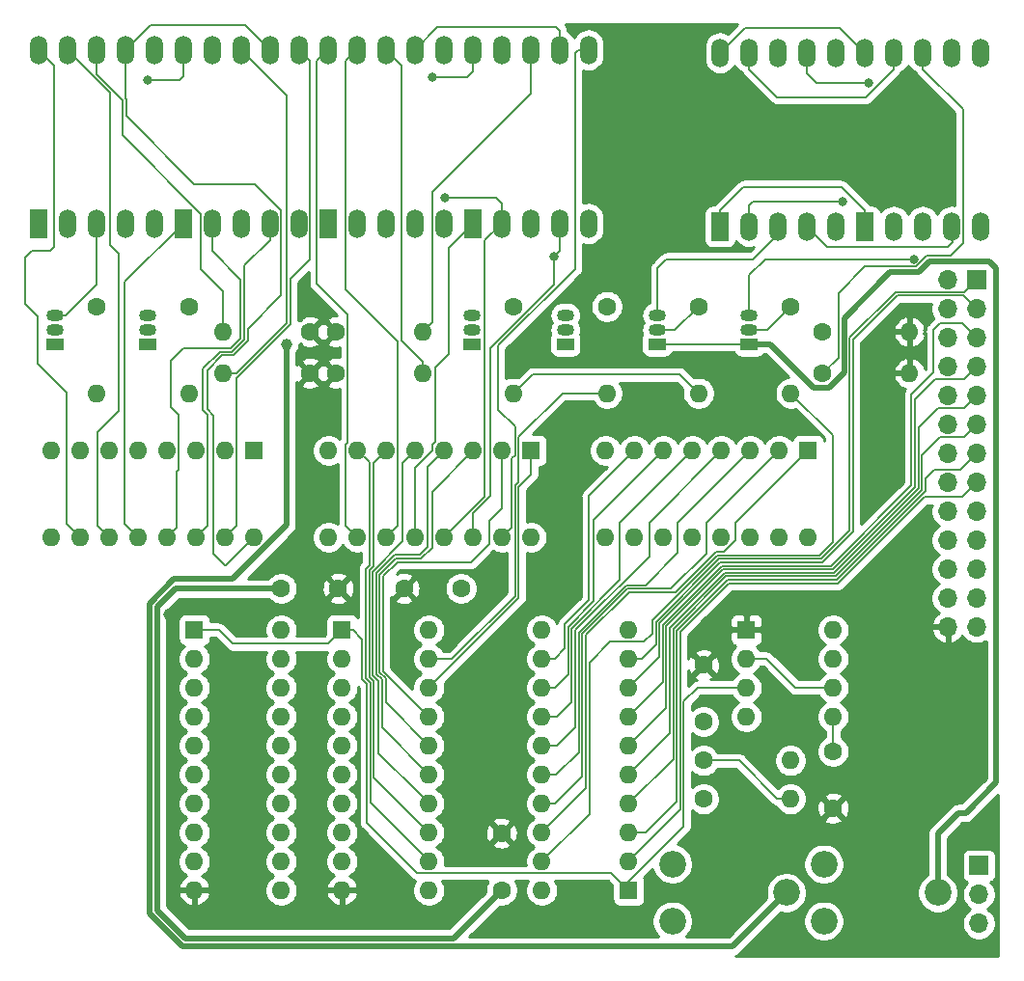
<source format=gbl>
G04 #@! TF.GenerationSoftware,KiCad,Pcbnew,(5.1.9)-1*
G04 #@! TF.CreationDate,2023-05-10T16:32:58+01:00*
G04 #@! TF.ProjectId,AT65C02_HEX_rev003,41543635-4330-4325-9f48-45585f726576,Rev003*
G04 #@! TF.SameCoordinates,Original*
G04 #@! TF.FileFunction,Copper,L2,Bot*
G04 #@! TF.FilePolarity,Positive*
%FSLAX46Y46*%
G04 Gerber Fmt 4.6, Leading zero omitted, Abs format (unit mm)*
G04 Created by KiCad (PCBNEW (5.1.9)-1) date 2023-05-10 16:32:58*
%MOMM*%
%LPD*%
G01*
G04 APERTURE LIST*
G04 #@! TA.AperFunction,ComponentPad*
%ADD10C,1.600000*%
G04 #@! TD*
G04 #@! TA.AperFunction,ComponentPad*
%ADD11O,1.524000X2.524000*%
G04 #@! TD*
G04 #@! TA.AperFunction,ComponentPad*
%ADD12R,1.524000X2.524000*%
G04 #@! TD*
G04 #@! TA.AperFunction,ComponentPad*
%ADD13R,1.500000X1.050000*%
G04 #@! TD*
G04 #@! TA.AperFunction,ComponentPad*
%ADD14O,1.500000X1.050000*%
G04 #@! TD*
G04 #@! TA.AperFunction,ComponentPad*
%ADD15O,1.600000X1.600000*%
G04 #@! TD*
G04 #@! TA.AperFunction,ComponentPad*
%ADD16R,1.600000X1.600000*%
G04 #@! TD*
G04 #@! TA.AperFunction,ComponentPad*
%ADD17C,2.340000*%
G04 #@! TD*
G04 #@! TA.AperFunction,ComponentPad*
%ADD18O,1.700000X1.700000*%
G04 #@! TD*
G04 #@! TA.AperFunction,ComponentPad*
%ADD19R,1.700000X1.700000*%
G04 #@! TD*
G04 #@! TA.AperFunction,ViaPad*
%ADD20C,1.000000*%
G04 #@! TD*
G04 #@! TA.AperFunction,ViaPad*
%ADD21C,0.800000*%
G04 #@! TD*
G04 #@! TA.AperFunction,Conductor*
%ADD22C,0.152400*%
G04 #@! TD*
G04 #@! TA.AperFunction,Conductor*
%ADD23C,0.508000*%
G04 #@! TD*
G04 #@! TA.AperFunction,Conductor*
%ADD24C,0.254000*%
G04 #@! TD*
G04 #@! TA.AperFunction,Conductor*
%ADD25C,0.100000*%
G04 #@! TD*
G04 APERTURE END LIST*
D10*
X169015000Y-87050000D03*
X174015000Y-87050000D03*
X158242000Y-87050000D03*
X163242000Y-87050000D03*
X177565000Y-108525000D03*
X177565000Y-113525000D03*
D11*
X209438000Y-40042000D03*
X211978000Y-40042000D03*
X214518000Y-40042000D03*
X217058000Y-40042000D03*
X219598000Y-40042000D03*
X219598000Y-55282000D03*
X217058000Y-55282000D03*
X214518000Y-55282000D03*
X211978000Y-55282000D03*
D12*
X209438000Y-55282000D03*
D10*
X195290000Y-98750000D03*
X195290000Y-93750000D03*
D13*
X175006000Y-65620000D03*
D14*
X175006000Y-63080000D03*
X175006000Y-64350000D03*
X183166000Y-64350000D03*
X183166000Y-63080000D03*
D13*
X183166000Y-65620000D03*
D15*
X202910000Y-105525000D03*
D10*
X195290000Y-105525000D03*
X195290000Y-102150000D03*
D15*
X202910000Y-102150000D03*
D10*
X186806000Y-62290000D03*
D15*
X186806000Y-69910000D03*
X153162000Y-64520000D03*
D10*
X160782000Y-64520000D03*
D16*
X188722000Y-113538000D03*
D15*
X181102000Y-90678000D03*
X188722000Y-110998000D03*
X181102000Y-93218000D03*
X188722000Y-108458000D03*
X181102000Y-95758000D03*
X188722000Y-105918000D03*
X181102000Y-98298000D03*
X188722000Y-103378000D03*
X181102000Y-100838000D03*
X188722000Y-100838000D03*
X181102000Y-103378000D03*
X188722000Y-98298000D03*
X181102000Y-105918000D03*
X188722000Y-95758000D03*
X181102000Y-108458000D03*
X188722000Y-93218000D03*
X181102000Y-110998000D03*
X188722000Y-90678000D03*
X181102000Y-113538000D03*
D16*
X199040000Y-90678000D03*
D15*
X206660000Y-98298000D03*
X199040000Y-93218000D03*
X206660000Y-95758000D03*
X199040000Y-95758000D03*
X206660000Y-93218000D03*
X199040000Y-98298000D03*
X206660000Y-90678000D03*
D13*
X138424000Y-65620000D03*
D14*
X138424000Y-63080000D03*
X138424000Y-64350000D03*
X146529333Y-64350000D03*
X146529333Y-63080000D03*
D13*
X146529333Y-65620000D03*
D14*
X191210666Y-64350000D03*
X191210666Y-63080000D03*
D13*
X191210666Y-65620000D03*
X199316000Y-65620000D03*
D14*
X199316000Y-63080000D03*
X199316000Y-64350000D03*
D10*
X160782000Y-68160000D03*
D15*
X153162000Y-68160000D03*
D10*
X142064000Y-62290000D03*
D15*
X142064000Y-69910000D03*
X150169333Y-69910000D03*
D10*
X150169333Y-62290000D03*
D15*
X213360000Y-64520000D03*
D10*
X205740000Y-64520000D03*
D16*
X204470000Y-74930000D03*
D15*
X186690000Y-82550000D03*
X201930000Y-74930000D03*
X189230000Y-82550000D03*
X199390000Y-74930000D03*
X191770000Y-82550000D03*
X196850000Y-74930000D03*
X194310000Y-82550000D03*
X194310000Y-74930000D03*
X196850000Y-82550000D03*
X191770000Y-74930000D03*
X199390000Y-82550000D03*
X189230000Y-74930000D03*
X201930000Y-82550000D03*
X186690000Y-74930000D03*
X204470000Y-82550000D03*
X180167000Y-82550000D03*
X162387000Y-74930000D03*
X177627000Y-82550000D03*
X164927000Y-74930000D03*
X175087000Y-82550000D03*
X167467000Y-74930000D03*
X172547000Y-82550000D03*
X170007000Y-74930000D03*
X170007000Y-82550000D03*
X172547000Y-74930000D03*
X167467000Y-82550000D03*
X175087000Y-74930000D03*
X164927000Y-82550000D03*
X177627000Y-74930000D03*
X162387000Y-82550000D03*
D16*
X180167000Y-74930000D03*
D15*
X170688000Y-68160000D03*
D10*
X163068000Y-68160000D03*
D15*
X170688000Y-64520000D03*
D10*
X163068000Y-64520000D03*
D15*
X178646000Y-69910000D03*
D10*
X178646000Y-62290000D03*
X205740000Y-68160000D03*
D15*
X213360000Y-68160000D03*
D10*
X194850666Y-62290000D03*
D15*
X194850666Y-69910000D03*
D10*
X202956000Y-62290000D03*
D15*
X202956000Y-69910000D03*
D16*
X155864000Y-74930000D03*
D15*
X138084000Y-82550000D03*
X153324000Y-74930000D03*
X140624000Y-82550000D03*
X150784000Y-74930000D03*
X143164000Y-82550000D03*
X148244000Y-74930000D03*
X145704000Y-82550000D03*
X145704000Y-74930000D03*
X148244000Y-82550000D03*
X143164000Y-74930000D03*
X150784000Y-82550000D03*
X140624000Y-74930000D03*
X153324000Y-82550000D03*
X138084000Y-74930000D03*
X155864000Y-82550000D03*
D16*
X163576000Y-90678000D03*
D15*
X171196000Y-113538000D03*
X163576000Y-93218000D03*
X171196000Y-110998000D03*
X163576000Y-95758000D03*
X171196000Y-108458000D03*
X163576000Y-98298000D03*
X171196000Y-105918000D03*
X163576000Y-100838000D03*
X171196000Y-103378000D03*
X163576000Y-103378000D03*
X171196000Y-100838000D03*
X163576000Y-105918000D03*
X171196000Y-98298000D03*
X163576000Y-108458000D03*
X171196000Y-95758000D03*
X163576000Y-110998000D03*
X171196000Y-93218000D03*
X163576000Y-113538000D03*
X171196000Y-90678000D03*
X158242000Y-90678000D03*
X150622000Y-113538000D03*
X158242000Y-93218000D03*
X150622000Y-110998000D03*
X158242000Y-95758000D03*
X150622000Y-108458000D03*
X158242000Y-98298000D03*
X150622000Y-105918000D03*
X158242000Y-100838000D03*
X150622000Y-103378000D03*
X158242000Y-103378000D03*
X150622000Y-100838000D03*
X158242000Y-105918000D03*
X150622000Y-98298000D03*
X158242000Y-108458000D03*
X150622000Y-95758000D03*
X158242000Y-110998000D03*
X150622000Y-93218000D03*
X158242000Y-113538000D03*
D16*
X150622000Y-90678000D03*
D12*
X136940000Y-55028000D03*
D11*
X139480000Y-55028000D03*
X142020000Y-55028000D03*
X144560000Y-55028000D03*
X147100000Y-55028000D03*
X147100000Y-39788000D03*
X144560000Y-39788000D03*
X142020000Y-39788000D03*
X139480000Y-39788000D03*
X136940000Y-39788000D03*
X149640000Y-39788000D03*
X152180000Y-39788000D03*
X154720000Y-39788000D03*
X157260000Y-39788000D03*
X159800000Y-39788000D03*
X159800000Y-55028000D03*
X157260000Y-55028000D03*
X154720000Y-55028000D03*
X152180000Y-55028000D03*
D12*
X149640000Y-55028000D03*
X162340000Y-55028000D03*
D11*
X164880000Y-55028000D03*
X167420000Y-55028000D03*
X169960000Y-55028000D03*
X172500000Y-55028000D03*
X172500000Y-39788000D03*
X169960000Y-39788000D03*
X167420000Y-39788000D03*
X164880000Y-39788000D03*
X162340000Y-39788000D03*
X175040000Y-39788000D03*
X177580000Y-39788000D03*
X180120000Y-39788000D03*
X182660000Y-39788000D03*
X185200000Y-39788000D03*
X185200000Y-55028000D03*
X182660000Y-55028000D03*
X180120000Y-55028000D03*
X177580000Y-55028000D03*
D12*
X175040000Y-55028000D03*
X196738000Y-55282000D03*
D11*
X199278000Y-55282000D03*
X201818000Y-55282000D03*
X204358000Y-55282000D03*
X206898000Y-55282000D03*
X206898000Y-40042000D03*
X204358000Y-40042000D03*
X201818000Y-40042000D03*
X199278000Y-40042000D03*
X196738000Y-40042000D03*
D10*
X206660000Y-101350000D03*
X206660000Y-106350000D03*
D17*
X192565000Y-116250000D03*
X202565000Y-113750000D03*
X192565000Y-111250000D03*
X205840000Y-111250000D03*
X215840000Y-113750000D03*
X205840000Y-116250000D03*
D18*
X219440000Y-116455000D03*
X219440000Y-113915000D03*
D19*
X219440000Y-111375000D03*
X219260000Y-59950000D03*
D18*
X216720000Y-59950000D03*
X219260000Y-62490000D03*
X216720000Y-62490000D03*
X219260000Y-65030000D03*
X216720000Y-65030000D03*
X219260000Y-67570000D03*
X216720000Y-67570000D03*
X219260000Y-70110000D03*
X216720000Y-70110000D03*
X219260000Y-72650000D03*
X216720000Y-72650000D03*
X219260000Y-75190000D03*
X216720000Y-75190000D03*
X219260000Y-77730000D03*
X216720000Y-77730000D03*
X219260000Y-80270000D03*
X216720000Y-80270000D03*
X219260000Y-82810000D03*
X216720000Y-82810000D03*
X219260000Y-85350000D03*
X216720000Y-85350000D03*
X219260000Y-87890000D03*
X216720000Y-87890000D03*
X219260000Y-90430000D03*
X216720000Y-90430000D03*
D20*
X148415000Y-89325000D03*
X210140000Y-78925000D03*
X212715000Y-82850000D03*
D21*
X213718553Y-58149944D03*
X207518000Y-53086000D03*
X209804000Y-42672000D03*
X182198610Y-57882789D03*
X172630000Y-52750000D03*
X171466000Y-42164000D03*
X146558000Y-42418000D03*
D20*
X158720000Y-65620000D03*
D22*
X199040000Y-93218000D02*
X200808000Y-93218000D01*
X203348000Y-95758000D02*
X206660000Y-95758000D01*
X200808000Y-93218000D02*
X203348000Y-95758000D01*
D23*
X161642000Y-88650000D02*
X163242000Y-87050000D01*
X157110630Y-87050000D02*
X158242000Y-87050000D01*
X148965000Y-87050000D02*
X157110630Y-87050000D01*
X147365000Y-115300000D02*
X147365000Y-88650000D01*
X147365000Y-88650000D02*
X148965000Y-87050000D01*
X177565000Y-113525000D02*
X173340000Y-117750000D01*
X149815000Y-117750000D02*
X147365000Y-115300000D01*
X173340000Y-117750000D02*
X149815000Y-117750000D01*
D22*
X202910000Y-105525000D02*
X201765000Y-105525000D01*
X198390000Y-102150000D02*
X195340000Y-102150000D01*
X201765000Y-105525000D02*
X198390000Y-102150000D01*
X141652601Y-70321399D02*
X142064000Y-69910000D01*
X178646000Y-69910000D02*
X180286000Y-68270000D01*
X193210666Y-68270000D02*
X194850666Y-69910000D01*
X180286000Y-68270000D02*
X193210666Y-68270000D01*
X162354000Y-91900000D02*
X163576000Y-90678000D01*
X153994000Y-91900000D02*
X162354000Y-91900000D01*
X152772000Y-90678000D02*
X153994000Y-91900000D01*
X150622000Y-90678000D02*
X152772000Y-90678000D01*
X165361134Y-95049536D02*
X165760378Y-95448780D01*
X170191601Y-112026601D02*
X187210601Y-112026601D01*
X165760379Y-107595379D02*
X170191601Y-112026601D01*
X163576000Y-90678000D02*
X164528400Y-90678000D01*
X165760378Y-95448780D02*
X165760379Y-107595379D01*
X165361134Y-91510734D02*
X165361134Y-95049536D01*
X164528400Y-90678000D02*
X165361134Y-91510734D01*
X187210601Y-112026601D02*
X188722000Y-113538000D01*
X194782000Y-95758000D02*
X199040000Y-95758000D01*
X193544810Y-96995190D02*
X194782000Y-95758000D01*
X193544810Y-107945190D02*
X193544810Y-96995190D01*
X188722000Y-112768000D02*
X193544810Y-107945190D01*
X188722000Y-113538000D02*
X188722000Y-112768000D01*
X139326400Y-63080000D02*
X142020000Y-60386400D01*
X138424000Y-63080000D02*
X139326400Y-63080000D01*
X142020000Y-60386400D02*
X142020000Y-55028000D01*
X192790666Y-64350000D02*
X194850666Y-62290000D01*
X191210666Y-64350000D02*
X192790666Y-64350000D01*
X201818000Y-55992000D02*
X201818000Y-55282000D01*
X199644000Y-58166000D02*
X201818000Y-55992000D01*
X192024000Y-58166000D02*
X199644000Y-58166000D01*
X191262000Y-58928000D02*
X192024000Y-58166000D01*
X191262000Y-63028666D02*
X191262000Y-58928000D01*
X191210666Y-63080000D02*
X191262000Y-63028666D01*
X199316000Y-63080000D02*
X199316000Y-59510000D01*
X200676056Y-58149944D02*
X213718553Y-58149944D01*
X199316000Y-59510000D02*
X200676056Y-58149944D01*
X199316000Y-64350000D02*
X200318000Y-64350000D01*
X200896000Y-64350000D02*
X200318000Y-64350000D01*
X202956000Y-62290000D02*
X200896000Y-64350000D01*
X154344000Y-68160000D02*
X153162000Y-68160000D01*
X158750000Y-63754000D02*
X154344000Y-68160000D01*
X158750000Y-43818000D02*
X158750000Y-63754000D01*
X154720000Y-39788000D02*
X158750000Y-43818000D01*
X192859398Y-87376000D02*
X196390208Y-83845189D01*
X198090000Y-81310000D02*
X204470000Y-74930000D01*
X198090000Y-82795398D02*
X198090000Y-81310000D01*
X197040209Y-83845189D02*
X198090000Y-82795398D01*
X196390208Y-83845189D02*
X197040209Y-83845189D01*
X188739000Y-87376000D02*
X192859398Y-87376000D01*
X184962811Y-91152189D02*
X188739000Y-87376000D01*
X184962811Y-104597189D02*
X184962811Y-91152189D01*
X181102000Y-108458000D02*
X184962811Y-104597189D01*
X184658000Y-103532000D02*
X182272000Y-105918000D01*
X188612744Y-87071189D02*
X184658000Y-91025933D01*
X182272000Y-105918000D02*
X181102000Y-105918000D01*
X184658000Y-91025933D02*
X184658000Y-103532000D01*
X192443811Y-87071189D02*
X188612744Y-87071189D01*
X195540000Y-83975000D02*
X192443811Y-87071189D01*
X195540000Y-81320000D02*
X195540000Y-83975000D01*
X201930000Y-74930000D02*
X195540000Y-81320000D01*
X196738000Y-40042000D02*
X198934000Y-37846000D01*
X207242000Y-37846000D02*
X209438000Y-40042000D01*
X198934000Y-37846000D02*
X207242000Y-37846000D01*
X193040000Y-81280000D02*
X199390000Y-74930000D01*
X193040000Y-83950000D02*
X193040000Y-81280000D01*
X190223622Y-86766378D02*
X193040000Y-83950000D01*
X188486488Y-86766378D02*
X190223622Y-86766378D01*
X184334244Y-90918622D02*
X188486488Y-86766378D01*
X184334244Y-101405756D02*
X184334244Y-90918622D01*
X182362000Y-103378000D02*
X184334244Y-101405756D01*
X181102000Y-103378000D02*
X182362000Y-103378000D01*
X211978000Y-41456400D02*
X211978000Y-40042000D01*
X201763600Y-43942000D02*
X209492400Y-43942000D01*
X209492400Y-43942000D02*
X211978000Y-41456400D01*
X199278000Y-41456400D02*
X201763600Y-43942000D01*
X199278000Y-40042000D02*
X199278000Y-41456400D01*
X190515000Y-81265000D02*
X196850000Y-74930000D01*
X190515000Y-84225000D02*
X190515000Y-81265000D01*
X184029433Y-90710567D02*
X190515000Y-84225000D01*
X184029433Y-99260567D02*
X184029433Y-90710567D01*
X182452000Y-100838000D02*
X184029433Y-99260567D01*
X181102000Y-100838000D02*
X182452000Y-100838000D01*
X209438000Y-53867600D02*
X209438000Y-55282000D01*
X207386400Y-51816000D02*
X209438000Y-53867600D01*
X198789600Y-51816000D02*
X207386400Y-51816000D01*
X196738000Y-53867600D02*
X198789600Y-51816000D01*
X196738000Y-55282000D02*
X196738000Y-53867600D01*
X187965000Y-86325000D02*
X187965000Y-81275000D01*
X183724622Y-90565378D02*
X187965000Y-86325000D01*
X187965000Y-81275000D02*
X194310000Y-74930000D01*
X183724622Y-97040378D02*
X183724622Y-90565378D01*
X182467000Y-98298000D02*
X183724622Y-97040378D01*
X181102000Y-98298000D02*
X182467000Y-98298000D01*
X199644000Y-53086000D02*
X207518000Y-53086000D01*
X199278000Y-53452000D02*
X199644000Y-53086000D01*
X199278000Y-55282000D02*
X199278000Y-53452000D01*
X207518000Y-53086000D02*
X207518000Y-53086000D01*
X190970001Y-75729999D02*
X191770000Y-74930000D01*
X185661399Y-81038601D02*
X190970001Y-75729999D01*
X185661399Y-88178601D02*
X185661399Y-81038601D01*
X183419811Y-94595189D02*
X183419811Y-90420189D01*
X182257000Y-95758000D02*
X183419811Y-94595189D01*
X183419811Y-90420189D02*
X185661399Y-88178601D01*
X181102000Y-95758000D02*
X182257000Y-95758000D01*
X217170000Y-55394000D02*
X217058000Y-55282000D01*
X217170000Y-56642000D02*
X217170000Y-55394000D01*
X216734590Y-57077410D02*
X217170000Y-56642000D01*
X206153410Y-57077410D02*
X216734590Y-57077410D01*
X204358000Y-55282000D02*
X206153410Y-57077410D01*
X185215000Y-88100000D02*
X185215000Y-78945000D01*
X183115000Y-90200000D02*
X185215000Y-88100000D01*
X188430001Y-75729999D02*
X189230000Y-74930000D01*
X185215000Y-78945000D02*
X188430001Y-75729999D01*
X183115000Y-92325000D02*
X183115000Y-90200000D01*
X182222000Y-93218000D02*
X183115000Y-92325000D01*
X181102000Y-93218000D02*
X182222000Y-93218000D01*
X205232000Y-42672000D02*
X209804000Y-42672000D01*
X204358000Y-41798000D02*
X205232000Y-42672000D01*
X209804000Y-42672000D02*
X209804000Y-42672000D01*
X204358000Y-40042000D02*
X204358000Y-41798000D01*
X166065189Y-105867189D02*
X170396001Y-110198001D01*
X165965945Y-75968945D02*
X165965945Y-85018721D01*
X166065189Y-95322524D02*
X166065189Y-105867189D01*
X165665945Y-94923280D02*
X166065189Y-95322524D01*
X164927000Y-74930000D02*
X165965945Y-75968945D01*
X165665945Y-85318720D02*
X165665945Y-94923280D01*
X165965945Y-85018721D02*
X165665945Y-85318720D01*
X170396001Y-110198001D02*
X171196000Y-110998000D01*
X171196000Y-108458000D02*
X166370000Y-103632000D01*
X166345756Y-85069977D02*
X166345756Y-76051244D01*
X166370000Y-103632000D02*
X166370000Y-95196268D01*
X165970756Y-94797024D02*
X165970756Y-85444976D01*
X166345756Y-76051244D02*
X166667001Y-75729999D01*
X165970756Y-85444976D02*
X166345756Y-85069977D01*
X166370000Y-95196268D02*
X165970756Y-94797024D01*
X166667001Y-75729999D02*
X167467000Y-74930000D01*
X166275567Y-85571232D02*
X166275567Y-94670768D01*
X168915000Y-82931799D02*
X166275567Y-85571232D01*
X168915000Y-76022000D02*
X168915000Y-82931799D01*
X166275567Y-94670768D02*
X166776378Y-95171579D01*
X166776378Y-101498378D02*
X170396001Y-105118001D01*
X170396001Y-105118001D02*
X171196000Y-105918000D01*
X170007000Y-74930000D02*
X168915000Y-76022000D01*
X166776378Y-95171579D02*
X166776378Y-101498378D01*
X171747001Y-75729999D02*
X172547000Y-74930000D01*
X171090000Y-76387000D02*
X171747001Y-75729999D01*
X171090000Y-83418934D02*
X171090000Y-76387000D01*
X170393556Y-84115378D02*
X171090000Y-83418934D01*
X168162488Y-84115378D02*
X170393556Y-84115378D01*
X166580378Y-85697488D02*
X168162488Y-84115378D01*
X166580378Y-94544512D02*
X166580378Y-85697488D01*
X167081189Y-95045323D02*
X166580378Y-94544512D01*
X167081189Y-99263189D02*
X167081189Y-95045323D01*
X171196000Y-103378000D02*
X167081189Y-99263189D01*
X171465000Y-78552000D02*
X175087000Y-74930000D01*
X168288744Y-84420189D02*
X170519811Y-84420189D01*
X166885189Y-85823744D02*
X168288744Y-84420189D01*
X167410189Y-94943256D02*
X166885189Y-94418256D01*
X166885189Y-94418256D02*
X166885189Y-85823744D01*
X167410189Y-97052189D02*
X167410189Y-94943256D01*
X171465000Y-83475000D02*
X171465000Y-78552000D01*
X170519811Y-84420189D02*
X171465000Y-83475000D01*
X171196000Y-100838000D02*
X167410189Y-97052189D01*
X167190000Y-94292000D02*
X171196000Y-98298000D01*
X177580000Y-74977000D02*
X177580000Y-80020000D01*
X177627000Y-74930000D02*
X177580000Y-74977000D01*
X177580000Y-80020000D02*
X176480000Y-81120000D01*
X176480000Y-81120000D02*
X176480000Y-81880000D01*
X176480000Y-81880000D02*
X176490000Y-81890000D01*
X168415000Y-84725000D02*
X167190000Y-85950000D01*
X176490000Y-81890000D02*
X176490000Y-83152128D01*
X174917128Y-84725000D02*
X168415000Y-84725000D01*
X176490000Y-83152128D02*
X174917128Y-84725000D01*
X167190000Y-85950000D02*
X167190000Y-94292000D01*
X180167000Y-77043000D02*
X180167000Y-74930000D01*
X179060000Y-87894000D02*
X179060000Y-78150000D01*
X171196000Y-95758000D02*
X179060000Y-87894000D01*
X179060000Y-78150000D02*
X180167000Y-77043000D01*
X214670334Y-79025000D02*
X217965000Y-79025000D01*
X217965000Y-79025000D02*
X219260000Y-77730000D01*
X197526512Y-86588488D02*
X207106847Y-86588488D01*
X193240000Y-106480000D02*
X193240000Y-90875000D01*
X193240000Y-90875000D02*
X197526512Y-86588488D01*
X207106847Y-86588488D02*
X214670334Y-79025000D01*
X188722000Y-110998000D02*
X193240000Y-106480000D01*
X190232000Y-108458000D02*
X189853370Y-108458000D01*
X192935189Y-105754811D02*
X190232000Y-108458000D01*
X192935189Y-90748744D02*
X192935189Y-105754811D01*
X197400256Y-86283677D02*
X192935189Y-90748744D01*
X214759244Y-78505024D02*
X206980591Y-86283677D01*
X214759244Y-77430756D02*
X214759244Y-78505024D01*
X215538601Y-76651399D02*
X214759244Y-77430756D01*
X189853370Y-108458000D02*
X188722000Y-108458000D01*
X217798601Y-76651399D02*
X215538601Y-76651399D01*
X206980591Y-86283677D02*
X197400256Y-86283677D01*
X219260000Y-75190000D02*
X217798601Y-76651399D01*
X218181399Y-73728601D02*
X219260000Y-72650000D01*
X214454433Y-78378768D02*
X214454433Y-75335567D01*
X192630378Y-102009622D02*
X192630378Y-90622488D01*
X216061399Y-73728601D02*
X218181399Y-73728601D01*
X214454433Y-75335567D02*
X216061399Y-73728601D01*
X206854335Y-85978866D02*
X214454433Y-78378768D01*
X192630378Y-90622488D02*
X197274000Y-85978866D01*
X188722000Y-105918000D02*
X192630378Y-102009622D01*
X197274000Y-85978866D02*
X206854335Y-85978866D01*
X192325567Y-99774433D02*
X188722000Y-103378000D01*
X197147744Y-85674055D02*
X192325567Y-90496232D01*
X206728079Y-85674055D02*
X197147744Y-85674055D01*
X192325567Y-90496232D02*
X192325567Y-99774433D01*
X214149622Y-78252512D02*
X206728079Y-85674055D01*
X215851399Y-71188601D02*
X214149622Y-72890378D01*
X218181399Y-71188601D02*
X215851399Y-71188601D01*
X214149622Y-72890378D02*
X214149622Y-78252512D01*
X219260000Y-70110000D02*
X218181399Y-71188601D01*
X206601823Y-85369244D02*
X213844811Y-78126256D01*
X218181399Y-68648601D02*
X219260000Y-67570000D01*
X192020756Y-97539244D02*
X192020756Y-90369976D01*
X213844811Y-78126256D02*
X213844811Y-70426255D01*
X197021488Y-85369244D02*
X206601823Y-85369244D01*
X215622465Y-68648601D02*
X218181399Y-68648601D01*
X188722000Y-100838000D02*
X192020756Y-97539244D01*
X213844811Y-70426255D02*
X215622465Y-68648601D01*
X192020756Y-90369976D02*
X197021488Y-85369244D01*
X191715945Y-95304055D02*
X188722000Y-98298000D01*
X191715945Y-90243720D02*
X191715945Y-95304055D01*
X196895232Y-85064433D02*
X191715945Y-90243720D01*
X206475567Y-85064433D02*
X196895232Y-85064433D01*
X213540000Y-78000000D02*
X206475567Y-85064433D01*
X213540000Y-70025000D02*
X213540000Y-78000000D01*
X215465000Y-64350000D02*
X215465000Y-68100000D01*
X216065000Y-63750000D02*
X215465000Y-64350000D01*
X217980000Y-63750000D02*
X216065000Y-63750000D01*
X215465000Y-68100000D02*
X213540000Y-70025000D01*
X219260000Y-65030000D02*
X217980000Y-63750000D01*
X218103412Y-61333412D02*
X219260000Y-62490000D01*
X212281588Y-61333412D02*
X218103412Y-61333412D01*
X208415000Y-65200000D02*
X212281588Y-61333412D01*
X188722000Y-95758000D02*
X191411134Y-93068866D01*
X191411134Y-93068866D02*
X191411134Y-90117464D01*
X191411134Y-90117464D02*
X196768976Y-84759622D01*
X196768976Y-84759622D02*
X205742512Y-84759622D01*
X205742512Y-84759622D02*
X208415000Y-82087134D01*
X208415000Y-82087134D02*
X208415000Y-65200000D01*
X196642720Y-84454811D02*
X191106323Y-89991208D01*
X205616256Y-84454811D02*
X196642720Y-84454811D01*
X219260000Y-59950000D02*
X218181399Y-61028601D01*
X208110189Y-81960878D02*
X205616256Y-84454811D01*
X189853370Y-93218000D02*
X188722000Y-93218000D01*
X218181399Y-61028601D02*
X212155332Y-61028601D01*
X208110189Y-65073744D02*
X208110189Y-81960878D01*
X212155332Y-61028601D02*
X208110189Y-65073744D01*
X191106323Y-91965047D02*
X189853370Y-93218000D01*
X191106323Y-89991208D02*
X191106323Y-91965047D01*
X168800000Y-65272000D02*
X170688000Y-67160000D01*
X168800000Y-41168000D02*
X168800000Y-65272000D01*
X167420000Y-39788000D02*
X168800000Y-41168000D01*
X170688000Y-67160000D02*
X170688000Y-68160000D01*
X180120000Y-43654000D02*
X180120000Y-39788000D01*
X171487999Y-52286001D02*
X180120000Y-43654000D01*
X171487999Y-63720001D02*
X171487999Y-52286001D01*
X170688000Y-64520000D02*
X171487999Y-63720001D01*
X153162000Y-61010337D02*
X153162000Y-64520000D01*
X151189390Y-54161390D02*
X151189390Y-59037727D01*
X144322811Y-47294811D02*
X151189390Y-54161390D01*
X151189390Y-59037727D02*
X153162000Y-61010337D01*
X144322811Y-44199744D02*
X144322811Y-47294811D01*
X142020000Y-41896934D02*
X144322811Y-44199744D01*
X142020000Y-39788000D02*
X142020000Y-41896934D01*
X207107389Y-61157611D02*
X207107389Y-66792611D01*
X213962884Y-58794602D02*
X209470398Y-58794602D01*
X214890096Y-57867389D02*
X213962884Y-58794602D01*
X214518000Y-41456400D02*
X218048610Y-44987010D01*
X216932325Y-57867389D02*
X214890096Y-57867389D01*
X218048610Y-56751104D02*
X216932325Y-57867389D01*
X209470398Y-58794602D02*
X207107389Y-61157611D01*
X207107389Y-66792611D02*
X205740000Y-68160000D01*
X218048610Y-44987010D02*
X218048610Y-56751104D01*
X214518000Y-40042000D02*
X214518000Y-41456400D01*
X169960000Y-39788000D02*
X171968000Y-37780000D01*
X171968000Y-37780000D02*
X182370000Y-37780000D01*
X182660000Y-38070000D02*
X182660000Y-39788000D01*
X182370000Y-37780000D02*
X182660000Y-38070000D01*
X184285600Y-39788000D02*
X185200000Y-39788000D01*
X184020000Y-40053600D02*
X184285600Y-39788000D01*
X177270000Y-71360000D02*
X177270000Y-65751066D01*
X184020000Y-59001066D02*
X184020000Y-40053600D01*
X178755190Y-72845190D02*
X177270000Y-71360000D01*
X178755190Y-75324140D02*
X178755190Y-72845190D01*
X178426999Y-75652331D02*
X178755190Y-75324140D01*
X177627000Y-82550000D02*
X178426999Y-81750001D01*
X178426999Y-81750001D02*
X178426999Y-75652331D01*
X177270000Y-65751066D02*
X184020000Y-59001066D01*
X182660000Y-55028000D02*
X182660000Y-57421399D01*
X182660000Y-57421399D02*
X182198610Y-57882789D01*
X182198610Y-60391390D02*
X182198610Y-57882789D01*
X176598399Y-65991601D02*
X182198610Y-60391390D01*
X175087000Y-82550000D02*
X175087000Y-80441066D01*
X175087000Y-80441066D02*
X176598399Y-78929667D01*
X176598399Y-78929667D02*
X176598399Y-65991601D01*
X176115601Y-56492399D02*
X177580000Y-55028000D01*
X176115601Y-78981399D02*
X176115601Y-56492399D01*
X172547000Y-82550000D02*
X176115601Y-78981399D01*
X172630000Y-52750000D02*
X177090000Y-52750000D01*
X177580000Y-53240000D02*
X177580000Y-55028000D01*
X177090000Y-52750000D02*
X177580000Y-53240000D01*
X171740000Y-67630330D02*
X172920000Y-66450330D01*
X171740000Y-74214670D02*
X171740000Y-67630330D01*
X171518399Y-74436271D02*
X171740000Y-74214670D01*
X171518399Y-74940931D02*
X171518399Y-74436271D01*
X172920000Y-57148000D02*
X175040000Y-55028000D01*
X170007000Y-76452330D02*
X171518399Y-74940931D01*
X172920000Y-66450330D02*
X172920000Y-57148000D01*
X170007000Y-82550000D02*
X170007000Y-76452330D01*
X163889390Y-40778610D02*
X164880000Y-39788000D01*
X163889390Y-60792456D02*
X163889390Y-40778610D01*
X168495601Y-65398667D02*
X163889390Y-60792456D01*
X168495601Y-81521399D02*
X168495601Y-65398667D01*
X167467000Y-82550000D02*
X168495601Y-81521399D01*
X171466000Y-42164000D02*
X174566000Y-42164000D01*
X175040000Y-41690000D02*
X175040000Y-39788000D01*
X174566000Y-42164000D02*
X175040000Y-41690000D01*
X163898399Y-74436271D02*
X163898399Y-81521399D01*
X164096601Y-74238069D02*
X163898399Y-74436271D01*
X164096601Y-63026271D02*
X164096601Y-74238069D01*
X161349399Y-60279069D02*
X164096601Y-63026271D01*
X161349399Y-40778601D02*
X161349399Y-60279069D01*
X163898399Y-81521399D02*
X164927000Y-82550000D01*
X162340000Y-39788000D02*
X161349399Y-40778601D01*
X146558000Y-42418000D02*
X149352000Y-42418000D01*
X149640000Y-42130000D02*
X149640000Y-39788000D01*
X149352000Y-42418000D02*
X149640000Y-42130000D01*
X136906000Y-63209000D02*
X136906000Y-67310000D01*
X135790000Y-62093000D02*
X136906000Y-63209000D01*
X139446000Y-81372000D02*
X140624000Y-82550000D01*
X136906000Y-67310000D02*
X139446000Y-69850000D01*
X135790000Y-57968670D02*
X135790000Y-62093000D01*
X137943601Y-57421399D02*
X136337271Y-57421399D01*
X136337271Y-57421399D02*
X135790000Y-57968670D01*
X138290000Y-57075000D02*
X137943601Y-57421399D01*
X139446000Y-69850000D02*
X139446000Y-81372000D01*
X138290000Y-41138000D02*
X138290000Y-57075000D01*
X136940000Y-39788000D02*
X138290000Y-41138000D01*
X142135399Y-81521399D02*
X143164000Y-82550000D01*
X142135399Y-73354601D02*
X142135399Y-81521399D01*
X144018000Y-71472000D02*
X142135399Y-73354601D01*
X144018000Y-57658000D02*
X144018000Y-71472000D01*
X143256000Y-56896000D02*
X144018000Y-57658000D01*
X143256000Y-43564000D02*
X143256000Y-56896000D01*
X139480000Y-39788000D02*
X143256000Y-43564000D01*
X144526000Y-60142000D02*
X149640000Y-55028000D01*
X144526000Y-81372000D02*
X144526000Y-60142000D01*
X145704000Y-82550000D02*
X144526000Y-81372000D01*
X149098000Y-76778330D02*
X149098000Y-81696000D01*
X149272601Y-76603729D02*
X149098000Y-76778330D01*
X148590000Y-71120000D02*
X149272601Y-71802601D01*
X149676000Y-65970000D02*
X148590000Y-67056000D01*
X153795000Y-65970000D02*
X149676000Y-65970000D01*
X154686000Y-65079000D02*
X153795000Y-65970000D01*
X154686000Y-59944000D02*
X154686000Y-65079000D01*
X152180000Y-57438000D02*
X154686000Y-59944000D01*
X152180000Y-55028000D02*
X152180000Y-57438000D01*
X149272601Y-71802601D02*
X149272601Y-76603729D01*
X148590000Y-67056000D02*
X148590000Y-71120000D01*
X149098000Y-81696000D02*
X148244000Y-82550000D01*
X151384000Y-67741068D02*
X152850257Y-66274811D01*
X153921256Y-66274811D02*
X154990811Y-65205256D01*
X151812601Y-71802601D02*
X151384000Y-71374000D01*
X157260000Y-56442400D02*
X157260000Y-55028000D01*
X154990811Y-65205256D02*
X154990811Y-58711589D01*
X151384000Y-71374000D02*
X151384000Y-67741068D01*
X151812601Y-81521399D02*
X151812601Y-71802601D01*
X150784000Y-82550000D02*
X151812601Y-81521399D01*
X154990811Y-58711589D02*
X157260000Y-56442400D01*
X152850257Y-66274811D02*
X153921256Y-66274811D01*
X160790610Y-40778610D02*
X159800000Y-39788000D01*
X160790610Y-58157390D02*
X160790610Y-40778610D01*
X159054809Y-63880257D02*
X159054809Y-59893191D01*
X159054809Y-59893191D02*
X160790610Y-58157390D01*
X154352601Y-68582465D02*
X159054809Y-63880257D01*
X154352601Y-81521399D02*
X154352601Y-68582465D01*
X153324000Y-82550000D02*
X154352601Y-81521399D01*
X144560000Y-39788000D02*
X146756000Y-37592000D01*
X155064000Y-37592000D02*
X157260000Y-39788000D01*
X146756000Y-37592000D02*
X155064000Y-37592000D01*
X144560000Y-44005866D02*
X144627622Y-44073488D01*
X152295399Y-84035399D02*
X153300000Y-85040000D01*
X144627622Y-44073488D02*
X144627622Y-45567622D01*
X144560000Y-39788000D02*
X144560000Y-44005866D01*
X144627622Y-45567622D02*
X150622000Y-51562000D01*
X150622000Y-51562000D02*
X155956000Y-51562000D01*
X158250610Y-61305523D02*
X155295622Y-64260511D01*
X155295622Y-64260511D02*
X155295622Y-65331512D01*
X154047512Y-66579622D02*
X153055775Y-66579622D01*
X153055775Y-66579622D02*
X151760000Y-67875397D01*
X151760000Y-71318934D02*
X152295399Y-71854333D01*
X155295622Y-65331512D02*
X154047512Y-66579622D01*
X155064001Y-83349999D02*
X155864000Y-82550000D01*
X153374000Y-85040000D02*
X155064001Y-83349999D01*
X155956000Y-51562000D02*
X158250610Y-53856610D01*
X158250610Y-53856610D02*
X158250610Y-61305523D01*
X151760000Y-67875397D02*
X151760000Y-71318934D01*
X153300000Y-85040000D02*
X153374000Y-85040000D01*
X152295399Y-71854333D02*
X152295399Y-84035399D01*
X171203000Y-93225000D02*
X171196000Y-93218000D01*
X173215000Y-93225000D02*
X171203000Y-93225000D01*
X178755189Y-87684811D02*
X173215000Y-93225000D01*
X179060000Y-77718933D02*
X178755189Y-78023744D01*
X178755189Y-78023744D02*
X178755189Y-87684811D01*
X182924630Y-69910000D02*
X179060000Y-73774630D01*
X179060000Y-73774630D02*
X179060000Y-77718933D01*
X186806000Y-69910000D02*
X182924630Y-69910000D01*
X206615000Y-73565000D02*
X202956000Y-69906000D01*
X206615000Y-83025000D02*
X206615000Y-73565000D01*
X190801512Y-89864952D02*
X196516464Y-84150000D01*
X190801512Y-90988488D02*
X190801512Y-89864952D01*
X190075048Y-91714952D02*
X190801512Y-90988488D01*
X187125048Y-91714952D02*
X190075048Y-91714952D01*
X205490000Y-84150000D02*
X206615000Y-83025000D01*
X181102000Y-110998000D02*
X185267620Y-106832380D01*
X196516464Y-84150000D02*
X205490000Y-84150000D01*
X185267620Y-106832380D02*
X185267620Y-93572380D01*
X185267620Y-93572380D02*
X187125048Y-91714952D01*
X206660000Y-98298000D02*
X206660000Y-101350000D01*
D23*
X197840000Y-118475000D02*
X202565000Y-113750000D01*
X149606038Y-118475000D02*
X197815000Y-118475000D01*
X146704589Y-115573551D02*
X149606038Y-118475000D01*
X146704589Y-88376449D02*
X146704589Y-115573551D01*
X153959885Y-86239589D02*
X148841449Y-86239589D01*
X158720000Y-65620000D02*
X158720000Y-81479474D01*
X158720000Y-81479474D02*
X153959885Y-86239589D01*
X197815000Y-118475000D02*
X197890000Y-118400000D01*
X148841449Y-86239589D02*
X146704589Y-88376449D01*
D22*
X191210666Y-65620000D02*
X199316000Y-65620000D01*
D23*
X220365000Y-58350000D02*
X220965000Y-58950000D01*
X214140000Y-59300000D02*
X215090000Y-58350000D01*
X211665000Y-59300000D02*
X214140000Y-59300000D01*
X207627578Y-63337422D02*
X211665000Y-59300000D01*
X207627578Y-68062422D02*
X207627578Y-63337422D01*
X204915000Y-69425000D02*
X206265000Y-69425000D01*
X201110000Y-65620000D02*
X204915000Y-69425000D01*
X215090000Y-58350000D02*
X220365000Y-58350000D01*
X206265000Y-69425000D02*
X207627578Y-68062422D01*
X199316000Y-65620000D02*
X201110000Y-65620000D01*
X215840000Y-113750000D02*
X215840000Y-108575000D01*
X215840000Y-108575000D02*
X217640000Y-106775000D01*
X217640000Y-106775000D02*
X218290000Y-106775000D01*
X218290000Y-106775000D02*
X220965000Y-104100000D01*
X220965000Y-104100000D02*
X220965000Y-103525000D01*
X220965000Y-58950000D02*
X220965000Y-103525000D01*
D24*
X215292068Y-79836842D02*
X215235000Y-80123740D01*
X215235000Y-80416260D01*
X215292068Y-80703158D01*
X215404010Y-80973411D01*
X215566525Y-81216632D01*
X215773368Y-81423475D01*
X215947760Y-81540000D01*
X215773368Y-81656525D01*
X215566525Y-81863368D01*
X215404010Y-82106589D01*
X215292068Y-82376842D01*
X215235000Y-82663740D01*
X215235000Y-82956260D01*
X215292068Y-83243158D01*
X215404010Y-83513411D01*
X215566525Y-83756632D01*
X215773368Y-83963475D01*
X215947760Y-84080000D01*
X215773368Y-84196525D01*
X215566525Y-84403368D01*
X215404010Y-84646589D01*
X215292068Y-84916842D01*
X215235000Y-85203740D01*
X215235000Y-85496260D01*
X215292068Y-85783158D01*
X215404010Y-86053411D01*
X215566525Y-86296632D01*
X215773368Y-86503475D01*
X215947760Y-86620000D01*
X215773368Y-86736525D01*
X215566525Y-86943368D01*
X215404010Y-87186589D01*
X215292068Y-87456842D01*
X215235000Y-87743740D01*
X215235000Y-88036260D01*
X215292068Y-88323158D01*
X215404010Y-88593411D01*
X215566525Y-88836632D01*
X215773368Y-89043475D01*
X215955534Y-89165195D01*
X215838645Y-89234822D01*
X215622412Y-89429731D01*
X215448359Y-89663080D01*
X215323175Y-89925901D01*
X215278524Y-90073110D01*
X215399845Y-90303000D01*
X216593000Y-90303000D01*
X216593000Y-90283000D01*
X216847000Y-90283000D01*
X216847000Y-90303000D01*
X216867000Y-90303000D01*
X216867000Y-90557000D01*
X216847000Y-90557000D01*
X216847000Y-91750814D01*
X217076891Y-91871481D01*
X217351252Y-91774157D01*
X217601355Y-91625178D01*
X217817588Y-91430269D01*
X217988900Y-91200594D01*
X218106525Y-91376632D01*
X218313368Y-91583475D01*
X218556589Y-91745990D01*
X218826842Y-91857932D01*
X219113740Y-91915000D01*
X219406260Y-91915000D01*
X219693158Y-91857932D01*
X219963411Y-91745990D01*
X220076001Y-91670760D01*
X220076001Y-103481323D01*
X220076000Y-103481333D01*
X220076000Y-103731765D01*
X217921765Y-105886000D01*
X217683659Y-105886000D01*
X217639999Y-105881700D01*
X217596339Y-105886000D01*
X217596333Y-105886000D01*
X217498924Y-105895594D01*
X217465724Y-105898864D01*
X217364058Y-105929704D01*
X217298149Y-105949697D01*
X217143709Y-106032247D01*
X217008341Y-106143341D01*
X216980501Y-106177264D01*
X215242259Y-107915506D01*
X215208342Y-107943341D01*
X215180507Y-107977258D01*
X215180505Y-107977260D01*
X215097248Y-108078709D01*
X215014698Y-108233148D01*
X214963864Y-108400726D01*
X214946700Y-108575000D01*
X214951001Y-108618670D01*
X214951000Y-112173155D01*
X214689379Y-112347965D01*
X214437965Y-112599379D01*
X214240429Y-112895012D01*
X214104365Y-113223501D01*
X214035000Y-113572223D01*
X214035000Y-113927777D01*
X214104365Y-114276499D01*
X214240429Y-114604988D01*
X214437965Y-114900621D01*
X214689379Y-115152035D01*
X214985012Y-115349571D01*
X215313501Y-115485635D01*
X215662223Y-115555000D01*
X216017777Y-115555000D01*
X216366499Y-115485635D01*
X216694988Y-115349571D01*
X216990621Y-115152035D01*
X217242035Y-114900621D01*
X217439571Y-114604988D01*
X217575635Y-114276499D01*
X217645000Y-113927777D01*
X217645000Y-113572223D01*
X217575635Y-113223501D01*
X217439571Y-112895012D01*
X217242035Y-112599379D01*
X216990621Y-112347965D01*
X216729000Y-112173155D01*
X216729000Y-110525000D01*
X217951928Y-110525000D01*
X217951928Y-112225000D01*
X217964188Y-112349482D01*
X218000498Y-112469180D01*
X218059463Y-112579494D01*
X218138815Y-112676185D01*
X218235506Y-112755537D01*
X218345820Y-112814502D01*
X218418380Y-112836513D01*
X218286525Y-112968368D01*
X218124010Y-113211589D01*
X218012068Y-113481842D01*
X217955000Y-113768740D01*
X217955000Y-114061260D01*
X218012068Y-114348158D01*
X218124010Y-114618411D01*
X218286525Y-114861632D01*
X218493368Y-115068475D01*
X218667760Y-115185000D01*
X218493368Y-115301525D01*
X218286525Y-115508368D01*
X218124010Y-115751589D01*
X218012068Y-116021842D01*
X217955000Y-116308740D01*
X217955000Y-116601260D01*
X218012068Y-116888158D01*
X218124010Y-117158411D01*
X218286525Y-117401632D01*
X218493368Y-117608475D01*
X218736589Y-117770990D01*
X219006842Y-117882932D01*
X219293740Y-117940000D01*
X219586260Y-117940000D01*
X219873158Y-117882932D01*
X220143411Y-117770990D01*
X220386632Y-117608475D01*
X220593475Y-117401632D01*
X220755990Y-117158411D01*
X220867932Y-116888158D01*
X220925000Y-116601260D01*
X220925000Y-116308740D01*
X220867932Y-116021842D01*
X220755990Y-115751589D01*
X220593475Y-115508368D01*
X220386632Y-115301525D01*
X220212240Y-115185000D01*
X220386632Y-115068475D01*
X220593475Y-114861632D01*
X220755990Y-114618411D01*
X220867932Y-114348158D01*
X220925000Y-114061260D01*
X220925000Y-113768740D01*
X220867932Y-113481842D01*
X220755990Y-113211589D01*
X220593475Y-112968368D01*
X220461620Y-112836513D01*
X220534180Y-112814502D01*
X220644494Y-112755537D01*
X220741185Y-112676185D01*
X220820537Y-112579494D01*
X220879502Y-112469180D01*
X220915812Y-112349482D01*
X220928072Y-112225000D01*
X220928072Y-110525000D01*
X220915812Y-110400518D01*
X220879502Y-110280820D01*
X220820537Y-110170506D01*
X220741185Y-110073815D01*
X220644494Y-109994463D01*
X220534180Y-109935498D01*
X220414482Y-109899188D01*
X220290000Y-109886928D01*
X218590000Y-109886928D01*
X218465518Y-109899188D01*
X218345820Y-109935498D01*
X218235506Y-109994463D01*
X218138815Y-110073815D01*
X218059463Y-110170506D01*
X218000498Y-110280820D01*
X217964188Y-110400518D01*
X217951928Y-110525000D01*
X216729000Y-110525000D01*
X216729000Y-108943235D01*
X218008235Y-107664000D01*
X218246340Y-107664000D01*
X218290000Y-107668300D01*
X218333660Y-107664000D01*
X218333667Y-107664000D01*
X218464274Y-107651136D01*
X218631851Y-107600303D01*
X218786291Y-107517753D01*
X218921659Y-107406659D01*
X218949499Y-107372736D01*
X221140001Y-105182234D01*
X221140001Y-119330000D01*
X198083950Y-119330000D01*
X198181852Y-119300302D01*
X198336291Y-119217752D01*
X198437740Y-119134495D01*
X201500012Y-116072223D01*
X204035000Y-116072223D01*
X204035000Y-116427777D01*
X204104365Y-116776499D01*
X204240429Y-117104988D01*
X204437965Y-117400621D01*
X204689379Y-117652035D01*
X204985012Y-117849571D01*
X205313501Y-117985635D01*
X205662223Y-118055000D01*
X206017777Y-118055000D01*
X206366499Y-117985635D01*
X206694988Y-117849571D01*
X206990621Y-117652035D01*
X207242035Y-117400621D01*
X207439571Y-117104988D01*
X207575635Y-116776499D01*
X207645000Y-116427777D01*
X207645000Y-116072223D01*
X207575635Y-115723501D01*
X207439571Y-115395012D01*
X207242035Y-115099379D01*
X206990621Y-114847965D01*
X206694988Y-114650429D01*
X206366499Y-114514365D01*
X206017777Y-114445000D01*
X205662223Y-114445000D01*
X205313501Y-114514365D01*
X204985012Y-114650429D01*
X204689379Y-114847965D01*
X204437965Y-115099379D01*
X204240429Y-115395012D01*
X204104365Y-115723501D01*
X204035000Y-116072223D01*
X201500012Y-116072223D01*
X202078621Y-115493615D01*
X202387223Y-115555000D01*
X202742777Y-115555000D01*
X203091499Y-115485635D01*
X203419988Y-115349571D01*
X203715621Y-115152035D01*
X203967035Y-114900621D01*
X204164571Y-114604988D01*
X204300635Y-114276499D01*
X204370000Y-113927777D01*
X204370000Y-113572223D01*
X204300635Y-113223501D01*
X204164571Y-112895012D01*
X203967035Y-112599379D01*
X203715621Y-112347965D01*
X203419988Y-112150429D01*
X203091499Y-112014365D01*
X202742777Y-111945000D01*
X202387223Y-111945000D01*
X202038501Y-112014365D01*
X201710012Y-112150429D01*
X201414379Y-112347965D01*
X201162965Y-112599379D01*
X200965429Y-112895012D01*
X200829365Y-113223501D01*
X200760000Y-113572223D01*
X200760000Y-113927777D01*
X200821385Y-114236379D01*
X197471765Y-117586000D01*
X193781656Y-117586000D01*
X193967035Y-117400621D01*
X194164571Y-117104988D01*
X194300635Y-116776499D01*
X194370000Y-116427777D01*
X194370000Y-116072223D01*
X194300635Y-115723501D01*
X194164571Y-115395012D01*
X193967035Y-115099379D01*
X193715621Y-114847965D01*
X193419988Y-114650429D01*
X193091499Y-114514365D01*
X192742777Y-114445000D01*
X192387223Y-114445000D01*
X192038501Y-114514365D01*
X191710012Y-114650429D01*
X191414379Y-114847965D01*
X191162965Y-115099379D01*
X190965429Y-115395012D01*
X190829365Y-115723501D01*
X190760000Y-116072223D01*
X190760000Y-116427777D01*
X190829365Y-116776499D01*
X190965429Y-117104988D01*
X191162965Y-117400621D01*
X191348344Y-117586000D01*
X174761235Y-117586000D01*
X177393279Y-114953956D01*
X177423665Y-114960000D01*
X177706335Y-114960000D01*
X177983574Y-114904853D01*
X178244727Y-114796680D01*
X178479759Y-114639637D01*
X178679637Y-114439759D01*
X178836680Y-114204727D01*
X178944853Y-113943574D01*
X179000000Y-113666335D01*
X179000000Y-113383665D01*
X178944853Y-113106426D01*
X178836680Y-112845273D01*
X178764870Y-112737801D01*
X179910817Y-112737801D01*
X179830320Y-112858273D01*
X179722147Y-113119426D01*
X179667000Y-113396665D01*
X179667000Y-113679335D01*
X179722147Y-113956574D01*
X179830320Y-114217727D01*
X179987363Y-114452759D01*
X180187241Y-114652637D01*
X180422273Y-114809680D01*
X180683426Y-114917853D01*
X180960665Y-114973000D01*
X181243335Y-114973000D01*
X181520574Y-114917853D01*
X181781727Y-114809680D01*
X182016759Y-114652637D01*
X182216637Y-114452759D01*
X182373680Y-114217727D01*
X182481853Y-113956574D01*
X182537000Y-113679335D01*
X182537000Y-113396665D01*
X182481853Y-113119426D01*
X182373680Y-112858273D01*
X182293183Y-112737801D01*
X186916014Y-112737801D01*
X187283928Y-113105715D01*
X187283928Y-114338000D01*
X187296188Y-114462482D01*
X187332498Y-114582180D01*
X187391463Y-114692494D01*
X187470815Y-114789185D01*
X187567506Y-114868537D01*
X187677820Y-114927502D01*
X187797518Y-114963812D01*
X187922000Y-114976072D01*
X189522000Y-114976072D01*
X189646482Y-114963812D01*
X189766180Y-114927502D01*
X189876494Y-114868537D01*
X189973185Y-114789185D01*
X190052537Y-114692494D01*
X190111502Y-114582180D01*
X190147812Y-114462482D01*
X190160072Y-114338000D01*
X190160072Y-112738000D01*
X190147812Y-112613518D01*
X190111502Y-112493820D01*
X190073348Y-112422440D01*
X190811102Y-111684685D01*
X190829365Y-111776499D01*
X190965429Y-112104988D01*
X191162965Y-112400621D01*
X191414379Y-112652035D01*
X191710012Y-112849571D01*
X192038501Y-112985635D01*
X192387223Y-113055000D01*
X192742777Y-113055000D01*
X193091499Y-112985635D01*
X193419988Y-112849571D01*
X193715621Y-112652035D01*
X193967035Y-112400621D01*
X194164571Y-112104988D01*
X194300635Y-111776499D01*
X194370000Y-111427777D01*
X194370000Y-111072223D01*
X204035000Y-111072223D01*
X204035000Y-111427777D01*
X204104365Y-111776499D01*
X204240429Y-112104988D01*
X204437965Y-112400621D01*
X204689379Y-112652035D01*
X204985012Y-112849571D01*
X205313501Y-112985635D01*
X205662223Y-113055000D01*
X206017777Y-113055000D01*
X206366499Y-112985635D01*
X206694988Y-112849571D01*
X206990621Y-112652035D01*
X207242035Y-112400621D01*
X207439571Y-112104988D01*
X207575635Y-111776499D01*
X207645000Y-111427777D01*
X207645000Y-111072223D01*
X207575635Y-110723501D01*
X207439571Y-110395012D01*
X207242035Y-110099379D01*
X206990621Y-109847965D01*
X206694988Y-109650429D01*
X206366499Y-109514365D01*
X206017777Y-109445000D01*
X205662223Y-109445000D01*
X205313501Y-109514365D01*
X204985012Y-109650429D01*
X204689379Y-109847965D01*
X204437965Y-110099379D01*
X204240429Y-110395012D01*
X204104365Y-110723501D01*
X204035000Y-111072223D01*
X194370000Y-111072223D01*
X194300635Y-110723501D01*
X194164571Y-110395012D01*
X193967035Y-110099379D01*
X193715621Y-109847965D01*
X193419988Y-109650429D01*
X193091499Y-109514365D01*
X192999686Y-109496102D01*
X194023011Y-108472778D01*
X194050136Y-108450517D01*
X194072398Y-108423391D01*
X194072407Y-108423382D01*
X194139012Y-108342223D01*
X194163565Y-108296287D01*
X194205052Y-108218671D01*
X194245719Y-108084610D01*
X194256010Y-107980126D01*
X194256010Y-107980117D01*
X194259450Y-107945191D01*
X194256010Y-107910265D01*
X194256010Y-107342702D01*
X205846903Y-107342702D01*
X205918486Y-107586671D01*
X206173996Y-107707571D01*
X206448184Y-107776300D01*
X206730512Y-107790217D01*
X207010130Y-107748787D01*
X207276292Y-107653603D01*
X207401514Y-107586671D01*
X207473097Y-107342702D01*
X206660000Y-106529605D01*
X205846903Y-107342702D01*
X194256010Y-107342702D01*
X194256010Y-106520406D01*
X194375241Y-106639637D01*
X194610273Y-106796680D01*
X194871426Y-106904853D01*
X195148665Y-106960000D01*
X195431335Y-106960000D01*
X195708574Y-106904853D01*
X195969727Y-106796680D01*
X196204759Y-106639637D01*
X196404637Y-106439759D01*
X196561680Y-106204727D01*
X196669853Y-105943574D01*
X196725000Y-105666335D01*
X196725000Y-105383665D01*
X196669853Y-105106426D01*
X196561680Y-104845273D01*
X196404637Y-104610241D01*
X196204759Y-104410363D01*
X195969727Y-104253320D01*
X195708574Y-104145147D01*
X195431335Y-104090000D01*
X195148665Y-104090000D01*
X194871426Y-104145147D01*
X194610273Y-104253320D01*
X194375241Y-104410363D01*
X194256010Y-104529594D01*
X194256010Y-103145406D01*
X194375241Y-103264637D01*
X194610273Y-103421680D01*
X194871426Y-103529853D01*
X195148665Y-103585000D01*
X195431335Y-103585000D01*
X195708574Y-103529853D01*
X195969727Y-103421680D01*
X196204759Y-103264637D01*
X196404637Y-103064759D01*
X196540650Y-102861200D01*
X198095413Y-102861200D01*
X201237403Y-106003191D01*
X201259673Y-106030327D01*
X201286809Y-106052597D01*
X201367967Y-106119202D01*
X201491518Y-106185242D01*
X201625580Y-106225909D01*
X201654368Y-106228744D01*
X201795363Y-106439759D01*
X201995241Y-106639637D01*
X202230273Y-106796680D01*
X202491426Y-106904853D01*
X202768665Y-106960000D01*
X203051335Y-106960000D01*
X203328574Y-106904853D01*
X203589727Y-106796680D01*
X203824759Y-106639637D01*
X204024637Y-106439759D01*
X204037497Y-106420512D01*
X205219783Y-106420512D01*
X205261213Y-106700130D01*
X205356397Y-106966292D01*
X205423329Y-107091514D01*
X205667298Y-107163097D01*
X206480395Y-106350000D01*
X206839605Y-106350000D01*
X207652702Y-107163097D01*
X207896671Y-107091514D01*
X208017571Y-106836004D01*
X208086300Y-106561816D01*
X208100217Y-106279488D01*
X208058787Y-105999870D01*
X207963603Y-105733708D01*
X207896671Y-105608486D01*
X207652702Y-105536903D01*
X206839605Y-106350000D01*
X206480395Y-106350000D01*
X205667298Y-105536903D01*
X205423329Y-105608486D01*
X205302429Y-105863996D01*
X205233700Y-106138184D01*
X205219783Y-106420512D01*
X204037497Y-106420512D01*
X204181680Y-106204727D01*
X204289853Y-105943574D01*
X204345000Y-105666335D01*
X204345000Y-105383665D01*
X204339756Y-105357298D01*
X205846903Y-105357298D01*
X206660000Y-106170395D01*
X207473097Y-105357298D01*
X207401514Y-105113329D01*
X207146004Y-104992429D01*
X206871816Y-104923700D01*
X206589488Y-104909783D01*
X206309870Y-104951213D01*
X206043708Y-105046397D01*
X205918486Y-105113329D01*
X205846903Y-105357298D01*
X204339756Y-105357298D01*
X204289853Y-105106426D01*
X204181680Y-104845273D01*
X204024637Y-104610241D01*
X203824759Y-104410363D01*
X203589727Y-104253320D01*
X203328574Y-104145147D01*
X203051335Y-104090000D01*
X202768665Y-104090000D01*
X202491426Y-104145147D01*
X202230273Y-104253320D01*
X201995241Y-104410363D01*
X201825696Y-104579908D01*
X199254453Y-102008665D01*
X201475000Y-102008665D01*
X201475000Y-102291335D01*
X201530147Y-102568574D01*
X201638320Y-102829727D01*
X201795363Y-103064759D01*
X201995241Y-103264637D01*
X202230273Y-103421680D01*
X202491426Y-103529853D01*
X202768665Y-103585000D01*
X203051335Y-103585000D01*
X203328574Y-103529853D01*
X203589727Y-103421680D01*
X203824759Y-103264637D01*
X204024637Y-103064759D01*
X204181680Y-102829727D01*
X204289853Y-102568574D01*
X204345000Y-102291335D01*
X204345000Y-102008665D01*
X204289853Y-101731426D01*
X204181680Y-101470273D01*
X204024637Y-101235241D01*
X203824759Y-101035363D01*
X203589727Y-100878320D01*
X203328574Y-100770147D01*
X203051335Y-100715000D01*
X202768665Y-100715000D01*
X202491426Y-100770147D01*
X202230273Y-100878320D01*
X201995241Y-101035363D01*
X201795363Y-101235241D01*
X201638320Y-101470273D01*
X201530147Y-101731426D01*
X201475000Y-102008665D01*
X199254453Y-102008665D01*
X198917602Y-101671815D01*
X198895327Y-101644673D01*
X198787033Y-101555798D01*
X198663481Y-101489758D01*
X198529420Y-101449091D01*
X198424936Y-101438800D01*
X198424926Y-101438800D01*
X198390000Y-101435360D01*
X198355074Y-101438800D01*
X196540650Y-101438800D01*
X196404637Y-101235241D01*
X196204759Y-101035363D01*
X195969727Y-100878320D01*
X195708574Y-100770147D01*
X195431335Y-100715000D01*
X195148665Y-100715000D01*
X194871426Y-100770147D01*
X194610273Y-100878320D01*
X194375241Y-101035363D01*
X194256010Y-101154594D01*
X194256010Y-99745406D01*
X194375241Y-99864637D01*
X194610273Y-100021680D01*
X194871426Y-100129853D01*
X195148665Y-100185000D01*
X195431335Y-100185000D01*
X195708574Y-100129853D01*
X195969727Y-100021680D01*
X196204759Y-99864637D01*
X196404637Y-99664759D01*
X196561680Y-99429727D01*
X196669853Y-99168574D01*
X196725000Y-98891335D01*
X196725000Y-98608665D01*
X196669853Y-98331426D01*
X196561680Y-98070273D01*
X196404637Y-97835241D01*
X196204759Y-97635363D01*
X195969727Y-97478320D01*
X195708574Y-97370147D01*
X195431335Y-97315000D01*
X195148665Y-97315000D01*
X194871426Y-97370147D01*
X194610273Y-97478320D01*
X194375241Y-97635363D01*
X194256010Y-97754594D01*
X194256010Y-97289777D01*
X195076588Y-96469200D01*
X197789350Y-96469200D01*
X197925363Y-96672759D01*
X198125241Y-96872637D01*
X198357759Y-97028000D01*
X198125241Y-97183363D01*
X197925363Y-97383241D01*
X197768320Y-97618273D01*
X197660147Y-97879426D01*
X197605000Y-98156665D01*
X197605000Y-98439335D01*
X197660147Y-98716574D01*
X197768320Y-98977727D01*
X197925363Y-99212759D01*
X198125241Y-99412637D01*
X198360273Y-99569680D01*
X198621426Y-99677853D01*
X198898665Y-99733000D01*
X199181335Y-99733000D01*
X199458574Y-99677853D01*
X199719727Y-99569680D01*
X199954759Y-99412637D01*
X200154637Y-99212759D01*
X200311680Y-98977727D01*
X200419853Y-98716574D01*
X200475000Y-98439335D01*
X200475000Y-98156665D01*
X200419853Y-97879426D01*
X200311680Y-97618273D01*
X200154637Y-97383241D01*
X199954759Y-97183363D01*
X199722241Y-97028000D01*
X199954759Y-96872637D01*
X200154637Y-96672759D01*
X200311680Y-96437727D01*
X200419853Y-96176574D01*
X200475000Y-95899335D01*
X200475000Y-95616665D01*
X200419853Y-95339426D01*
X200311680Y-95078273D01*
X200154637Y-94843241D01*
X199954759Y-94643363D01*
X199722241Y-94488000D01*
X199954759Y-94332637D01*
X200154637Y-94132759D01*
X200290650Y-93929200D01*
X200513413Y-93929200D01*
X202820407Y-96236196D01*
X202842673Y-96263327D01*
X202869804Y-96285593D01*
X202869808Y-96285597D01*
X202929943Y-96334948D01*
X202950967Y-96352202D01*
X203074519Y-96418242D01*
X203208580Y-96458909D01*
X203313064Y-96469200D01*
X203313081Y-96469200D01*
X203347999Y-96472639D01*
X203382917Y-96469200D01*
X205409350Y-96469200D01*
X205545363Y-96672759D01*
X205745241Y-96872637D01*
X205977759Y-97028000D01*
X205745241Y-97183363D01*
X205545363Y-97383241D01*
X205388320Y-97618273D01*
X205280147Y-97879426D01*
X205225000Y-98156665D01*
X205225000Y-98439335D01*
X205280147Y-98716574D01*
X205388320Y-98977727D01*
X205545363Y-99212759D01*
X205745241Y-99412637D01*
X205948800Y-99548651D01*
X205948801Y-100099349D01*
X205745241Y-100235363D01*
X205545363Y-100435241D01*
X205388320Y-100670273D01*
X205280147Y-100931426D01*
X205225000Y-101208665D01*
X205225000Y-101491335D01*
X205280147Y-101768574D01*
X205388320Y-102029727D01*
X205545363Y-102264759D01*
X205745241Y-102464637D01*
X205980273Y-102621680D01*
X206241426Y-102729853D01*
X206518665Y-102785000D01*
X206801335Y-102785000D01*
X207078574Y-102729853D01*
X207339727Y-102621680D01*
X207574759Y-102464637D01*
X207774637Y-102264759D01*
X207931680Y-102029727D01*
X208039853Y-101768574D01*
X208095000Y-101491335D01*
X208095000Y-101208665D01*
X208039853Y-100931426D01*
X207931680Y-100670273D01*
X207774637Y-100435241D01*
X207574759Y-100235363D01*
X207371200Y-100099350D01*
X207371200Y-99548650D01*
X207574759Y-99412637D01*
X207774637Y-99212759D01*
X207931680Y-98977727D01*
X208039853Y-98716574D01*
X208095000Y-98439335D01*
X208095000Y-98156665D01*
X208039853Y-97879426D01*
X207931680Y-97618273D01*
X207774637Y-97383241D01*
X207574759Y-97183363D01*
X207342241Y-97028000D01*
X207574759Y-96872637D01*
X207774637Y-96672759D01*
X207931680Y-96437727D01*
X208039853Y-96176574D01*
X208095000Y-95899335D01*
X208095000Y-95616665D01*
X208039853Y-95339426D01*
X207931680Y-95078273D01*
X207774637Y-94843241D01*
X207574759Y-94643363D01*
X207342241Y-94488000D01*
X207574759Y-94332637D01*
X207774637Y-94132759D01*
X207931680Y-93897727D01*
X208039853Y-93636574D01*
X208095000Y-93359335D01*
X208095000Y-93076665D01*
X208039853Y-92799426D01*
X207931680Y-92538273D01*
X207774637Y-92303241D01*
X207574759Y-92103363D01*
X207342241Y-91948000D01*
X207574759Y-91792637D01*
X207774637Y-91592759D01*
X207931680Y-91357727D01*
X208039853Y-91096574D01*
X208095000Y-90819335D01*
X208095000Y-90786890D01*
X215278524Y-90786890D01*
X215323175Y-90934099D01*
X215448359Y-91196920D01*
X215622412Y-91430269D01*
X215838645Y-91625178D01*
X216088748Y-91774157D01*
X216363109Y-91871481D01*
X216593000Y-91750814D01*
X216593000Y-90557000D01*
X215399845Y-90557000D01*
X215278524Y-90786890D01*
X208095000Y-90786890D01*
X208095000Y-90536665D01*
X208039853Y-90259426D01*
X207931680Y-89998273D01*
X207774637Y-89763241D01*
X207574759Y-89563363D01*
X207339727Y-89406320D01*
X207078574Y-89298147D01*
X206801335Y-89243000D01*
X206518665Y-89243000D01*
X206241426Y-89298147D01*
X205980273Y-89406320D01*
X205745241Y-89563363D01*
X205545363Y-89763241D01*
X205388320Y-89998273D01*
X205280147Y-90259426D01*
X205225000Y-90536665D01*
X205225000Y-90819335D01*
X205280147Y-91096574D01*
X205388320Y-91357727D01*
X205545363Y-91592759D01*
X205745241Y-91792637D01*
X205977759Y-91948000D01*
X205745241Y-92103363D01*
X205545363Y-92303241D01*
X205388320Y-92538273D01*
X205280147Y-92799426D01*
X205225000Y-93076665D01*
X205225000Y-93359335D01*
X205280147Y-93636574D01*
X205388320Y-93897727D01*
X205545363Y-94132759D01*
X205745241Y-94332637D01*
X205977759Y-94488000D01*
X205745241Y-94643363D01*
X205545363Y-94843241D01*
X205409350Y-95046800D01*
X203642589Y-95046800D01*
X201335602Y-92739815D01*
X201313327Y-92712673D01*
X201205033Y-92623798D01*
X201081481Y-92557758D01*
X200947420Y-92517091D01*
X200842936Y-92506800D01*
X200842926Y-92506800D01*
X200808000Y-92503360D01*
X200773074Y-92506800D01*
X200290650Y-92506800D01*
X200154637Y-92303241D01*
X199956039Y-92104643D01*
X199964482Y-92103812D01*
X200084180Y-92067502D01*
X200194494Y-92008537D01*
X200291185Y-91929185D01*
X200370537Y-91832494D01*
X200429502Y-91722180D01*
X200465812Y-91602482D01*
X200478072Y-91478000D01*
X200475000Y-90963750D01*
X200316250Y-90805000D01*
X199167000Y-90805000D01*
X199167000Y-90825000D01*
X198913000Y-90825000D01*
X198913000Y-90805000D01*
X197763750Y-90805000D01*
X197605000Y-90963750D01*
X197601928Y-91478000D01*
X197614188Y-91602482D01*
X197650498Y-91722180D01*
X197709463Y-91832494D01*
X197788815Y-91929185D01*
X197885506Y-92008537D01*
X197995820Y-92067502D01*
X198115518Y-92103812D01*
X198123961Y-92104643D01*
X197925363Y-92303241D01*
X197768320Y-92538273D01*
X197660147Y-92799426D01*
X197605000Y-93076665D01*
X197605000Y-93359335D01*
X197660147Y-93636574D01*
X197768320Y-93897727D01*
X197925363Y-94132759D01*
X198125241Y-94332637D01*
X198357759Y-94488000D01*
X198125241Y-94643363D01*
X197925363Y-94843241D01*
X197789350Y-95046800D01*
X195919020Y-95046800D01*
X196031514Y-94986671D01*
X196103097Y-94742702D01*
X195290000Y-93929605D01*
X194476903Y-94742702D01*
X194548486Y-94986671D01*
X194687882Y-95052629D01*
X194642580Y-95057091D01*
X194508519Y-95097758D01*
X194384967Y-95163798D01*
X194276673Y-95252673D01*
X194254404Y-95279808D01*
X193951200Y-95583012D01*
X193951200Y-94267871D01*
X193986397Y-94366292D01*
X194053329Y-94491514D01*
X194297298Y-94563097D01*
X195110395Y-93750000D01*
X195469605Y-93750000D01*
X196282702Y-94563097D01*
X196526671Y-94491514D01*
X196647571Y-94236004D01*
X196716300Y-93961816D01*
X196730217Y-93679488D01*
X196688787Y-93399870D01*
X196593603Y-93133708D01*
X196526671Y-93008486D01*
X196282702Y-92936903D01*
X195469605Y-93750000D01*
X195110395Y-93750000D01*
X194297298Y-92936903D01*
X194053329Y-93008486D01*
X193951200Y-93224325D01*
X193951200Y-92757298D01*
X194476903Y-92757298D01*
X195290000Y-93570395D01*
X196103097Y-92757298D01*
X196031514Y-92513329D01*
X195776004Y-92392429D01*
X195501816Y-92323700D01*
X195219488Y-92309783D01*
X194939870Y-92351213D01*
X194673708Y-92446397D01*
X194548486Y-92513329D01*
X194476903Y-92757298D01*
X193951200Y-92757298D01*
X193951200Y-91169587D01*
X195242787Y-89878000D01*
X197601928Y-89878000D01*
X197605000Y-90392250D01*
X197763750Y-90551000D01*
X198913000Y-90551000D01*
X198913000Y-89401750D01*
X199167000Y-89401750D01*
X199167000Y-90551000D01*
X200316250Y-90551000D01*
X200475000Y-90392250D01*
X200478072Y-89878000D01*
X200465812Y-89753518D01*
X200429502Y-89633820D01*
X200370537Y-89523506D01*
X200291185Y-89426815D01*
X200194494Y-89347463D01*
X200084180Y-89288498D01*
X199964482Y-89252188D01*
X199840000Y-89239928D01*
X199325750Y-89243000D01*
X199167000Y-89401750D01*
X198913000Y-89401750D01*
X198754250Y-89243000D01*
X198240000Y-89239928D01*
X198115518Y-89252188D01*
X197995820Y-89288498D01*
X197885506Y-89347463D01*
X197788815Y-89426815D01*
X197709463Y-89523506D01*
X197650498Y-89633820D01*
X197614188Y-89753518D01*
X197601928Y-89878000D01*
X195242787Y-89878000D01*
X197821101Y-87299688D01*
X207071921Y-87299688D01*
X207106847Y-87303128D01*
X207141773Y-87299688D01*
X207141783Y-87299688D01*
X207246267Y-87289397D01*
X207380328Y-87248730D01*
X207503880Y-87182690D01*
X207612174Y-87093815D01*
X207634449Y-87066673D01*
X214964923Y-79736200D01*
X215333755Y-79736200D01*
X215292068Y-79836842D01*
G04 #@! TA.AperFunction,Conductor*
D25*
G36*
X215292068Y-79836842D02*
G01*
X215235000Y-80123740D01*
X215235000Y-80416260D01*
X215292068Y-80703158D01*
X215404010Y-80973411D01*
X215566525Y-81216632D01*
X215773368Y-81423475D01*
X215947760Y-81540000D01*
X215773368Y-81656525D01*
X215566525Y-81863368D01*
X215404010Y-82106589D01*
X215292068Y-82376842D01*
X215235000Y-82663740D01*
X215235000Y-82956260D01*
X215292068Y-83243158D01*
X215404010Y-83513411D01*
X215566525Y-83756632D01*
X215773368Y-83963475D01*
X215947760Y-84080000D01*
X215773368Y-84196525D01*
X215566525Y-84403368D01*
X215404010Y-84646589D01*
X215292068Y-84916842D01*
X215235000Y-85203740D01*
X215235000Y-85496260D01*
X215292068Y-85783158D01*
X215404010Y-86053411D01*
X215566525Y-86296632D01*
X215773368Y-86503475D01*
X215947760Y-86620000D01*
X215773368Y-86736525D01*
X215566525Y-86943368D01*
X215404010Y-87186589D01*
X215292068Y-87456842D01*
X215235000Y-87743740D01*
X215235000Y-88036260D01*
X215292068Y-88323158D01*
X215404010Y-88593411D01*
X215566525Y-88836632D01*
X215773368Y-89043475D01*
X215955534Y-89165195D01*
X215838645Y-89234822D01*
X215622412Y-89429731D01*
X215448359Y-89663080D01*
X215323175Y-89925901D01*
X215278524Y-90073110D01*
X215399845Y-90303000D01*
X216593000Y-90303000D01*
X216593000Y-90283000D01*
X216847000Y-90283000D01*
X216847000Y-90303000D01*
X216867000Y-90303000D01*
X216867000Y-90557000D01*
X216847000Y-90557000D01*
X216847000Y-91750814D01*
X217076891Y-91871481D01*
X217351252Y-91774157D01*
X217601355Y-91625178D01*
X217817588Y-91430269D01*
X217988900Y-91200594D01*
X218106525Y-91376632D01*
X218313368Y-91583475D01*
X218556589Y-91745990D01*
X218826842Y-91857932D01*
X219113740Y-91915000D01*
X219406260Y-91915000D01*
X219693158Y-91857932D01*
X219963411Y-91745990D01*
X220076001Y-91670760D01*
X220076001Y-103481323D01*
X220076000Y-103481333D01*
X220076000Y-103731765D01*
X217921765Y-105886000D01*
X217683659Y-105886000D01*
X217639999Y-105881700D01*
X217596339Y-105886000D01*
X217596333Y-105886000D01*
X217498924Y-105895594D01*
X217465724Y-105898864D01*
X217364058Y-105929704D01*
X217298149Y-105949697D01*
X217143709Y-106032247D01*
X217008341Y-106143341D01*
X216980501Y-106177264D01*
X215242259Y-107915506D01*
X215208342Y-107943341D01*
X215180507Y-107977258D01*
X215180505Y-107977260D01*
X215097248Y-108078709D01*
X215014698Y-108233148D01*
X214963864Y-108400726D01*
X214946700Y-108575000D01*
X214951001Y-108618670D01*
X214951000Y-112173155D01*
X214689379Y-112347965D01*
X214437965Y-112599379D01*
X214240429Y-112895012D01*
X214104365Y-113223501D01*
X214035000Y-113572223D01*
X214035000Y-113927777D01*
X214104365Y-114276499D01*
X214240429Y-114604988D01*
X214437965Y-114900621D01*
X214689379Y-115152035D01*
X214985012Y-115349571D01*
X215313501Y-115485635D01*
X215662223Y-115555000D01*
X216017777Y-115555000D01*
X216366499Y-115485635D01*
X216694988Y-115349571D01*
X216990621Y-115152035D01*
X217242035Y-114900621D01*
X217439571Y-114604988D01*
X217575635Y-114276499D01*
X217645000Y-113927777D01*
X217645000Y-113572223D01*
X217575635Y-113223501D01*
X217439571Y-112895012D01*
X217242035Y-112599379D01*
X216990621Y-112347965D01*
X216729000Y-112173155D01*
X216729000Y-110525000D01*
X217951928Y-110525000D01*
X217951928Y-112225000D01*
X217964188Y-112349482D01*
X218000498Y-112469180D01*
X218059463Y-112579494D01*
X218138815Y-112676185D01*
X218235506Y-112755537D01*
X218345820Y-112814502D01*
X218418380Y-112836513D01*
X218286525Y-112968368D01*
X218124010Y-113211589D01*
X218012068Y-113481842D01*
X217955000Y-113768740D01*
X217955000Y-114061260D01*
X218012068Y-114348158D01*
X218124010Y-114618411D01*
X218286525Y-114861632D01*
X218493368Y-115068475D01*
X218667760Y-115185000D01*
X218493368Y-115301525D01*
X218286525Y-115508368D01*
X218124010Y-115751589D01*
X218012068Y-116021842D01*
X217955000Y-116308740D01*
X217955000Y-116601260D01*
X218012068Y-116888158D01*
X218124010Y-117158411D01*
X218286525Y-117401632D01*
X218493368Y-117608475D01*
X218736589Y-117770990D01*
X219006842Y-117882932D01*
X219293740Y-117940000D01*
X219586260Y-117940000D01*
X219873158Y-117882932D01*
X220143411Y-117770990D01*
X220386632Y-117608475D01*
X220593475Y-117401632D01*
X220755990Y-117158411D01*
X220867932Y-116888158D01*
X220925000Y-116601260D01*
X220925000Y-116308740D01*
X220867932Y-116021842D01*
X220755990Y-115751589D01*
X220593475Y-115508368D01*
X220386632Y-115301525D01*
X220212240Y-115185000D01*
X220386632Y-115068475D01*
X220593475Y-114861632D01*
X220755990Y-114618411D01*
X220867932Y-114348158D01*
X220925000Y-114061260D01*
X220925000Y-113768740D01*
X220867932Y-113481842D01*
X220755990Y-113211589D01*
X220593475Y-112968368D01*
X220461620Y-112836513D01*
X220534180Y-112814502D01*
X220644494Y-112755537D01*
X220741185Y-112676185D01*
X220820537Y-112579494D01*
X220879502Y-112469180D01*
X220915812Y-112349482D01*
X220928072Y-112225000D01*
X220928072Y-110525000D01*
X220915812Y-110400518D01*
X220879502Y-110280820D01*
X220820537Y-110170506D01*
X220741185Y-110073815D01*
X220644494Y-109994463D01*
X220534180Y-109935498D01*
X220414482Y-109899188D01*
X220290000Y-109886928D01*
X218590000Y-109886928D01*
X218465518Y-109899188D01*
X218345820Y-109935498D01*
X218235506Y-109994463D01*
X218138815Y-110073815D01*
X218059463Y-110170506D01*
X218000498Y-110280820D01*
X217964188Y-110400518D01*
X217951928Y-110525000D01*
X216729000Y-110525000D01*
X216729000Y-108943235D01*
X218008235Y-107664000D01*
X218246340Y-107664000D01*
X218290000Y-107668300D01*
X218333660Y-107664000D01*
X218333667Y-107664000D01*
X218464274Y-107651136D01*
X218631851Y-107600303D01*
X218786291Y-107517753D01*
X218921659Y-107406659D01*
X218949499Y-107372736D01*
X221140001Y-105182234D01*
X221140001Y-119330000D01*
X198083950Y-119330000D01*
X198181852Y-119300302D01*
X198336291Y-119217752D01*
X198437740Y-119134495D01*
X201500012Y-116072223D01*
X204035000Y-116072223D01*
X204035000Y-116427777D01*
X204104365Y-116776499D01*
X204240429Y-117104988D01*
X204437965Y-117400621D01*
X204689379Y-117652035D01*
X204985012Y-117849571D01*
X205313501Y-117985635D01*
X205662223Y-118055000D01*
X206017777Y-118055000D01*
X206366499Y-117985635D01*
X206694988Y-117849571D01*
X206990621Y-117652035D01*
X207242035Y-117400621D01*
X207439571Y-117104988D01*
X207575635Y-116776499D01*
X207645000Y-116427777D01*
X207645000Y-116072223D01*
X207575635Y-115723501D01*
X207439571Y-115395012D01*
X207242035Y-115099379D01*
X206990621Y-114847965D01*
X206694988Y-114650429D01*
X206366499Y-114514365D01*
X206017777Y-114445000D01*
X205662223Y-114445000D01*
X205313501Y-114514365D01*
X204985012Y-114650429D01*
X204689379Y-114847965D01*
X204437965Y-115099379D01*
X204240429Y-115395012D01*
X204104365Y-115723501D01*
X204035000Y-116072223D01*
X201500012Y-116072223D01*
X202078621Y-115493615D01*
X202387223Y-115555000D01*
X202742777Y-115555000D01*
X203091499Y-115485635D01*
X203419988Y-115349571D01*
X203715621Y-115152035D01*
X203967035Y-114900621D01*
X204164571Y-114604988D01*
X204300635Y-114276499D01*
X204370000Y-113927777D01*
X204370000Y-113572223D01*
X204300635Y-113223501D01*
X204164571Y-112895012D01*
X203967035Y-112599379D01*
X203715621Y-112347965D01*
X203419988Y-112150429D01*
X203091499Y-112014365D01*
X202742777Y-111945000D01*
X202387223Y-111945000D01*
X202038501Y-112014365D01*
X201710012Y-112150429D01*
X201414379Y-112347965D01*
X201162965Y-112599379D01*
X200965429Y-112895012D01*
X200829365Y-113223501D01*
X200760000Y-113572223D01*
X200760000Y-113927777D01*
X200821385Y-114236379D01*
X197471765Y-117586000D01*
X193781656Y-117586000D01*
X193967035Y-117400621D01*
X194164571Y-117104988D01*
X194300635Y-116776499D01*
X194370000Y-116427777D01*
X194370000Y-116072223D01*
X194300635Y-115723501D01*
X194164571Y-115395012D01*
X193967035Y-115099379D01*
X193715621Y-114847965D01*
X193419988Y-114650429D01*
X193091499Y-114514365D01*
X192742777Y-114445000D01*
X192387223Y-114445000D01*
X192038501Y-114514365D01*
X191710012Y-114650429D01*
X191414379Y-114847965D01*
X191162965Y-115099379D01*
X190965429Y-115395012D01*
X190829365Y-115723501D01*
X190760000Y-116072223D01*
X190760000Y-116427777D01*
X190829365Y-116776499D01*
X190965429Y-117104988D01*
X191162965Y-117400621D01*
X191348344Y-117586000D01*
X174761235Y-117586000D01*
X177393279Y-114953956D01*
X177423665Y-114960000D01*
X177706335Y-114960000D01*
X177983574Y-114904853D01*
X178244727Y-114796680D01*
X178479759Y-114639637D01*
X178679637Y-114439759D01*
X178836680Y-114204727D01*
X178944853Y-113943574D01*
X179000000Y-113666335D01*
X179000000Y-113383665D01*
X178944853Y-113106426D01*
X178836680Y-112845273D01*
X178764870Y-112737801D01*
X179910817Y-112737801D01*
X179830320Y-112858273D01*
X179722147Y-113119426D01*
X179667000Y-113396665D01*
X179667000Y-113679335D01*
X179722147Y-113956574D01*
X179830320Y-114217727D01*
X179987363Y-114452759D01*
X180187241Y-114652637D01*
X180422273Y-114809680D01*
X180683426Y-114917853D01*
X180960665Y-114973000D01*
X181243335Y-114973000D01*
X181520574Y-114917853D01*
X181781727Y-114809680D01*
X182016759Y-114652637D01*
X182216637Y-114452759D01*
X182373680Y-114217727D01*
X182481853Y-113956574D01*
X182537000Y-113679335D01*
X182537000Y-113396665D01*
X182481853Y-113119426D01*
X182373680Y-112858273D01*
X182293183Y-112737801D01*
X186916014Y-112737801D01*
X187283928Y-113105715D01*
X187283928Y-114338000D01*
X187296188Y-114462482D01*
X187332498Y-114582180D01*
X187391463Y-114692494D01*
X187470815Y-114789185D01*
X187567506Y-114868537D01*
X187677820Y-114927502D01*
X187797518Y-114963812D01*
X187922000Y-114976072D01*
X189522000Y-114976072D01*
X189646482Y-114963812D01*
X189766180Y-114927502D01*
X189876494Y-114868537D01*
X189973185Y-114789185D01*
X190052537Y-114692494D01*
X190111502Y-114582180D01*
X190147812Y-114462482D01*
X190160072Y-114338000D01*
X190160072Y-112738000D01*
X190147812Y-112613518D01*
X190111502Y-112493820D01*
X190073348Y-112422440D01*
X190811102Y-111684685D01*
X190829365Y-111776499D01*
X190965429Y-112104988D01*
X191162965Y-112400621D01*
X191414379Y-112652035D01*
X191710012Y-112849571D01*
X192038501Y-112985635D01*
X192387223Y-113055000D01*
X192742777Y-113055000D01*
X193091499Y-112985635D01*
X193419988Y-112849571D01*
X193715621Y-112652035D01*
X193967035Y-112400621D01*
X194164571Y-112104988D01*
X194300635Y-111776499D01*
X194370000Y-111427777D01*
X194370000Y-111072223D01*
X204035000Y-111072223D01*
X204035000Y-111427777D01*
X204104365Y-111776499D01*
X204240429Y-112104988D01*
X204437965Y-112400621D01*
X204689379Y-112652035D01*
X204985012Y-112849571D01*
X205313501Y-112985635D01*
X205662223Y-113055000D01*
X206017777Y-113055000D01*
X206366499Y-112985635D01*
X206694988Y-112849571D01*
X206990621Y-112652035D01*
X207242035Y-112400621D01*
X207439571Y-112104988D01*
X207575635Y-111776499D01*
X207645000Y-111427777D01*
X207645000Y-111072223D01*
X207575635Y-110723501D01*
X207439571Y-110395012D01*
X207242035Y-110099379D01*
X206990621Y-109847965D01*
X206694988Y-109650429D01*
X206366499Y-109514365D01*
X206017777Y-109445000D01*
X205662223Y-109445000D01*
X205313501Y-109514365D01*
X204985012Y-109650429D01*
X204689379Y-109847965D01*
X204437965Y-110099379D01*
X204240429Y-110395012D01*
X204104365Y-110723501D01*
X204035000Y-111072223D01*
X194370000Y-111072223D01*
X194300635Y-110723501D01*
X194164571Y-110395012D01*
X193967035Y-110099379D01*
X193715621Y-109847965D01*
X193419988Y-109650429D01*
X193091499Y-109514365D01*
X192999686Y-109496102D01*
X194023011Y-108472778D01*
X194050136Y-108450517D01*
X194072398Y-108423391D01*
X194072407Y-108423382D01*
X194139012Y-108342223D01*
X194163565Y-108296287D01*
X194205052Y-108218671D01*
X194245719Y-108084610D01*
X194256010Y-107980126D01*
X194256010Y-107980117D01*
X194259450Y-107945191D01*
X194256010Y-107910265D01*
X194256010Y-107342702D01*
X205846903Y-107342702D01*
X205918486Y-107586671D01*
X206173996Y-107707571D01*
X206448184Y-107776300D01*
X206730512Y-107790217D01*
X207010130Y-107748787D01*
X207276292Y-107653603D01*
X207401514Y-107586671D01*
X207473097Y-107342702D01*
X206660000Y-106529605D01*
X205846903Y-107342702D01*
X194256010Y-107342702D01*
X194256010Y-106520406D01*
X194375241Y-106639637D01*
X194610273Y-106796680D01*
X194871426Y-106904853D01*
X195148665Y-106960000D01*
X195431335Y-106960000D01*
X195708574Y-106904853D01*
X195969727Y-106796680D01*
X196204759Y-106639637D01*
X196404637Y-106439759D01*
X196561680Y-106204727D01*
X196669853Y-105943574D01*
X196725000Y-105666335D01*
X196725000Y-105383665D01*
X196669853Y-105106426D01*
X196561680Y-104845273D01*
X196404637Y-104610241D01*
X196204759Y-104410363D01*
X195969727Y-104253320D01*
X195708574Y-104145147D01*
X195431335Y-104090000D01*
X195148665Y-104090000D01*
X194871426Y-104145147D01*
X194610273Y-104253320D01*
X194375241Y-104410363D01*
X194256010Y-104529594D01*
X194256010Y-103145406D01*
X194375241Y-103264637D01*
X194610273Y-103421680D01*
X194871426Y-103529853D01*
X195148665Y-103585000D01*
X195431335Y-103585000D01*
X195708574Y-103529853D01*
X195969727Y-103421680D01*
X196204759Y-103264637D01*
X196404637Y-103064759D01*
X196540650Y-102861200D01*
X198095413Y-102861200D01*
X201237403Y-106003191D01*
X201259673Y-106030327D01*
X201286809Y-106052597D01*
X201367967Y-106119202D01*
X201491518Y-106185242D01*
X201625580Y-106225909D01*
X201654368Y-106228744D01*
X201795363Y-106439759D01*
X201995241Y-106639637D01*
X202230273Y-106796680D01*
X202491426Y-106904853D01*
X202768665Y-106960000D01*
X203051335Y-106960000D01*
X203328574Y-106904853D01*
X203589727Y-106796680D01*
X203824759Y-106639637D01*
X204024637Y-106439759D01*
X204037497Y-106420512D01*
X205219783Y-106420512D01*
X205261213Y-106700130D01*
X205356397Y-106966292D01*
X205423329Y-107091514D01*
X205667298Y-107163097D01*
X206480395Y-106350000D01*
X206839605Y-106350000D01*
X207652702Y-107163097D01*
X207896671Y-107091514D01*
X208017571Y-106836004D01*
X208086300Y-106561816D01*
X208100217Y-106279488D01*
X208058787Y-105999870D01*
X207963603Y-105733708D01*
X207896671Y-105608486D01*
X207652702Y-105536903D01*
X206839605Y-106350000D01*
X206480395Y-106350000D01*
X205667298Y-105536903D01*
X205423329Y-105608486D01*
X205302429Y-105863996D01*
X205233700Y-106138184D01*
X205219783Y-106420512D01*
X204037497Y-106420512D01*
X204181680Y-106204727D01*
X204289853Y-105943574D01*
X204345000Y-105666335D01*
X204345000Y-105383665D01*
X204339756Y-105357298D01*
X205846903Y-105357298D01*
X206660000Y-106170395D01*
X207473097Y-105357298D01*
X207401514Y-105113329D01*
X207146004Y-104992429D01*
X206871816Y-104923700D01*
X206589488Y-104909783D01*
X206309870Y-104951213D01*
X206043708Y-105046397D01*
X205918486Y-105113329D01*
X205846903Y-105357298D01*
X204339756Y-105357298D01*
X204289853Y-105106426D01*
X204181680Y-104845273D01*
X204024637Y-104610241D01*
X203824759Y-104410363D01*
X203589727Y-104253320D01*
X203328574Y-104145147D01*
X203051335Y-104090000D01*
X202768665Y-104090000D01*
X202491426Y-104145147D01*
X202230273Y-104253320D01*
X201995241Y-104410363D01*
X201825696Y-104579908D01*
X199254453Y-102008665D01*
X201475000Y-102008665D01*
X201475000Y-102291335D01*
X201530147Y-102568574D01*
X201638320Y-102829727D01*
X201795363Y-103064759D01*
X201995241Y-103264637D01*
X202230273Y-103421680D01*
X202491426Y-103529853D01*
X202768665Y-103585000D01*
X203051335Y-103585000D01*
X203328574Y-103529853D01*
X203589727Y-103421680D01*
X203824759Y-103264637D01*
X204024637Y-103064759D01*
X204181680Y-102829727D01*
X204289853Y-102568574D01*
X204345000Y-102291335D01*
X204345000Y-102008665D01*
X204289853Y-101731426D01*
X204181680Y-101470273D01*
X204024637Y-101235241D01*
X203824759Y-101035363D01*
X203589727Y-100878320D01*
X203328574Y-100770147D01*
X203051335Y-100715000D01*
X202768665Y-100715000D01*
X202491426Y-100770147D01*
X202230273Y-100878320D01*
X201995241Y-101035363D01*
X201795363Y-101235241D01*
X201638320Y-101470273D01*
X201530147Y-101731426D01*
X201475000Y-102008665D01*
X199254453Y-102008665D01*
X198917602Y-101671815D01*
X198895327Y-101644673D01*
X198787033Y-101555798D01*
X198663481Y-101489758D01*
X198529420Y-101449091D01*
X198424936Y-101438800D01*
X198424926Y-101438800D01*
X198390000Y-101435360D01*
X198355074Y-101438800D01*
X196540650Y-101438800D01*
X196404637Y-101235241D01*
X196204759Y-101035363D01*
X195969727Y-100878320D01*
X195708574Y-100770147D01*
X195431335Y-100715000D01*
X195148665Y-100715000D01*
X194871426Y-100770147D01*
X194610273Y-100878320D01*
X194375241Y-101035363D01*
X194256010Y-101154594D01*
X194256010Y-99745406D01*
X194375241Y-99864637D01*
X194610273Y-100021680D01*
X194871426Y-100129853D01*
X195148665Y-100185000D01*
X195431335Y-100185000D01*
X195708574Y-100129853D01*
X195969727Y-100021680D01*
X196204759Y-99864637D01*
X196404637Y-99664759D01*
X196561680Y-99429727D01*
X196669853Y-99168574D01*
X196725000Y-98891335D01*
X196725000Y-98608665D01*
X196669853Y-98331426D01*
X196561680Y-98070273D01*
X196404637Y-97835241D01*
X196204759Y-97635363D01*
X195969727Y-97478320D01*
X195708574Y-97370147D01*
X195431335Y-97315000D01*
X195148665Y-97315000D01*
X194871426Y-97370147D01*
X194610273Y-97478320D01*
X194375241Y-97635363D01*
X194256010Y-97754594D01*
X194256010Y-97289777D01*
X195076588Y-96469200D01*
X197789350Y-96469200D01*
X197925363Y-96672759D01*
X198125241Y-96872637D01*
X198357759Y-97028000D01*
X198125241Y-97183363D01*
X197925363Y-97383241D01*
X197768320Y-97618273D01*
X197660147Y-97879426D01*
X197605000Y-98156665D01*
X197605000Y-98439335D01*
X197660147Y-98716574D01*
X197768320Y-98977727D01*
X197925363Y-99212759D01*
X198125241Y-99412637D01*
X198360273Y-99569680D01*
X198621426Y-99677853D01*
X198898665Y-99733000D01*
X199181335Y-99733000D01*
X199458574Y-99677853D01*
X199719727Y-99569680D01*
X199954759Y-99412637D01*
X200154637Y-99212759D01*
X200311680Y-98977727D01*
X200419853Y-98716574D01*
X200475000Y-98439335D01*
X200475000Y-98156665D01*
X200419853Y-97879426D01*
X200311680Y-97618273D01*
X200154637Y-97383241D01*
X199954759Y-97183363D01*
X199722241Y-97028000D01*
X199954759Y-96872637D01*
X200154637Y-96672759D01*
X200311680Y-96437727D01*
X200419853Y-96176574D01*
X200475000Y-95899335D01*
X200475000Y-95616665D01*
X200419853Y-95339426D01*
X200311680Y-95078273D01*
X200154637Y-94843241D01*
X199954759Y-94643363D01*
X199722241Y-94488000D01*
X199954759Y-94332637D01*
X200154637Y-94132759D01*
X200290650Y-93929200D01*
X200513413Y-93929200D01*
X202820407Y-96236196D01*
X202842673Y-96263327D01*
X202869804Y-96285593D01*
X202869808Y-96285597D01*
X202929943Y-96334948D01*
X202950967Y-96352202D01*
X203074519Y-96418242D01*
X203208580Y-96458909D01*
X203313064Y-96469200D01*
X203313081Y-96469200D01*
X203347999Y-96472639D01*
X203382917Y-96469200D01*
X205409350Y-96469200D01*
X205545363Y-96672759D01*
X205745241Y-96872637D01*
X205977759Y-97028000D01*
X205745241Y-97183363D01*
X205545363Y-97383241D01*
X205388320Y-97618273D01*
X205280147Y-97879426D01*
X205225000Y-98156665D01*
X205225000Y-98439335D01*
X205280147Y-98716574D01*
X205388320Y-98977727D01*
X205545363Y-99212759D01*
X205745241Y-99412637D01*
X205948800Y-99548651D01*
X205948801Y-100099349D01*
X205745241Y-100235363D01*
X205545363Y-100435241D01*
X205388320Y-100670273D01*
X205280147Y-100931426D01*
X205225000Y-101208665D01*
X205225000Y-101491335D01*
X205280147Y-101768574D01*
X205388320Y-102029727D01*
X205545363Y-102264759D01*
X205745241Y-102464637D01*
X205980273Y-102621680D01*
X206241426Y-102729853D01*
X206518665Y-102785000D01*
X206801335Y-102785000D01*
X207078574Y-102729853D01*
X207339727Y-102621680D01*
X207574759Y-102464637D01*
X207774637Y-102264759D01*
X207931680Y-102029727D01*
X208039853Y-101768574D01*
X208095000Y-101491335D01*
X208095000Y-101208665D01*
X208039853Y-100931426D01*
X207931680Y-100670273D01*
X207774637Y-100435241D01*
X207574759Y-100235363D01*
X207371200Y-100099350D01*
X207371200Y-99548650D01*
X207574759Y-99412637D01*
X207774637Y-99212759D01*
X207931680Y-98977727D01*
X208039853Y-98716574D01*
X208095000Y-98439335D01*
X208095000Y-98156665D01*
X208039853Y-97879426D01*
X207931680Y-97618273D01*
X207774637Y-97383241D01*
X207574759Y-97183363D01*
X207342241Y-97028000D01*
X207574759Y-96872637D01*
X207774637Y-96672759D01*
X207931680Y-96437727D01*
X208039853Y-96176574D01*
X208095000Y-95899335D01*
X208095000Y-95616665D01*
X208039853Y-95339426D01*
X207931680Y-95078273D01*
X207774637Y-94843241D01*
X207574759Y-94643363D01*
X207342241Y-94488000D01*
X207574759Y-94332637D01*
X207774637Y-94132759D01*
X207931680Y-93897727D01*
X208039853Y-93636574D01*
X208095000Y-93359335D01*
X208095000Y-93076665D01*
X208039853Y-92799426D01*
X207931680Y-92538273D01*
X207774637Y-92303241D01*
X207574759Y-92103363D01*
X207342241Y-91948000D01*
X207574759Y-91792637D01*
X207774637Y-91592759D01*
X207931680Y-91357727D01*
X208039853Y-91096574D01*
X208095000Y-90819335D01*
X208095000Y-90786890D01*
X215278524Y-90786890D01*
X215323175Y-90934099D01*
X215448359Y-91196920D01*
X215622412Y-91430269D01*
X215838645Y-91625178D01*
X216088748Y-91774157D01*
X216363109Y-91871481D01*
X216593000Y-91750814D01*
X216593000Y-90557000D01*
X215399845Y-90557000D01*
X215278524Y-90786890D01*
X208095000Y-90786890D01*
X208095000Y-90536665D01*
X208039853Y-90259426D01*
X207931680Y-89998273D01*
X207774637Y-89763241D01*
X207574759Y-89563363D01*
X207339727Y-89406320D01*
X207078574Y-89298147D01*
X206801335Y-89243000D01*
X206518665Y-89243000D01*
X206241426Y-89298147D01*
X205980273Y-89406320D01*
X205745241Y-89563363D01*
X205545363Y-89763241D01*
X205388320Y-89998273D01*
X205280147Y-90259426D01*
X205225000Y-90536665D01*
X205225000Y-90819335D01*
X205280147Y-91096574D01*
X205388320Y-91357727D01*
X205545363Y-91592759D01*
X205745241Y-91792637D01*
X205977759Y-91948000D01*
X205745241Y-92103363D01*
X205545363Y-92303241D01*
X205388320Y-92538273D01*
X205280147Y-92799426D01*
X205225000Y-93076665D01*
X205225000Y-93359335D01*
X205280147Y-93636574D01*
X205388320Y-93897727D01*
X205545363Y-94132759D01*
X205745241Y-94332637D01*
X205977759Y-94488000D01*
X205745241Y-94643363D01*
X205545363Y-94843241D01*
X205409350Y-95046800D01*
X203642589Y-95046800D01*
X201335602Y-92739815D01*
X201313327Y-92712673D01*
X201205033Y-92623798D01*
X201081481Y-92557758D01*
X200947420Y-92517091D01*
X200842936Y-92506800D01*
X200842926Y-92506800D01*
X200808000Y-92503360D01*
X200773074Y-92506800D01*
X200290650Y-92506800D01*
X200154637Y-92303241D01*
X199956039Y-92104643D01*
X199964482Y-92103812D01*
X200084180Y-92067502D01*
X200194494Y-92008537D01*
X200291185Y-91929185D01*
X200370537Y-91832494D01*
X200429502Y-91722180D01*
X200465812Y-91602482D01*
X200478072Y-91478000D01*
X200475000Y-90963750D01*
X200316250Y-90805000D01*
X199167000Y-90805000D01*
X199167000Y-90825000D01*
X198913000Y-90825000D01*
X198913000Y-90805000D01*
X197763750Y-90805000D01*
X197605000Y-90963750D01*
X197601928Y-91478000D01*
X197614188Y-91602482D01*
X197650498Y-91722180D01*
X197709463Y-91832494D01*
X197788815Y-91929185D01*
X197885506Y-92008537D01*
X197995820Y-92067502D01*
X198115518Y-92103812D01*
X198123961Y-92104643D01*
X197925363Y-92303241D01*
X197768320Y-92538273D01*
X197660147Y-92799426D01*
X197605000Y-93076665D01*
X197605000Y-93359335D01*
X197660147Y-93636574D01*
X197768320Y-93897727D01*
X197925363Y-94132759D01*
X198125241Y-94332637D01*
X198357759Y-94488000D01*
X198125241Y-94643363D01*
X197925363Y-94843241D01*
X197789350Y-95046800D01*
X195919020Y-95046800D01*
X196031514Y-94986671D01*
X196103097Y-94742702D01*
X195290000Y-93929605D01*
X194476903Y-94742702D01*
X194548486Y-94986671D01*
X194687882Y-95052629D01*
X194642580Y-95057091D01*
X194508519Y-95097758D01*
X194384967Y-95163798D01*
X194276673Y-95252673D01*
X194254404Y-95279808D01*
X193951200Y-95583012D01*
X193951200Y-94267871D01*
X193986397Y-94366292D01*
X194053329Y-94491514D01*
X194297298Y-94563097D01*
X195110395Y-93750000D01*
X195469605Y-93750000D01*
X196282702Y-94563097D01*
X196526671Y-94491514D01*
X196647571Y-94236004D01*
X196716300Y-93961816D01*
X196730217Y-93679488D01*
X196688787Y-93399870D01*
X196593603Y-93133708D01*
X196526671Y-93008486D01*
X196282702Y-92936903D01*
X195469605Y-93750000D01*
X195110395Y-93750000D01*
X194297298Y-92936903D01*
X194053329Y-93008486D01*
X193951200Y-93224325D01*
X193951200Y-92757298D01*
X194476903Y-92757298D01*
X195290000Y-93570395D01*
X196103097Y-92757298D01*
X196031514Y-92513329D01*
X195776004Y-92392429D01*
X195501816Y-92323700D01*
X195219488Y-92309783D01*
X194939870Y-92351213D01*
X194673708Y-92446397D01*
X194548486Y-92513329D01*
X194476903Y-92757298D01*
X193951200Y-92757298D01*
X193951200Y-91169587D01*
X195242787Y-89878000D01*
X197601928Y-89878000D01*
X197605000Y-90392250D01*
X197763750Y-90551000D01*
X198913000Y-90551000D01*
X198913000Y-89401750D01*
X199167000Y-89401750D01*
X199167000Y-90551000D01*
X200316250Y-90551000D01*
X200475000Y-90392250D01*
X200478072Y-89878000D01*
X200465812Y-89753518D01*
X200429502Y-89633820D01*
X200370537Y-89523506D01*
X200291185Y-89426815D01*
X200194494Y-89347463D01*
X200084180Y-89288498D01*
X199964482Y-89252188D01*
X199840000Y-89239928D01*
X199325750Y-89243000D01*
X199167000Y-89401750D01*
X198913000Y-89401750D01*
X198754250Y-89243000D01*
X198240000Y-89239928D01*
X198115518Y-89252188D01*
X197995820Y-89288498D01*
X197885506Y-89347463D01*
X197788815Y-89426815D01*
X197709463Y-89523506D01*
X197650498Y-89633820D01*
X197614188Y-89753518D01*
X197601928Y-89878000D01*
X195242787Y-89878000D01*
X197821101Y-87299688D01*
X207071921Y-87299688D01*
X207106847Y-87303128D01*
X207141773Y-87299688D01*
X207141783Y-87299688D01*
X207246267Y-87289397D01*
X207380328Y-87248730D01*
X207503880Y-87182690D01*
X207612174Y-87093815D01*
X207634449Y-87066673D01*
X214964923Y-79736200D01*
X215333755Y-79736200D01*
X215292068Y-79836842D01*
G37*
G04 #@! TD.AperFunction*
D24*
X160638200Y-60244133D02*
X160634759Y-60279069D01*
X160638200Y-60314005D01*
X160648491Y-60418489D01*
X160655917Y-60442970D01*
X160689158Y-60552550D01*
X160755197Y-60676101D01*
X160820047Y-60755120D01*
X160844073Y-60784396D01*
X160871209Y-60806666D01*
X163151938Y-63087396D01*
X162997488Y-63079783D01*
X162717870Y-63121213D01*
X162451708Y-63216397D01*
X162326486Y-63283329D01*
X162254903Y-63527298D01*
X163068000Y-64340395D01*
X163082143Y-64326253D01*
X163261748Y-64505858D01*
X163247605Y-64520000D01*
X163261748Y-64534143D01*
X163082143Y-64713748D01*
X163068000Y-64699605D01*
X162254903Y-65512702D01*
X162326486Y-65756671D01*
X162581996Y-65877571D01*
X162856184Y-65946300D01*
X163138512Y-65960217D01*
X163385401Y-65923636D01*
X163385401Y-66760166D01*
X163279816Y-66733700D01*
X162997488Y-66719783D01*
X162717870Y-66761213D01*
X162451708Y-66856397D01*
X162326486Y-66923329D01*
X162254903Y-67167298D01*
X163068000Y-67980395D01*
X163082143Y-67966253D01*
X163261748Y-68145858D01*
X163247605Y-68160000D01*
X163261748Y-68174143D01*
X163082143Y-68353748D01*
X163068000Y-68339605D01*
X162254903Y-69152702D01*
X162326486Y-69396671D01*
X162581996Y-69517571D01*
X162856184Y-69586300D01*
X163138512Y-69600217D01*
X163385402Y-69563636D01*
X163385402Y-73899006D01*
X163301759Y-73815363D01*
X163066727Y-73658320D01*
X162805574Y-73550147D01*
X162528335Y-73495000D01*
X162245665Y-73495000D01*
X161968426Y-73550147D01*
X161707273Y-73658320D01*
X161472241Y-73815363D01*
X161272363Y-74015241D01*
X161115320Y-74250273D01*
X161007147Y-74511426D01*
X160952000Y-74788665D01*
X160952000Y-75071335D01*
X161007147Y-75348574D01*
X161115320Y-75609727D01*
X161272363Y-75844759D01*
X161472241Y-76044637D01*
X161707273Y-76201680D01*
X161968426Y-76309853D01*
X162245665Y-76365000D01*
X162528335Y-76365000D01*
X162805574Y-76309853D01*
X163066727Y-76201680D01*
X163187199Y-76121183D01*
X163187200Y-81358817D01*
X163066727Y-81278320D01*
X162805574Y-81170147D01*
X162528335Y-81115000D01*
X162245665Y-81115000D01*
X161968426Y-81170147D01*
X161707273Y-81278320D01*
X161472241Y-81435363D01*
X161272363Y-81635241D01*
X161115320Y-81870273D01*
X161007147Y-82131426D01*
X160952000Y-82408665D01*
X160952000Y-82691335D01*
X161007147Y-82968574D01*
X161115320Y-83229727D01*
X161272363Y-83464759D01*
X161472241Y-83664637D01*
X161707273Y-83821680D01*
X161968426Y-83929853D01*
X162245665Y-83985000D01*
X162528335Y-83985000D01*
X162805574Y-83929853D01*
X163066727Y-83821680D01*
X163301759Y-83664637D01*
X163501637Y-83464759D01*
X163657000Y-83232241D01*
X163812363Y-83464759D01*
X164012241Y-83664637D01*
X164247273Y-83821680D01*
X164508426Y-83929853D01*
X164785665Y-83985000D01*
X165068335Y-83985000D01*
X165254746Y-83947920D01*
X165254746Y-84724131D01*
X165187751Y-84791126D01*
X165160618Y-84813394D01*
X165138352Y-84840525D01*
X165138348Y-84840529D01*
X165096884Y-84891054D01*
X165071743Y-84921688D01*
X165005703Y-85045240D01*
X164965036Y-85179301D01*
X164954745Y-85283785D01*
X164954745Y-85283793D01*
X164951305Y-85318719D01*
X164954745Y-85353647D01*
X164954745Y-89613696D01*
X164906537Y-89523506D01*
X164827185Y-89426815D01*
X164730494Y-89347463D01*
X164620180Y-89288498D01*
X164500482Y-89252188D01*
X164376000Y-89239928D01*
X162776000Y-89239928D01*
X162651518Y-89252188D01*
X162531820Y-89288498D01*
X162421506Y-89347463D01*
X162324815Y-89426815D01*
X162245463Y-89523506D01*
X162186498Y-89633820D01*
X162150188Y-89753518D01*
X162137928Y-89878000D01*
X162137928Y-91110285D01*
X162059413Y-91188800D01*
X159583652Y-91188800D01*
X159621853Y-91096574D01*
X159677000Y-90819335D01*
X159677000Y-90536665D01*
X159621853Y-90259426D01*
X159513680Y-89998273D01*
X159356637Y-89763241D01*
X159156759Y-89563363D01*
X158921727Y-89406320D01*
X158660574Y-89298147D01*
X158383335Y-89243000D01*
X158100665Y-89243000D01*
X157823426Y-89298147D01*
X157562273Y-89406320D01*
X157327241Y-89563363D01*
X157127363Y-89763241D01*
X156970320Y-89998273D01*
X156862147Y-90259426D01*
X156807000Y-90536665D01*
X156807000Y-90819335D01*
X156862147Y-91096574D01*
X156900348Y-91188800D01*
X154288588Y-91188800D01*
X153299602Y-90199815D01*
X153277327Y-90172673D01*
X153169033Y-90083798D01*
X153045481Y-90017758D01*
X152911420Y-89977091D01*
X152806936Y-89966800D01*
X152806926Y-89966800D01*
X152772000Y-89963360D01*
X152737074Y-89966800D01*
X152060072Y-89966800D01*
X152060072Y-89878000D01*
X152047812Y-89753518D01*
X152011502Y-89633820D01*
X151952537Y-89523506D01*
X151873185Y-89426815D01*
X151776494Y-89347463D01*
X151666180Y-89288498D01*
X151546482Y-89252188D01*
X151422000Y-89239928D01*
X149822000Y-89239928D01*
X149697518Y-89252188D01*
X149577820Y-89288498D01*
X149467506Y-89347463D01*
X149370815Y-89426815D01*
X149291463Y-89523506D01*
X149232498Y-89633820D01*
X149196188Y-89753518D01*
X149183928Y-89878000D01*
X149183928Y-91478000D01*
X149196188Y-91602482D01*
X149232498Y-91722180D01*
X149291463Y-91832494D01*
X149370815Y-91929185D01*
X149467506Y-92008537D01*
X149577820Y-92067502D01*
X149697518Y-92103812D01*
X149705961Y-92104643D01*
X149507363Y-92303241D01*
X149350320Y-92538273D01*
X149242147Y-92799426D01*
X149187000Y-93076665D01*
X149187000Y-93359335D01*
X149242147Y-93636574D01*
X149350320Y-93897727D01*
X149507363Y-94132759D01*
X149707241Y-94332637D01*
X149939759Y-94488000D01*
X149707241Y-94643363D01*
X149507363Y-94843241D01*
X149350320Y-95078273D01*
X149242147Y-95339426D01*
X149187000Y-95616665D01*
X149187000Y-95899335D01*
X149242147Y-96176574D01*
X149350320Y-96437727D01*
X149507363Y-96672759D01*
X149707241Y-96872637D01*
X149939759Y-97028000D01*
X149707241Y-97183363D01*
X149507363Y-97383241D01*
X149350320Y-97618273D01*
X149242147Y-97879426D01*
X149187000Y-98156665D01*
X149187000Y-98439335D01*
X149242147Y-98716574D01*
X149350320Y-98977727D01*
X149507363Y-99212759D01*
X149707241Y-99412637D01*
X149939759Y-99568000D01*
X149707241Y-99723363D01*
X149507363Y-99923241D01*
X149350320Y-100158273D01*
X149242147Y-100419426D01*
X149187000Y-100696665D01*
X149187000Y-100979335D01*
X149242147Y-101256574D01*
X149350320Y-101517727D01*
X149507363Y-101752759D01*
X149707241Y-101952637D01*
X149939759Y-102108000D01*
X149707241Y-102263363D01*
X149507363Y-102463241D01*
X149350320Y-102698273D01*
X149242147Y-102959426D01*
X149187000Y-103236665D01*
X149187000Y-103519335D01*
X149242147Y-103796574D01*
X149350320Y-104057727D01*
X149507363Y-104292759D01*
X149707241Y-104492637D01*
X149939759Y-104648000D01*
X149707241Y-104803363D01*
X149507363Y-105003241D01*
X149350320Y-105238273D01*
X149242147Y-105499426D01*
X149187000Y-105776665D01*
X149187000Y-106059335D01*
X149242147Y-106336574D01*
X149350320Y-106597727D01*
X149507363Y-106832759D01*
X149707241Y-107032637D01*
X149939759Y-107188000D01*
X149707241Y-107343363D01*
X149507363Y-107543241D01*
X149350320Y-107778273D01*
X149242147Y-108039426D01*
X149187000Y-108316665D01*
X149187000Y-108599335D01*
X149242147Y-108876574D01*
X149350320Y-109137727D01*
X149507363Y-109372759D01*
X149707241Y-109572637D01*
X149939759Y-109728000D01*
X149707241Y-109883363D01*
X149507363Y-110083241D01*
X149350320Y-110318273D01*
X149242147Y-110579426D01*
X149187000Y-110856665D01*
X149187000Y-111139335D01*
X149242147Y-111416574D01*
X149350320Y-111677727D01*
X149507363Y-111912759D01*
X149707241Y-112112637D01*
X149942273Y-112269680D01*
X149952865Y-112274067D01*
X149766869Y-112385615D01*
X149558481Y-112574586D01*
X149390963Y-112800580D01*
X149270754Y-113054913D01*
X149230096Y-113188961D01*
X149352085Y-113411000D01*
X150495000Y-113411000D01*
X150495000Y-113391000D01*
X150749000Y-113391000D01*
X150749000Y-113411000D01*
X151891915Y-113411000D01*
X152013904Y-113188961D01*
X151973246Y-113054913D01*
X151853037Y-112800580D01*
X151685519Y-112574586D01*
X151477131Y-112385615D01*
X151291135Y-112274067D01*
X151301727Y-112269680D01*
X151536759Y-112112637D01*
X151736637Y-111912759D01*
X151893680Y-111677727D01*
X152001853Y-111416574D01*
X152057000Y-111139335D01*
X152057000Y-110856665D01*
X152001853Y-110579426D01*
X151893680Y-110318273D01*
X151736637Y-110083241D01*
X151536759Y-109883363D01*
X151304241Y-109728000D01*
X151536759Y-109572637D01*
X151736637Y-109372759D01*
X151893680Y-109137727D01*
X152001853Y-108876574D01*
X152057000Y-108599335D01*
X152057000Y-108316665D01*
X152001853Y-108039426D01*
X151893680Y-107778273D01*
X151736637Y-107543241D01*
X151536759Y-107343363D01*
X151304241Y-107188000D01*
X151536759Y-107032637D01*
X151736637Y-106832759D01*
X151893680Y-106597727D01*
X152001853Y-106336574D01*
X152057000Y-106059335D01*
X152057000Y-105776665D01*
X152001853Y-105499426D01*
X151893680Y-105238273D01*
X151736637Y-105003241D01*
X151536759Y-104803363D01*
X151304241Y-104648000D01*
X151536759Y-104492637D01*
X151736637Y-104292759D01*
X151893680Y-104057727D01*
X152001853Y-103796574D01*
X152057000Y-103519335D01*
X152057000Y-103236665D01*
X152001853Y-102959426D01*
X151893680Y-102698273D01*
X151736637Y-102463241D01*
X151536759Y-102263363D01*
X151304241Y-102108000D01*
X151536759Y-101952637D01*
X151736637Y-101752759D01*
X151893680Y-101517727D01*
X152001853Y-101256574D01*
X152057000Y-100979335D01*
X152057000Y-100696665D01*
X152001853Y-100419426D01*
X151893680Y-100158273D01*
X151736637Y-99923241D01*
X151536759Y-99723363D01*
X151304241Y-99568000D01*
X151536759Y-99412637D01*
X151736637Y-99212759D01*
X151893680Y-98977727D01*
X152001853Y-98716574D01*
X152057000Y-98439335D01*
X152057000Y-98156665D01*
X152001853Y-97879426D01*
X151893680Y-97618273D01*
X151736637Y-97383241D01*
X151536759Y-97183363D01*
X151304241Y-97028000D01*
X151536759Y-96872637D01*
X151736637Y-96672759D01*
X151893680Y-96437727D01*
X152001853Y-96176574D01*
X152057000Y-95899335D01*
X152057000Y-95616665D01*
X152001853Y-95339426D01*
X151893680Y-95078273D01*
X151736637Y-94843241D01*
X151536759Y-94643363D01*
X151304241Y-94488000D01*
X151536759Y-94332637D01*
X151736637Y-94132759D01*
X151893680Y-93897727D01*
X152001853Y-93636574D01*
X152057000Y-93359335D01*
X152057000Y-93076665D01*
X152001853Y-92799426D01*
X151893680Y-92538273D01*
X151736637Y-92303241D01*
X151538039Y-92104643D01*
X151546482Y-92103812D01*
X151666180Y-92067502D01*
X151776494Y-92008537D01*
X151873185Y-91929185D01*
X151952537Y-91832494D01*
X152011502Y-91722180D01*
X152047812Y-91602482D01*
X152060072Y-91478000D01*
X152060072Y-91389200D01*
X152477413Y-91389200D01*
X153466403Y-92378191D01*
X153488673Y-92405327D01*
X153596967Y-92494202D01*
X153720519Y-92560242D01*
X153854580Y-92600909D01*
X153959064Y-92611200D01*
X153959071Y-92611200D01*
X153994000Y-92614640D01*
X154028928Y-92611200D01*
X156940113Y-92611200D01*
X156862147Y-92799426D01*
X156807000Y-93076665D01*
X156807000Y-93359335D01*
X156862147Y-93636574D01*
X156970320Y-93897727D01*
X157127363Y-94132759D01*
X157327241Y-94332637D01*
X157559759Y-94488000D01*
X157327241Y-94643363D01*
X157127363Y-94843241D01*
X156970320Y-95078273D01*
X156862147Y-95339426D01*
X156807000Y-95616665D01*
X156807000Y-95899335D01*
X156862147Y-96176574D01*
X156970320Y-96437727D01*
X157127363Y-96672759D01*
X157327241Y-96872637D01*
X157559759Y-97028000D01*
X157327241Y-97183363D01*
X157127363Y-97383241D01*
X156970320Y-97618273D01*
X156862147Y-97879426D01*
X156807000Y-98156665D01*
X156807000Y-98439335D01*
X156862147Y-98716574D01*
X156970320Y-98977727D01*
X157127363Y-99212759D01*
X157327241Y-99412637D01*
X157559759Y-99568000D01*
X157327241Y-99723363D01*
X157127363Y-99923241D01*
X156970320Y-100158273D01*
X156862147Y-100419426D01*
X156807000Y-100696665D01*
X156807000Y-100979335D01*
X156862147Y-101256574D01*
X156970320Y-101517727D01*
X157127363Y-101752759D01*
X157327241Y-101952637D01*
X157559759Y-102108000D01*
X157327241Y-102263363D01*
X157127363Y-102463241D01*
X156970320Y-102698273D01*
X156862147Y-102959426D01*
X156807000Y-103236665D01*
X156807000Y-103519335D01*
X156862147Y-103796574D01*
X156970320Y-104057727D01*
X157127363Y-104292759D01*
X157327241Y-104492637D01*
X157559759Y-104648000D01*
X157327241Y-104803363D01*
X157127363Y-105003241D01*
X156970320Y-105238273D01*
X156862147Y-105499426D01*
X156807000Y-105776665D01*
X156807000Y-106059335D01*
X156862147Y-106336574D01*
X156970320Y-106597727D01*
X157127363Y-106832759D01*
X157327241Y-107032637D01*
X157559759Y-107188000D01*
X157327241Y-107343363D01*
X157127363Y-107543241D01*
X156970320Y-107778273D01*
X156862147Y-108039426D01*
X156807000Y-108316665D01*
X156807000Y-108599335D01*
X156862147Y-108876574D01*
X156970320Y-109137727D01*
X157127363Y-109372759D01*
X157327241Y-109572637D01*
X157559759Y-109728000D01*
X157327241Y-109883363D01*
X157127363Y-110083241D01*
X156970320Y-110318273D01*
X156862147Y-110579426D01*
X156807000Y-110856665D01*
X156807000Y-111139335D01*
X156862147Y-111416574D01*
X156970320Y-111677727D01*
X157127363Y-111912759D01*
X157327241Y-112112637D01*
X157559759Y-112268000D01*
X157327241Y-112423363D01*
X157127363Y-112623241D01*
X156970320Y-112858273D01*
X156862147Y-113119426D01*
X156807000Y-113396665D01*
X156807000Y-113679335D01*
X156862147Y-113956574D01*
X156970320Y-114217727D01*
X157127363Y-114452759D01*
X157327241Y-114652637D01*
X157562273Y-114809680D01*
X157823426Y-114917853D01*
X158100665Y-114973000D01*
X158383335Y-114973000D01*
X158660574Y-114917853D01*
X158921727Y-114809680D01*
X159156759Y-114652637D01*
X159356637Y-114452759D01*
X159513680Y-114217727D01*
X159621853Y-113956574D01*
X159635684Y-113887039D01*
X162184096Y-113887039D01*
X162224754Y-114021087D01*
X162344963Y-114275420D01*
X162512481Y-114501414D01*
X162720869Y-114690385D01*
X162962119Y-114835070D01*
X163226960Y-114929909D01*
X163449000Y-114808624D01*
X163449000Y-113665000D01*
X163703000Y-113665000D01*
X163703000Y-114808624D01*
X163925040Y-114929909D01*
X164189881Y-114835070D01*
X164431131Y-114690385D01*
X164639519Y-114501414D01*
X164807037Y-114275420D01*
X164927246Y-114021087D01*
X164967904Y-113887039D01*
X164845915Y-113665000D01*
X163703000Y-113665000D01*
X163449000Y-113665000D01*
X162306085Y-113665000D01*
X162184096Y-113887039D01*
X159635684Y-113887039D01*
X159677000Y-113679335D01*
X159677000Y-113396665D01*
X159621853Y-113119426D01*
X159513680Y-112858273D01*
X159356637Y-112623241D01*
X159156759Y-112423363D01*
X158924241Y-112268000D01*
X159156759Y-112112637D01*
X159356637Y-111912759D01*
X159513680Y-111677727D01*
X159621853Y-111416574D01*
X159677000Y-111139335D01*
X159677000Y-110856665D01*
X159621853Y-110579426D01*
X159513680Y-110318273D01*
X159356637Y-110083241D01*
X159156759Y-109883363D01*
X158924241Y-109728000D01*
X159156759Y-109572637D01*
X159356637Y-109372759D01*
X159513680Y-109137727D01*
X159621853Y-108876574D01*
X159677000Y-108599335D01*
X159677000Y-108316665D01*
X159621853Y-108039426D01*
X159513680Y-107778273D01*
X159356637Y-107543241D01*
X159156759Y-107343363D01*
X158924241Y-107188000D01*
X159156759Y-107032637D01*
X159356637Y-106832759D01*
X159513680Y-106597727D01*
X159621853Y-106336574D01*
X159677000Y-106059335D01*
X159677000Y-105776665D01*
X159621853Y-105499426D01*
X159513680Y-105238273D01*
X159356637Y-105003241D01*
X159156759Y-104803363D01*
X158924241Y-104648000D01*
X159156759Y-104492637D01*
X159356637Y-104292759D01*
X159513680Y-104057727D01*
X159621853Y-103796574D01*
X159677000Y-103519335D01*
X159677000Y-103236665D01*
X159621853Y-102959426D01*
X159513680Y-102698273D01*
X159356637Y-102463241D01*
X159156759Y-102263363D01*
X158924241Y-102108000D01*
X159156759Y-101952637D01*
X159356637Y-101752759D01*
X159513680Y-101517727D01*
X159621853Y-101256574D01*
X159677000Y-100979335D01*
X159677000Y-100696665D01*
X159621853Y-100419426D01*
X159513680Y-100158273D01*
X159356637Y-99923241D01*
X159156759Y-99723363D01*
X158924241Y-99568000D01*
X159156759Y-99412637D01*
X159356637Y-99212759D01*
X159513680Y-98977727D01*
X159621853Y-98716574D01*
X159677000Y-98439335D01*
X159677000Y-98156665D01*
X159621853Y-97879426D01*
X159513680Y-97618273D01*
X159356637Y-97383241D01*
X159156759Y-97183363D01*
X158924241Y-97028000D01*
X159156759Y-96872637D01*
X159356637Y-96672759D01*
X159513680Y-96437727D01*
X159621853Y-96176574D01*
X159677000Y-95899335D01*
X159677000Y-95616665D01*
X159621853Y-95339426D01*
X159513680Y-95078273D01*
X159356637Y-94843241D01*
X159156759Y-94643363D01*
X158924241Y-94488000D01*
X159156759Y-94332637D01*
X159356637Y-94132759D01*
X159513680Y-93897727D01*
X159621853Y-93636574D01*
X159677000Y-93359335D01*
X159677000Y-93076665D01*
X159621853Y-92799426D01*
X159543887Y-92611200D01*
X162274113Y-92611200D01*
X162196147Y-92799426D01*
X162141000Y-93076665D01*
X162141000Y-93359335D01*
X162196147Y-93636574D01*
X162304320Y-93897727D01*
X162461363Y-94132759D01*
X162661241Y-94332637D01*
X162893759Y-94488000D01*
X162661241Y-94643363D01*
X162461363Y-94843241D01*
X162304320Y-95078273D01*
X162196147Y-95339426D01*
X162141000Y-95616665D01*
X162141000Y-95899335D01*
X162196147Y-96176574D01*
X162304320Y-96437727D01*
X162461363Y-96672759D01*
X162661241Y-96872637D01*
X162893759Y-97028000D01*
X162661241Y-97183363D01*
X162461363Y-97383241D01*
X162304320Y-97618273D01*
X162196147Y-97879426D01*
X162141000Y-98156665D01*
X162141000Y-98439335D01*
X162196147Y-98716574D01*
X162304320Y-98977727D01*
X162461363Y-99212759D01*
X162661241Y-99412637D01*
X162893759Y-99568000D01*
X162661241Y-99723363D01*
X162461363Y-99923241D01*
X162304320Y-100158273D01*
X162196147Y-100419426D01*
X162141000Y-100696665D01*
X162141000Y-100979335D01*
X162196147Y-101256574D01*
X162304320Y-101517727D01*
X162461363Y-101752759D01*
X162661241Y-101952637D01*
X162893759Y-102108000D01*
X162661241Y-102263363D01*
X162461363Y-102463241D01*
X162304320Y-102698273D01*
X162196147Y-102959426D01*
X162141000Y-103236665D01*
X162141000Y-103519335D01*
X162196147Y-103796574D01*
X162304320Y-104057727D01*
X162461363Y-104292759D01*
X162661241Y-104492637D01*
X162893759Y-104648000D01*
X162661241Y-104803363D01*
X162461363Y-105003241D01*
X162304320Y-105238273D01*
X162196147Y-105499426D01*
X162141000Y-105776665D01*
X162141000Y-106059335D01*
X162196147Y-106336574D01*
X162304320Y-106597727D01*
X162461363Y-106832759D01*
X162661241Y-107032637D01*
X162893759Y-107188000D01*
X162661241Y-107343363D01*
X162461363Y-107543241D01*
X162304320Y-107778273D01*
X162196147Y-108039426D01*
X162141000Y-108316665D01*
X162141000Y-108599335D01*
X162196147Y-108876574D01*
X162304320Y-109137727D01*
X162461363Y-109372759D01*
X162661241Y-109572637D01*
X162893759Y-109728000D01*
X162661241Y-109883363D01*
X162461363Y-110083241D01*
X162304320Y-110318273D01*
X162196147Y-110579426D01*
X162141000Y-110856665D01*
X162141000Y-111139335D01*
X162196147Y-111416574D01*
X162304320Y-111677727D01*
X162461363Y-111912759D01*
X162661241Y-112112637D01*
X162896273Y-112269680D01*
X162906865Y-112274067D01*
X162720869Y-112385615D01*
X162512481Y-112574586D01*
X162344963Y-112800580D01*
X162224754Y-113054913D01*
X162184096Y-113188961D01*
X162306085Y-113411000D01*
X163449000Y-113411000D01*
X163449000Y-113391000D01*
X163703000Y-113391000D01*
X163703000Y-113411000D01*
X164845915Y-113411000D01*
X164967904Y-113188961D01*
X164927246Y-113054913D01*
X164807037Y-112800580D01*
X164639519Y-112574586D01*
X164431131Y-112385615D01*
X164245135Y-112274067D01*
X164255727Y-112269680D01*
X164490759Y-112112637D01*
X164690637Y-111912759D01*
X164847680Y-111677727D01*
X164955853Y-111416574D01*
X165011000Y-111139335D01*
X165011000Y-110856665D01*
X164955853Y-110579426D01*
X164847680Y-110318273D01*
X164690637Y-110083241D01*
X164490759Y-109883363D01*
X164258241Y-109728000D01*
X164490759Y-109572637D01*
X164690637Y-109372759D01*
X164847680Y-109137727D01*
X164955853Y-108876574D01*
X165011000Y-108599335D01*
X165011000Y-108316665D01*
X164955853Y-108039426D01*
X164847680Y-107778273D01*
X164690637Y-107543241D01*
X164490759Y-107343363D01*
X164258241Y-107188000D01*
X164490759Y-107032637D01*
X164690637Y-106832759D01*
X164847680Y-106597727D01*
X164955853Y-106336574D01*
X165011000Y-106059335D01*
X165011000Y-105776665D01*
X164955853Y-105499426D01*
X164847680Y-105238273D01*
X164690637Y-105003241D01*
X164490759Y-104803363D01*
X164258241Y-104648000D01*
X164490759Y-104492637D01*
X164690637Y-104292759D01*
X164847680Y-104057727D01*
X164955853Y-103796574D01*
X165011000Y-103519335D01*
X165011000Y-103236665D01*
X164955853Y-102959426D01*
X164847680Y-102698273D01*
X164690637Y-102463241D01*
X164490759Y-102263363D01*
X164258241Y-102108000D01*
X164490759Y-101952637D01*
X164690637Y-101752759D01*
X164847680Y-101517727D01*
X164955853Y-101256574D01*
X165011000Y-100979335D01*
X165011000Y-100696665D01*
X164955853Y-100419426D01*
X164847680Y-100158273D01*
X164690637Y-99923241D01*
X164490759Y-99723363D01*
X164258241Y-99568000D01*
X164490759Y-99412637D01*
X164690637Y-99212759D01*
X164847680Y-98977727D01*
X164955853Y-98716574D01*
X165011000Y-98439335D01*
X165011000Y-98156665D01*
X164955853Y-97879426D01*
X164847680Y-97618273D01*
X164690637Y-97383241D01*
X164490759Y-97183363D01*
X164258241Y-97028000D01*
X164490759Y-96872637D01*
X164690637Y-96672759D01*
X164847680Y-96437727D01*
X164955853Y-96176574D01*
X165011000Y-95899335D01*
X165011000Y-95705189D01*
X165049178Y-95743368D01*
X165049180Y-107560443D01*
X165045739Y-107595379D01*
X165049180Y-107630314D01*
X165049180Y-107630315D01*
X165059471Y-107734799D01*
X165081000Y-107805771D01*
X165100138Y-107868860D01*
X165166177Y-107992411D01*
X165222440Y-108060967D01*
X165255053Y-108100706D01*
X165282189Y-108122976D01*
X169664008Y-112504797D01*
X169686274Y-112531928D01*
X169713405Y-112554194D01*
X169713409Y-112554198D01*
X169768013Y-112599010D01*
X169794568Y-112620803D01*
X169918120Y-112686843D01*
X170018516Y-112717298D01*
X169924320Y-112858273D01*
X169816147Y-113119426D01*
X169761000Y-113396665D01*
X169761000Y-113679335D01*
X169816147Y-113956574D01*
X169924320Y-114217727D01*
X170081363Y-114452759D01*
X170281241Y-114652637D01*
X170516273Y-114809680D01*
X170777426Y-114917853D01*
X171054665Y-114973000D01*
X171337335Y-114973000D01*
X171614574Y-114917853D01*
X171875727Y-114809680D01*
X172110759Y-114652637D01*
X172310637Y-114452759D01*
X172467680Y-114217727D01*
X172575853Y-113956574D01*
X172631000Y-113679335D01*
X172631000Y-113396665D01*
X172575853Y-113119426D01*
X172467680Y-112858273D01*
X172387183Y-112737801D01*
X176365130Y-112737801D01*
X176293320Y-112845273D01*
X176185147Y-113106426D01*
X176130000Y-113383665D01*
X176130000Y-113666335D01*
X176136044Y-113696721D01*
X172971765Y-116861000D01*
X150183235Y-116861000D01*
X148254000Y-114931765D01*
X148254000Y-113887039D01*
X149230096Y-113887039D01*
X149270754Y-114021087D01*
X149390963Y-114275420D01*
X149558481Y-114501414D01*
X149766869Y-114690385D01*
X150008119Y-114835070D01*
X150272960Y-114929909D01*
X150495000Y-114808624D01*
X150495000Y-113665000D01*
X150749000Y-113665000D01*
X150749000Y-114808624D01*
X150971040Y-114929909D01*
X151235881Y-114835070D01*
X151477131Y-114690385D01*
X151685519Y-114501414D01*
X151853037Y-114275420D01*
X151973246Y-114021087D01*
X152013904Y-113887039D01*
X151891915Y-113665000D01*
X150749000Y-113665000D01*
X150495000Y-113665000D01*
X149352085Y-113665000D01*
X149230096Y-113887039D01*
X148254000Y-113887039D01*
X148254000Y-89018235D01*
X149333236Y-87939000D01*
X157110151Y-87939000D01*
X157127363Y-87964759D01*
X157327241Y-88164637D01*
X157562273Y-88321680D01*
X157823426Y-88429853D01*
X158100665Y-88485000D01*
X158383335Y-88485000D01*
X158660574Y-88429853D01*
X158921727Y-88321680D01*
X159156759Y-88164637D01*
X159278694Y-88042702D01*
X162428903Y-88042702D01*
X162500486Y-88286671D01*
X162755996Y-88407571D01*
X163030184Y-88476300D01*
X163312512Y-88490217D01*
X163592130Y-88448787D01*
X163858292Y-88353603D01*
X163983514Y-88286671D01*
X164055097Y-88042702D01*
X163242000Y-87229605D01*
X162428903Y-88042702D01*
X159278694Y-88042702D01*
X159356637Y-87964759D01*
X159513680Y-87729727D01*
X159621853Y-87468574D01*
X159677000Y-87191335D01*
X159677000Y-87120512D01*
X161801783Y-87120512D01*
X161843213Y-87400130D01*
X161938397Y-87666292D01*
X162005329Y-87791514D01*
X162249298Y-87863097D01*
X163062395Y-87050000D01*
X163421605Y-87050000D01*
X164234702Y-87863097D01*
X164478671Y-87791514D01*
X164599571Y-87536004D01*
X164668300Y-87261816D01*
X164682217Y-86979488D01*
X164640787Y-86699870D01*
X164545603Y-86433708D01*
X164478671Y-86308486D01*
X164234702Y-86236903D01*
X163421605Y-87050000D01*
X163062395Y-87050000D01*
X162249298Y-86236903D01*
X162005329Y-86308486D01*
X161884429Y-86563996D01*
X161815700Y-86838184D01*
X161801783Y-87120512D01*
X159677000Y-87120512D01*
X159677000Y-86908665D01*
X159621853Y-86631426D01*
X159513680Y-86370273D01*
X159356637Y-86135241D01*
X159278694Y-86057298D01*
X162428903Y-86057298D01*
X163242000Y-86870395D01*
X164055097Y-86057298D01*
X163983514Y-85813329D01*
X163728004Y-85692429D01*
X163453816Y-85623700D01*
X163171488Y-85609783D01*
X162891870Y-85651213D01*
X162625708Y-85746397D01*
X162500486Y-85813329D01*
X162428903Y-86057298D01*
X159278694Y-86057298D01*
X159156759Y-85935363D01*
X158921727Y-85778320D01*
X158660574Y-85670147D01*
X158383335Y-85615000D01*
X158100665Y-85615000D01*
X157823426Y-85670147D01*
X157562273Y-85778320D01*
X157327241Y-85935363D01*
X157127363Y-86135241D01*
X157110151Y-86161000D01*
X155295709Y-86161000D01*
X159317742Y-82138968D01*
X159351659Y-82111133D01*
X159383932Y-82071809D01*
X159422642Y-82024640D01*
X159462753Y-81975765D01*
X159545303Y-81821325D01*
X159572722Y-81730936D01*
X159596136Y-81653750D01*
X159604759Y-81566198D01*
X159609000Y-81523141D01*
X159609000Y-81523135D01*
X159613300Y-81479475D01*
X159609000Y-81435815D01*
X159609000Y-69152702D01*
X159968903Y-69152702D01*
X160040486Y-69396671D01*
X160295996Y-69517571D01*
X160570184Y-69586300D01*
X160852512Y-69600217D01*
X161132130Y-69558787D01*
X161398292Y-69463603D01*
X161523514Y-69396671D01*
X161595097Y-69152702D01*
X160782000Y-68339605D01*
X159968903Y-69152702D01*
X159609000Y-69152702D01*
X159609000Y-68920196D01*
X159789298Y-68973097D01*
X160602395Y-68160000D01*
X160961605Y-68160000D01*
X161774702Y-68973097D01*
X161925000Y-68928998D01*
X162075298Y-68973097D01*
X162888395Y-68160000D01*
X162075298Y-67346903D01*
X161925000Y-67391002D01*
X161774702Y-67346903D01*
X160961605Y-68160000D01*
X160602395Y-68160000D01*
X159789298Y-67346903D01*
X159609000Y-67399804D01*
X159609000Y-67167298D01*
X159968903Y-67167298D01*
X160782000Y-67980395D01*
X161595097Y-67167298D01*
X161523514Y-66923329D01*
X161268004Y-66802429D01*
X160993816Y-66733700D01*
X160711488Y-66719783D01*
X160431870Y-66761213D01*
X160165708Y-66856397D01*
X160040486Y-66923329D01*
X159968903Y-67167298D01*
X159609000Y-67167298D01*
X159609000Y-66332463D01*
X159725824Y-66157624D01*
X159811383Y-65951067D01*
X159855000Y-65731788D01*
X159855000Y-65626607D01*
X159968903Y-65512704D01*
X160040486Y-65756671D01*
X160295996Y-65877571D01*
X160570184Y-65946300D01*
X160852512Y-65960217D01*
X161132130Y-65918787D01*
X161398292Y-65823603D01*
X161523514Y-65756671D01*
X161595097Y-65512702D01*
X160782000Y-64699605D01*
X160767858Y-64713748D01*
X160588253Y-64534143D01*
X160602395Y-64520000D01*
X160961605Y-64520000D01*
X161774702Y-65333097D01*
X161925000Y-65288998D01*
X162075298Y-65333097D01*
X162888395Y-64520000D01*
X162075298Y-63706903D01*
X161925000Y-63751002D01*
X161774702Y-63706903D01*
X160961605Y-64520000D01*
X160602395Y-64520000D01*
X160588253Y-64505858D01*
X160767858Y-64326253D01*
X160782000Y-64340395D01*
X161595097Y-63527298D01*
X161523514Y-63283329D01*
X161268004Y-63162429D01*
X160993816Y-63093700D01*
X160711488Y-63079783D01*
X160431870Y-63121213D01*
X160165708Y-63216397D01*
X160040486Y-63283329D01*
X159968903Y-63527296D01*
X159852630Y-63411023D01*
X159766009Y-63497644D01*
X159766009Y-60187778D01*
X160638200Y-59315588D01*
X160638200Y-60244133D01*
G04 #@! TA.AperFunction,Conductor*
D25*
G36*
X160638200Y-60244133D02*
G01*
X160634759Y-60279069D01*
X160638200Y-60314005D01*
X160648491Y-60418489D01*
X160655917Y-60442970D01*
X160689158Y-60552550D01*
X160755197Y-60676101D01*
X160820047Y-60755120D01*
X160844073Y-60784396D01*
X160871209Y-60806666D01*
X163151938Y-63087396D01*
X162997488Y-63079783D01*
X162717870Y-63121213D01*
X162451708Y-63216397D01*
X162326486Y-63283329D01*
X162254903Y-63527298D01*
X163068000Y-64340395D01*
X163082143Y-64326253D01*
X163261748Y-64505858D01*
X163247605Y-64520000D01*
X163261748Y-64534143D01*
X163082143Y-64713748D01*
X163068000Y-64699605D01*
X162254903Y-65512702D01*
X162326486Y-65756671D01*
X162581996Y-65877571D01*
X162856184Y-65946300D01*
X163138512Y-65960217D01*
X163385401Y-65923636D01*
X163385401Y-66760166D01*
X163279816Y-66733700D01*
X162997488Y-66719783D01*
X162717870Y-66761213D01*
X162451708Y-66856397D01*
X162326486Y-66923329D01*
X162254903Y-67167298D01*
X163068000Y-67980395D01*
X163082143Y-67966253D01*
X163261748Y-68145858D01*
X163247605Y-68160000D01*
X163261748Y-68174143D01*
X163082143Y-68353748D01*
X163068000Y-68339605D01*
X162254903Y-69152702D01*
X162326486Y-69396671D01*
X162581996Y-69517571D01*
X162856184Y-69586300D01*
X163138512Y-69600217D01*
X163385402Y-69563636D01*
X163385402Y-73899006D01*
X163301759Y-73815363D01*
X163066727Y-73658320D01*
X162805574Y-73550147D01*
X162528335Y-73495000D01*
X162245665Y-73495000D01*
X161968426Y-73550147D01*
X161707273Y-73658320D01*
X161472241Y-73815363D01*
X161272363Y-74015241D01*
X161115320Y-74250273D01*
X161007147Y-74511426D01*
X160952000Y-74788665D01*
X160952000Y-75071335D01*
X161007147Y-75348574D01*
X161115320Y-75609727D01*
X161272363Y-75844759D01*
X161472241Y-76044637D01*
X161707273Y-76201680D01*
X161968426Y-76309853D01*
X162245665Y-76365000D01*
X162528335Y-76365000D01*
X162805574Y-76309853D01*
X163066727Y-76201680D01*
X163187199Y-76121183D01*
X163187200Y-81358817D01*
X163066727Y-81278320D01*
X162805574Y-81170147D01*
X162528335Y-81115000D01*
X162245665Y-81115000D01*
X161968426Y-81170147D01*
X161707273Y-81278320D01*
X161472241Y-81435363D01*
X161272363Y-81635241D01*
X161115320Y-81870273D01*
X161007147Y-82131426D01*
X160952000Y-82408665D01*
X160952000Y-82691335D01*
X161007147Y-82968574D01*
X161115320Y-83229727D01*
X161272363Y-83464759D01*
X161472241Y-83664637D01*
X161707273Y-83821680D01*
X161968426Y-83929853D01*
X162245665Y-83985000D01*
X162528335Y-83985000D01*
X162805574Y-83929853D01*
X163066727Y-83821680D01*
X163301759Y-83664637D01*
X163501637Y-83464759D01*
X163657000Y-83232241D01*
X163812363Y-83464759D01*
X164012241Y-83664637D01*
X164247273Y-83821680D01*
X164508426Y-83929853D01*
X164785665Y-83985000D01*
X165068335Y-83985000D01*
X165254746Y-83947920D01*
X165254746Y-84724131D01*
X165187751Y-84791126D01*
X165160618Y-84813394D01*
X165138352Y-84840525D01*
X165138348Y-84840529D01*
X165096884Y-84891054D01*
X165071743Y-84921688D01*
X165005703Y-85045240D01*
X164965036Y-85179301D01*
X164954745Y-85283785D01*
X164954745Y-85283793D01*
X164951305Y-85318719D01*
X164954745Y-85353647D01*
X164954745Y-89613696D01*
X164906537Y-89523506D01*
X164827185Y-89426815D01*
X164730494Y-89347463D01*
X164620180Y-89288498D01*
X164500482Y-89252188D01*
X164376000Y-89239928D01*
X162776000Y-89239928D01*
X162651518Y-89252188D01*
X162531820Y-89288498D01*
X162421506Y-89347463D01*
X162324815Y-89426815D01*
X162245463Y-89523506D01*
X162186498Y-89633820D01*
X162150188Y-89753518D01*
X162137928Y-89878000D01*
X162137928Y-91110285D01*
X162059413Y-91188800D01*
X159583652Y-91188800D01*
X159621853Y-91096574D01*
X159677000Y-90819335D01*
X159677000Y-90536665D01*
X159621853Y-90259426D01*
X159513680Y-89998273D01*
X159356637Y-89763241D01*
X159156759Y-89563363D01*
X158921727Y-89406320D01*
X158660574Y-89298147D01*
X158383335Y-89243000D01*
X158100665Y-89243000D01*
X157823426Y-89298147D01*
X157562273Y-89406320D01*
X157327241Y-89563363D01*
X157127363Y-89763241D01*
X156970320Y-89998273D01*
X156862147Y-90259426D01*
X156807000Y-90536665D01*
X156807000Y-90819335D01*
X156862147Y-91096574D01*
X156900348Y-91188800D01*
X154288588Y-91188800D01*
X153299602Y-90199815D01*
X153277327Y-90172673D01*
X153169033Y-90083798D01*
X153045481Y-90017758D01*
X152911420Y-89977091D01*
X152806936Y-89966800D01*
X152806926Y-89966800D01*
X152772000Y-89963360D01*
X152737074Y-89966800D01*
X152060072Y-89966800D01*
X152060072Y-89878000D01*
X152047812Y-89753518D01*
X152011502Y-89633820D01*
X151952537Y-89523506D01*
X151873185Y-89426815D01*
X151776494Y-89347463D01*
X151666180Y-89288498D01*
X151546482Y-89252188D01*
X151422000Y-89239928D01*
X149822000Y-89239928D01*
X149697518Y-89252188D01*
X149577820Y-89288498D01*
X149467506Y-89347463D01*
X149370815Y-89426815D01*
X149291463Y-89523506D01*
X149232498Y-89633820D01*
X149196188Y-89753518D01*
X149183928Y-89878000D01*
X149183928Y-91478000D01*
X149196188Y-91602482D01*
X149232498Y-91722180D01*
X149291463Y-91832494D01*
X149370815Y-91929185D01*
X149467506Y-92008537D01*
X149577820Y-92067502D01*
X149697518Y-92103812D01*
X149705961Y-92104643D01*
X149507363Y-92303241D01*
X149350320Y-92538273D01*
X149242147Y-92799426D01*
X149187000Y-93076665D01*
X149187000Y-93359335D01*
X149242147Y-93636574D01*
X149350320Y-93897727D01*
X149507363Y-94132759D01*
X149707241Y-94332637D01*
X149939759Y-94488000D01*
X149707241Y-94643363D01*
X149507363Y-94843241D01*
X149350320Y-95078273D01*
X149242147Y-95339426D01*
X149187000Y-95616665D01*
X149187000Y-95899335D01*
X149242147Y-96176574D01*
X149350320Y-96437727D01*
X149507363Y-96672759D01*
X149707241Y-96872637D01*
X149939759Y-97028000D01*
X149707241Y-97183363D01*
X149507363Y-97383241D01*
X149350320Y-97618273D01*
X149242147Y-97879426D01*
X149187000Y-98156665D01*
X149187000Y-98439335D01*
X149242147Y-98716574D01*
X149350320Y-98977727D01*
X149507363Y-99212759D01*
X149707241Y-99412637D01*
X149939759Y-99568000D01*
X149707241Y-99723363D01*
X149507363Y-99923241D01*
X149350320Y-100158273D01*
X149242147Y-100419426D01*
X149187000Y-100696665D01*
X149187000Y-100979335D01*
X149242147Y-101256574D01*
X149350320Y-101517727D01*
X149507363Y-101752759D01*
X149707241Y-101952637D01*
X149939759Y-102108000D01*
X149707241Y-102263363D01*
X149507363Y-102463241D01*
X149350320Y-102698273D01*
X149242147Y-102959426D01*
X149187000Y-103236665D01*
X149187000Y-103519335D01*
X149242147Y-103796574D01*
X149350320Y-104057727D01*
X149507363Y-104292759D01*
X149707241Y-104492637D01*
X149939759Y-104648000D01*
X149707241Y-104803363D01*
X149507363Y-105003241D01*
X149350320Y-105238273D01*
X149242147Y-105499426D01*
X149187000Y-105776665D01*
X149187000Y-106059335D01*
X149242147Y-106336574D01*
X149350320Y-106597727D01*
X149507363Y-106832759D01*
X149707241Y-107032637D01*
X149939759Y-107188000D01*
X149707241Y-107343363D01*
X149507363Y-107543241D01*
X149350320Y-107778273D01*
X149242147Y-108039426D01*
X149187000Y-108316665D01*
X149187000Y-108599335D01*
X149242147Y-108876574D01*
X149350320Y-109137727D01*
X149507363Y-109372759D01*
X149707241Y-109572637D01*
X149939759Y-109728000D01*
X149707241Y-109883363D01*
X149507363Y-110083241D01*
X149350320Y-110318273D01*
X149242147Y-110579426D01*
X149187000Y-110856665D01*
X149187000Y-111139335D01*
X149242147Y-111416574D01*
X149350320Y-111677727D01*
X149507363Y-111912759D01*
X149707241Y-112112637D01*
X149942273Y-112269680D01*
X149952865Y-112274067D01*
X149766869Y-112385615D01*
X149558481Y-112574586D01*
X149390963Y-112800580D01*
X149270754Y-113054913D01*
X149230096Y-113188961D01*
X149352085Y-113411000D01*
X150495000Y-113411000D01*
X150495000Y-113391000D01*
X150749000Y-113391000D01*
X150749000Y-113411000D01*
X151891915Y-113411000D01*
X152013904Y-113188961D01*
X151973246Y-113054913D01*
X151853037Y-112800580D01*
X151685519Y-112574586D01*
X151477131Y-112385615D01*
X151291135Y-112274067D01*
X151301727Y-112269680D01*
X151536759Y-112112637D01*
X151736637Y-111912759D01*
X151893680Y-111677727D01*
X152001853Y-111416574D01*
X152057000Y-111139335D01*
X152057000Y-110856665D01*
X152001853Y-110579426D01*
X151893680Y-110318273D01*
X151736637Y-110083241D01*
X151536759Y-109883363D01*
X151304241Y-109728000D01*
X151536759Y-109572637D01*
X151736637Y-109372759D01*
X151893680Y-109137727D01*
X152001853Y-108876574D01*
X152057000Y-108599335D01*
X152057000Y-108316665D01*
X152001853Y-108039426D01*
X151893680Y-107778273D01*
X151736637Y-107543241D01*
X151536759Y-107343363D01*
X151304241Y-107188000D01*
X151536759Y-107032637D01*
X151736637Y-106832759D01*
X151893680Y-106597727D01*
X152001853Y-106336574D01*
X152057000Y-106059335D01*
X152057000Y-105776665D01*
X152001853Y-105499426D01*
X151893680Y-105238273D01*
X151736637Y-105003241D01*
X151536759Y-104803363D01*
X151304241Y-104648000D01*
X151536759Y-104492637D01*
X151736637Y-104292759D01*
X151893680Y-104057727D01*
X152001853Y-103796574D01*
X152057000Y-103519335D01*
X152057000Y-103236665D01*
X152001853Y-102959426D01*
X151893680Y-102698273D01*
X151736637Y-102463241D01*
X151536759Y-102263363D01*
X151304241Y-102108000D01*
X151536759Y-101952637D01*
X151736637Y-101752759D01*
X151893680Y-101517727D01*
X152001853Y-101256574D01*
X152057000Y-100979335D01*
X152057000Y-100696665D01*
X152001853Y-100419426D01*
X151893680Y-100158273D01*
X151736637Y-99923241D01*
X151536759Y-99723363D01*
X151304241Y-99568000D01*
X151536759Y-99412637D01*
X151736637Y-99212759D01*
X151893680Y-98977727D01*
X152001853Y-98716574D01*
X152057000Y-98439335D01*
X152057000Y-98156665D01*
X152001853Y-97879426D01*
X151893680Y-97618273D01*
X151736637Y-97383241D01*
X151536759Y-97183363D01*
X151304241Y-97028000D01*
X151536759Y-96872637D01*
X151736637Y-96672759D01*
X151893680Y-96437727D01*
X152001853Y-96176574D01*
X152057000Y-95899335D01*
X152057000Y-95616665D01*
X152001853Y-95339426D01*
X151893680Y-95078273D01*
X151736637Y-94843241D01*
X151536759Y-94643363D01*
X151304241Y-94488000D01*
X151536759Y-94332637D01*
X151736637Y-94132759D01*
X151893680Y-93897727D01*
X152001853Y-93636574D01*
X152057000Y-93359335D01*
X152057000Y-93076665D01*
X152001853Y-92799426D01*
X151893680Y-92538273D01*
X151736637Y-92303241D01*
X151538039Y-92104643D01*
X151546482Y-92103812D01*
X151666180Y-92067502D01*
X151776494Y-92008537D01*
X151873185Y-91929185D01*
X151952537Y-91832494D01*
X152011502Y-91722180D01*
X152047812Y-91602482D01*
X152060072Y-91478000D01*
X152060072Y-91389200D01*
X152477413Y-91389200D01*
X153466403Y-92378191D01*
X153488673Y-92405327D01*
X153596967Y-92494202D01*
X153720519Y-92560242D01*
X153854580Y-92600909D01*
X153959064Y-92611200D01*
X153959071Y-92611200D01*
X153994000Y-92614640D01*
X154028928Y-92611200D01*
X156940113Y-92611200D01*
X156862147Y-92799426D01*
X156807000Y-93076665D01*
X156807000Y-93359335D01*
X156862147Y-93636574D01*
X156970320Y-93897727D01*
X157127363Y-94132759D01*
X157327241Y-94332637D01*
X157559759Y-94488000D01*
X157327241Y-94643363D01*
X157127363Y-94843241D01*
X156970320Y-95078273D01*
X156862147Y-95339426D01*
X156807000Y-95616665D01*
X156807000Y-95899335D01*
X156862147Y-96176574D01*
X156970320Y-96437727D01*
X157127363Y-96672759D01*
X157327241Y-96872637D01*
X157559759Y-97028000D01*
X157327241Y-97183363D01*
X157127363Y-97383241D01*
X156970320Y-97618273D01*
X156862147Y-97879426D01*
X156807000Y-98156665D01*
X156807000Y-98439335D01*
X156862147Y-98716574D01*
X156970320Y-98977727D01*
X157127363Y-99212759D01*
X157327241Y-99412637D01*
X157559759Y-99568000D01*
X157327241Y-99723363D01*
X157127363Y-99923241D01*
X156970320Y-100158273D01*
X156862147Y-100419426D01*
X156807000Y-100696665D01*
X156807000Y-100979335D01*
X156862147Y-101256574D01*
X156970320Y-101517727D01*
X157127363Y-101752759D01*
X157327241Y-101952637D01*
X157559759Y-102108000D01*
X157327241Y-102263363D01*
X157127363Y-102463241D01*
X156970320Y-102698273D01*
X156862147Y-102959426D01*
X156807000Y-103236665D01*
X156807000Y-103519335D01*
X156862147Y-103796574D01*
X156970320Y-104057727D01*
X157127363Y-104292759D01*
X157327241Y-104492637D01*
X157559759Y-104648000D01*
X157327241Y-104803363D01*
X157127363Y-105003241D01*
X156970320Y-105238273D01*
X156862147Y-105499426D01*
X156807000Y-105776665D01*
X156807000Y-106059335D01*
X156862147Y-106336574D01*
X156970320Y-106597727D01*
X157127363Y-106832759D01*
X157327241Y-107032637D01*
X157559759Y-107188000D01*
X157327241Y-107343363D01*
X157127363Y-107543241D01*
X156970320Y-107778273D01*
X156862147Y-108039426D01*
X156807000Y-108316665D01*
X156807000Y-108599335D01*
X156862147Y-108876574D01*
X156970320Y-109137727D01*
X157127363Y-109372759D01*
X157327241Y-109572637D01*
X157559759Y-109728000D01*
X157327241Y-109883363D01*
X157127363Y-110083241D01*
X156970320Y-110318273D01*
X156862147Y-110579426D01*
X156807000Y-110856665D01*
X156807000Y-111139335D01*
X156862147Y-111416574D01*
X156970320Y-111677727D01*
X157127363Y-111912759D01*
X157327241Y-112112637D01*
X157559759Y-112268000D01*
X157327241Y-112423363D01*
X157127363Y-112623241D01*
X156970320Y-112858273D01*
X156862147Y-113119426D01*
X156807000Y-113396665D01*
X156807000Y-113679335D01*
X156862147Y-113956574D01*
X156970320Y-114217727D01*
X157127363Y-114452759D01*
X157327241Y-114652637D01*
X157562273Y-114809680D01*
X157823426Y-114917853D01*
X158100665Y-114973000D01*
X158383335Y-114973000D01*
X158660574Y-114917853D01*
X158921727Y-114809680D01*
X159156759Y-114652637D01*
X159356637Y-114452759D01*
X159513680Y-114217727D01*
X159621853Y-113956574D01*
X159635684Y-113887039D01*
X162184096Y-113887039D01*
X162224754Y-114021087D01*
X162344963Y-114275420D01*
X162512481Y-114501414D01*
X162720869Y-114690385D01*
X162962119Y-114835070D01*
X163226960Y-114929909D01*
X163449000Y-114808624D01*
X163449000Y-113665000D01*
X163703000Y-113665000D01*
X163703000Y-114808624D01*
X163925040Y-114929909D01*
X164189881Y-114835070D01*
X164431131Y-114690385D01*
X164639519Y-114501414D01*
X164807037Y-114275420D01*
X164927246Y-114021087D01*
X164967904Y-113887039D01*
X164845915Y-113665000D01*
X163703000Y-113665000D01*
X163449000Y-113665000D01*
X162306085Y-113665000D01*
X162184096Y-113887039D01*
X159635684Y-113887039D01*
X159677000Y-113679335D01*
X159677000Y-113396665D01*
X159621853Y-113119426D01*
X159513680Y-112858273D01*
X159356637Y-112623241D01*
X159156759Y-112423363D01*
X158924241Y-112268000D01*
X159156759Y-112112637D01*
X159356637Y-111912759D01*
X159513680Y-111677727D01*
X159621853Y-111416574D01*
X159677000Y-111139335D01*
X159677000Y-110856665D01*
X159621853Y-110579426D01*
X159513680Y-110318273D01*
X159356637Y-110083241D01*
X159156759Y-109883363D01*
X158924241Y-109728000D01*
X159156759Y-109572637D01*
X159356637Y-109372759D01*
X159513680Y-109137727D01*
X159621853Y-108876574D01*
X159677000Y-108599335D01*
X159677000Y-108316665D01*
X159621853Y-108039426D01*
X159513680Y-107778273D01*
X159356637Y-107543241D01*
X159156759Y-107343363D01*
X158924241Y-107188000D01*
X159156759Y-107032637D01*
X159356637Y-106832759D01*
X159513680Y-106597727D01*
X159621853Y-106336574D01*
X159677000Y-106059335D01*
X159677000Y-105776665D01*
X159621853Y-105499426D01*
X159513680Y-105238273D01*
X159356637Y-105003241D01*
X159156759Y-104803363D01*
X158924241Y-104648000D01*
X159156759Y-104492637D01*
X159356637Y-104292759D01*
X159513680Y-104057727D01*
X159621853Y-103796574D01*
X159677000Y-103519335D01*
X159677000Y-103236665D01*
X159621853Y-102959426D01*
X159513680Y-102698273D01*
X159356637Y-102463241D01*
X159156759Y-102263363D01*
X158924241Y-102108000D01*
X159156759Y-101952637D01*
X159356637Y-101752759D01*
X159513680Y-101517727D01*
X159621853Y-101256574D01*
X159677000Y-100979335D01*
X159677000Y-100696665D01*
X159621853Y-100419426D01*
X159513680Y-100158273D01*
X159356637Y-99923241D01*
X159156759Y-99723363D01*
X158924241Y-99568000D01*
X159156759Y-99412637D01*
X159356637Y-99212759D01*
X159513680Y-98977727D01*
X159621853Y-98716574D01*
X159677000Y-98439335D01*
X159677000Y-98156665D01*
X159621853Y-97879426D01*
X159513680Y-97618273D01*
X159356637Y-97383241D01*
X159156759Y-97183363D01*
X158924241Y-97028000D01*
X159156759Y-96872637D01*
X159356637Y-96672759D01*
X159513680Y-96437727D01*
X159621853Y-96176574D01*
X159677000Y-95899335D01*
X159677000Y-95616665D01*
X159621853Y-95339426D01*
X159513680Y-95078273D01*
X159356637Y-94843241D01*
X159156759Y-94643363D01*
X158924241Y-94488000D01*
X159156759Y-94332637D01*
X159356637Y-94132759D01*
X159513680Y-93897727D01*
X159621853Y-93636574D01*
X159677000Y-93359335D01*
X159677000Y-93076665D01*
X159621853Y-92799426D01*
X159543887Y-92611200D01*
X162274113Y-92611200D01*
X162196147Y-92799426D01*
X162141000Y-93076665D01*
X162141000Y-93359335D01*
X162196147Y-93636574D01*
X162304320Y-93897727D01*
X162461363Y-94132759D01*
X162661241Y-94332637D01*
X162893759Y-94488000D01*
X162661241Y-94643363D01*
X162461363Y-94843241D01*
X162304320Y-95078273D01*
X162196147Y-95339426D01*
X162141000Y-95616665D01*
X162141000Y-95899335D01*
X162196147Y-96176574D01*
X162304320Y-96437727D01*
X162461363Y-96672759D01*
X162661241Y-96872637D01*
X162893759Y-97028000D01*
X162661241Y-97183363D01*
X162461363Y-97383241D01*
X162304320Y-97618273D01*
X162196147Y-97879426D01*
X162141000Y-98156665D01*
X162141000Y-98439335D01*
X162196147Y-98716574D01*
X162304320Y-98977727D01*
X162461363Y-99212759D01*
X162661241Y-99412637D01*
X162893759Y-99568000D01*
X162661241Y-99723363D01*
X162461363Y-99923241D01*
X162304320Y-100158273D01*
X162196147Y-100419426D01*
X162141000Y-100696665D01*
X162141000Y-100979335D01*
X162196147Y-101256574D01*
X162304320Y-101517727D01*
X162461363Y-101752759D01*
X162661241Y-101952637D01*
X162893759Y-102108000D01*
X162661241Y-102263363D01*
X162461363Y-102463241D01*
X162304320Y-102698273D01*
X162196147Y-102959426D01*
X162141000Y-103236665D01*
X162141000Y-103519335D01*
X162196147Y-103796574D01*
X162304320Y-104057727D01*
X162461363Y-104292759D01*
X162661241Y-104492637D01*
X162893759Y-104648000D01*
X162661241Y-104803363D01*
X162461363Y-105003241D01*
X162304320Y-105238273D01*
X162196147Y-105499426D01*
X162141000Y-105776665D01*
X162141000Y-106059335D01*
X162196147Y-106336574D01*
X162304320Y-106597727D01*
X162461363Y-106832759D01*
X162661241Y-107032637D01*
X162893759Y-107188000D01*
X162661241Y-107343363D01*
X162461363Y-107543241D01*
X162304320Y-107778273D01*
X162196147Y-108039426D01*
X162141000Y-108316665D01*
X162141000Y-108599335D01*
X162196147Y-108876574D01*
X162304320Y-109137727D01*
X162461363Y-109372759D01*
X162661241Y-109572637D01*
X162893759Y-109728000D01*
X162661241Y-109883363D01*
X162461363Y-110083241D01*
X162304320Y-110318273D01*
X162196147Y-110579426D01*
X162141000Y-110856665D01*
X162141000Y-111139335D01*
X162196147Y-111416574D01*
X162304320Y-111677727D01*
X162461363Y-111912759D01*
X162661241Y-112112637D01*
X162896273Y-112269680D01*
X162906865Y-112274067D01*
X162720869Y-112385615D01*
X162512481Y-112574586D01*
X162344963Y-112800580D01*
X162224754Y-113054913D01*
X162184096Y-113188961D01*
X162306085Y-113411000D01*
X163449000Y-113411000D01*
X163449000Y-113391000D01*
X163703000Y-113391000D01*
X163703000Y-113411000D01*
X164845915Y-113411000D01*
X164967904Y-113188961D01*
X164927246Y-113054913D01*
X164807037Y-112800580D01*
X164639519Y-112574586D01*
X164431131Y-112385615D01*
X164245135Y-112274067D01*
X164255727Y-112269680D01*
X164490759Y-112112637D01*
X164690637Y-111912759D01*
X164847680Y-111677727D01*
X164955853Y-111416574D01*
X165011000Y-111139335D01*
X165011000Y-110856665D01*
X164955853Y-110579426D01*
X164847680Y-110318273D01*
X164690637Y-110083241D01*
X164490759Y-109883363D01*
X164258241Y-109728000D01*
X164490759Y-109572637D01*
X164690637Y-109372759D01*
X164847680Y-109137727D01*
X164955853Y-108876574D01*
X165011000Y-108599335D01*
X165011000Y-108316665D01*
X164955853Y-108039426D01*
X164847680Y-107778273D01*
X164690637Y-107543241D01*
X164490759Y-107343363D01*
X164258241Y-107188000D01*
X164490759Y-107032637D01*
X164690637Y-106832759D01*
X164847680Y-106597727D01*
X164955853Y-106336574D01*
X165011000Y-106059335D01*
X165011000Y-105776665D01*
X164955853Y-105499426D01*
X164847680Y-105238273D01*
X164690637Y-105003241D01*
X164490759Y-104803363D01*
X164258241Y-104648000D01*
X164490759Y-104492637D01*
X164690637Y-104292759D01*
X164847680Y-104057727D01*
X164955853Y-103796574D01*
X165011000Y-103519335D01*
X165011000Y-103236665D01*
X164955853Y-102959426D01*
X164847680Y-102698273D01*
X164690637Y-102463241D01*
X164490759Y-102263363D01*
X164258241Y-102108000D01*
X164490759Y-101952637D01*
X164690637Y-101752759D01*
X164847680Y-101517727D01*
X164955853Y-101256574D01*
X165011000Y-100979335D01*
X165011000Y-100696665D01*
X164955853Y-100419426D01*
X164847680Y-100158273D01*
X164690637Y-99923241D01*
X164490759Y-99723363D01*
X164258241Y-99568000D01*
X164490759Y-99412637D01*
X164690637Y-99212759D01*
X164847680Y-98977727D01*
X164955853Y-98716574D01*
X165011000Y-98439335D01*
X165011000Y-98156665D01*
X164955853Y-97879426D01*
X164847680Y-97618273D01*
X164690637Y-97383241D01*
X164490759Y-97183363D01*
X164258241Y-97028000D01*
X164490759Y-96872637D01*
X164690637Y-96672759D01*
X164847680Y-96437727D01*
X164955853Y-96176574D01*
X165011000Y-95899335D01*
X165011000Y-95705189D01*
X165049178Y-95743368D01*
X165049180Y-107560443D01*
X165045739Y-107595379D01*
X165049180Y-107630314D01*
X165049180Y-107630315D01*
X165059471Y-107734799D01*
X165081000Y-107805771D01*
X165100138Y-107868860D01*
X165166177Y-107992411D01*
X165222440Y-108060967D01*
X165255053Y-108100706D01*
X165282189Y-108122976D01*
X169664008Y-112504797D01*
X169686274Y-112531928D01*
X169713405Y-112554194D01*
X169713409Y-112554198D01*
X169768013Y-112599010D01*
X169794568Y-112620803D01*
X169918120Y-112686843D01*
X170018516Y-112717298D01*
X169924320Y-112858273D01*
X169816147Y-113119426D01*
X169761000Y-113396665D01*
X169761000Y-113679335D01*
X169816147Y-113956574D01*
X169924320Y-114217727D01*
X170081363Y-114452759D01*
X170281241Y-114652637D01*
X170516273Y-114809680D01*
X170777426Y-114917853D01*
X171054665Y-114973000D01*
X171337335Y-114973000D01*
X171614574Y-114917853D01*
X171875727Y-114809680D01*
X172110759Y-114652637D01*
X172310637Y-114452759D01*
X172467680Y-114217727D01*
X172575853Y-113956574D01*
X172631000Y-113679335D01*
X172631000Y-113396665D01*
X172575853Y-113119426D01*
X172467680Y-112858273D01*
X172387183Y-112737801D01*
X176365130Y-112737801D01*
X176293320Y-112845273D01*
X176185147Y-113106426D01*
X176130000Y-113383665D01*
X176130000Y-113666335D01*
X176136044Y-113696721D01*
X172971765Y-116861000D01*
X150183235Y-116861000D01*
X148254000Y-114931765D01*
X148254000Y-113887039D01*
X149230096Y-113887039D01*
X149270754Y-114021087D01*
X149390963Y-114275420D01*
X149558481Y-114501414D01*
X149766869Y-114690385D01*
X150008119Y-114835070D01*
X150272960Y-114929909D01*
X150495000Y-114808624D01*
X150495000Y-113665000D01*
X150749000Y-113665000D01*
X150749000Y-114808624D01*
X150971040Y-114929909D01*
X151235881Y-114835070D01*
X151477131Y-114690385D01*
X151685519Y-114501414D01*
X151853037Y-114275420D01*
X151973246Y-114021087D01*
X152013904Y-113887039D01*
X151891915Y-113665000D01*
X150749000Y-113665000D01*
X150495000Y-113665000D01*
X149352085Y-113665000D01*
X149230096Y-113887039D01*
X148254000Y-113887039D01*
X148254000Y-89018235D01*
X149333236Y-87939000D01*
X157110151Y-87939000D01*
X157127363Y-87964759D01*
X157327241Y-88164637D01*
X157562273Y-88321680D01*
X157823426Y-88429853D01*
X158100665Y-88485000D01*
X158383335Y-88485000D01*
X158660574Y-88429853D01*
X158921727Y-88321680D01*
X159156759Y-88164637D01*
X159278694Y-88042702D01*
X162428903Y-88042702D01*
X162500486Y-88286671D01*
X162755996Y-88407571D01*
X163030184Y-88476300D01*
X163312512Y-88490217D01*
X163592130Y-88448787D01*
X163858292Y-88353603D01*
X163983514Y-88286671D01*
X164055097Y-88042702D01*
X163242000Y-87229605D01*
X162428903Y-88042702D01*
X159278694Y-88042702D01*
X159356637Y-87964759D01*
X159513680Y-87729727D01*
X159621853Y-87468574D01*
X159677000Y-87191335D01*
X159677000Y-87120512D01*
X161801783Y-87120512D01*
X161843213Y-87400130D01*
X161938397Y-87666292D01*
X162005329Y-87791514D01*
X162249298Y-87863097D01*
X163062395Y-87050000D01*
X163421605Y-87050000D01*
X164234702Y-87863097D01*
X164478671Y-87791514D01*
X164599571Y-87536004D01*
X164668300Y-87261816D01*
X164682217Y-86979488D01*
X164640787Y-86699870D01*
X164545603Y-86433708D01*
X164478671Y-86308486D01*
X164234702Y-86236903D01*
X163421605Y-87050000D01*
X163062395Y-87050000D01*
X162249298Y-86236903D01*
X162005329Y-86308486D01*
X161884429Y-86563996D01*
X161815700Y-86838184D01*
X161801783Y-87120512D01*
X159677000Y-87120512D01*
X159677000Y-86908665D01*
X159621853Y-86631426D01*
X159513680Y-86370273D01*
X159356637Y-86135241D01*
X159278694Y-86057298D01*
X162428903Y-86057298D01*
X163242000Y-86870395D01*
X164055097Y-86057298D01*
X163983514Y-85813329D01*
X163728004Y-85692429D01*
X163453816Y-85623700D01*
X163171488Y-85609783D01*
X162891870Y-85651213D01*
X162625708Y-85746397D01*
X162500486Y-85813329D01*
X162428903Y-86057298D01*
X159278694Y-86057298D01*
X159156759Y-85935363D01*
X158921727Y-85778320D01*
X158660574Y-85670147D01*
X158383335Y-85615000D01*
X158100665Y-85615000D01*
X157823426Y-85670147D01*
X157562273Y-85778320D01*
X157327241Y-85935363D01*
X157127363Y-86135241D01*
X157110151Y-86161000D01*
X155295709Y-86161000D01*
X159317742Y-82138968D01*
X159351659Y-82111133D01*
X159383932Y-82071809D01*
X159422642Y-82024640D01*
X159462753Y-81975765D01*
X159545303Y-81821325D01*
X159572722Y-81730936D01*
X159596136Y-81653750D01*
X159604759Y-81566198D01*
X159609000Y-81523141D01*
X159609000Y-81523135D01*
X159613300Y-81479475D01*
X159609000Y-81435815D01*
X159609000Y-69152702D01*
X159968903Y-69152702D01*
X160040486Y-69396671D01*
X160295996Y-69517571D01*
X160570184Y-69586300D01*
X160852512Y-69600217D01*
X161132130Y-69558787D01*
X161398292Y-69463603D01*
X161523514Y-69396671D01*
X161595097Y-69152702D01*
X160782000Y-68339605D01*
X159968903Y-69152702D01*
X159609000Y-69152702D01*
X159609000Y-68920196D01*
X159789298Y-68973097D01*
X160602395Y-68160000D01*
X160961605Y-68160000D01*
X161774702Y-68973097D01*
X161925000Y-68928998D01*
X162075298Y-68973097D01*
X162888395Y-68160000D01*
X162075298Y-67346903D01*
X161925000Y-67391002D01*
X161774702Y-67346903D01*
X160961605Y-68160000D01*
X160602395Y-68160000D01*
X159789298Y-67346903D01*
X159609000Y-67399804D01*
X159609000Y-67167298D01*
X159968903Y-67167298D01*
X160782000Y-67980395D01*
X161595097Y-67167298D01*
X161523514Y-66923329D01*
X161268004Y-66802429D01*
X160993816Y-66733700D01*
X160711488Y-66719783D01*
X160431870Y-66761213D01*
X160165708Y-66856397D01*
X160040486Y-66923329D01*
X159968903Y-67167298D01*
X159609000Y-67167298D01*
X159609000Y-66332463D01*
X159725824Y-66157624D01*
X159811383Y-65951067D01*
X159855000Y-65731788D01*
X159855000Y-65626607D01*
X159968903Y-65512704D01*
X160040486Y-65756671D01*
X160295996Y-65877571D01*
X160570184Y-65946300D01*
X160852512Y-65960217D01*
X161132130Y-65918787D01*
X161398292Y-65823603D01*
X161523514Y-65756671D01*
X161595097Y-65512702D01*
X160782000Y-64699605D01*
X160767858Y-64713748D01*
X160588253Y-64534143D01*
X160602395Y-64520000D01*
X160961605Y-64520000D01*
X161774702Y-65333097D01*
X161925000Y-65288998D01*
X162075298Y-65333097D01*
X162888395Y-64520000D01*
X162075298Y-63706903D01*
X161925000Y-63751002D01*
X161774702Y-63706903D01*
X160961605Y-64520000D01*
X160602395Y-64520000D01*
X160588253Y-64505858D01*
X160767858Y-64326253D01*
X160782000Y-64340395D01*
X161595097Y-63527298D01*
X161523514Y-63283329D01*
X161268004Y-63162429D01*
X160993816Y-63093700D01*
X160711488Y-63079783D01*
X160431870Y-63121213D01*
X160165708Y-63216397D01*
X160040486Y-63283329D01*
X159968903Y-63527296D01*
X159852630Y-63411023D01*
X159766009Y-63497644D01*
X159766009Y-60187778D01*
X160638200Y-59315588D01*
X160638200Y-60244133D01*
G37*
G04 #@! TD.AperFunction*
D24*
X197440669Y-38333544D02*
X197275194Y-38245096D01*
X197011859Y-38165214D01*
X196738000Y-38138241D01*
X196464140Y-38165214D01*
X196200805Y-38245096D01*
X195958113Y-38374817D01*
X195745392Y-38549393D01*
X195570817Y-38762114D01*
X195441096Y-39004806D01*
X195361214Y-39268141D01*
X195341000Y-39473376D01*
X195341000Y-40610625D01*
X195361214Y-40815860D01*
X195441096Y-41079195D01*
X195570817Y-41321887D01*
X195745393Y-41534608D01*
X195958114Y-41709183D01*
X196200806Y-41838904D01*
X196464141Y-41918786D01*
X196738000Y-41945759D01*
X197011860Y-41918786D01*
X197275195Y-41838904D01*
X197517887Y-41709183D01*
X197730608Y-41534608D01*
X197905183Y-41321887D01*
X198008000Y-41129529D01*
X198110817Y-41321887D01*
X198285393Y-41534608D01*
X198498114Y-41709183D01*
X198650125Y-41790434D01*
X198683798Y-41853432D01*
X198732416Y-41912673D01*
X198772674Y-41961727D01*
X198799810Y-41983997D01*
X201236007Y-44420196D01*
X201258273Y-44447327D01*
X201285404Y-44469593D01*
X201285408Y-44469597D01*
X201362227Y-44532640D01*
X201366567Y-44536202D01*
X201490119Y-44602242D01*
X201624180Y-44642909D01*
X201728664Y-44653200D01*
X201728673Y-44653200D01*
X201763599Y-44656640D01*
X201798525Y-44653200D01*
X209457474Y-44653200D01*
X209492400Y-44656640D01*
X209527326Y-44653200D01*
X209527336Y-44653200D01*
X209631820Y-44642909D01*
X209765881Y-44602242D01*
X209889433Y-44536202D01*
X209997727Y-44447327D01*
X210020002Y-44420185D01*
X212456201Y-41983988D01*
X212483326Y-41961727D01*
X212505588Y-41934601D01*
X212505597Y-41934592D01*
X212572202Y-41853433D01*
X212601703Y-41798241D01*
X212605875Y-41790435D01*
X212757887Y-41709183D01*
X212970608Y-41534608D01*
X213145183Y-41321887D01*
X213248000Y-41129529D01*
X213350817Y-41321887D01*
X213525393Y-41534608D01*
X213738114Y-41709183D01*
X213890125Y-41790434D01*
X213923798Y-41853432D01*
X213972416Y-41912673D01*
X214012674Y-41961727D01*
X214039810Y-41983997D01*
X217337410Y-45281599D01*
X217337411Y-53406898D01*
X217331859Y-53405214D01*
X217058000Y-53378241D01*
X216784140Y-53405214D01*
X216520805Y-53485096D01*
X216278113Y-53614817D01*
X216065392Y-53789393D01*
X215890817Y-54002114D01*
X215788000Y-54194471D01*
X215685183Y-54002113D01*
X215510607Y-53789392D01*
X215297886Y-53614817D01*
X215055194Y-53485096D01*
X214791859Y-53405214D01*
X214518000Y-53378241D01*
X214244140Y-53405214D01*
X213980805Y-53485096D01*
X213738113Y-53614817D01*
X213525392Y-53789393D01*
X213350817Y-54002114D01*
X213248000Y-54194471D01*
X213145183Y-54002113D01*
X212970607Y-53789392D01*
X212757886Y-53614817D01*
X212515194Y-53485096D01*
X212251859Y-53405214D01*
X211978000Y-53378241D01*
X211704140Y-53405214D01*
X211440805Y-53485096D01*
X211198113Y-53614817D01*
X210985392Y-53789393D01*
X210833579Y-53974379D01*
X210825812Y-53895518D01*
X210789502Y-53775820D01*
X210730537Y-53665506D01*
X210651185Y-53568815D01*
X210554494Y-53489463D01*
X210444180Y-53430498D01*
X210324482Y-53394188D01*
X210200000Y-53381928D01*
X209959457Y-53381928D01*
X209943326Y-53362273D01*
X209916201Y-53340012D01*
X207914002Y-51337815D01*
X207891727Y-51310673D01*
X207783433Y-51221798D01*
X207659881Y-51155758D01*
X207525820Y-51115091D01*
X207421336Y-51104800D01*
X207421326Y-51104800D01*
X207386400Y-51101360D01*
X207351474Y-51104800D01*
X198824528Y-51104800D01*
X198789600Y-51101360D01*
X198754671Y-51104800D01*
X198754664Y-51104800D01*
X198650180Y-51115091D01*
X198516118Y-51155758D01*
X198392567Y-51221798D01*
X198311409Y-51288402D01*
X198311404Y-51288407D01*
X198284273Y-51310673D01*
X198262007Y-51337804D01*
X196259810Y-53340003D01*
X196232674Y-53362273D01*
X196216543Y-53381928D01*
X195976000Y-53381928D01*
X195851518Y-53394188D01*
X195731820Y-53430498D01*
X195621506Y-53489463D01*
X195524815Y-53568815D01*
X195445463Y-53665506D01*
X195386498Y-53775820D01*
X195350188Y-53895518D01*
X195337928Y-54020000D01*
X195337928Y-56544000D01*
X195350188Y-56668482D01*
X195386498Y-56788180D01*
X195445463Y-56898494D01*
X195524815Y-56995185D01*
X195621506Y-57074537D01*
X195731820Y-57133502D01*
X195851518Y-57169812D01*
X195976000Y-57182072D01*
X197500000Y-57182072D01*
X197624482Y-57169812D01*
X197744180Y-57133502D01*
X197854494Y-57074537D01*
X197951185Y-56995185D01*
X198030537Y-56898494D01*
X198089502Y-56788180D01*
X198125812Y-56668482D01*
X198133579Y-56589622D01*
X198285393Y-56774608D01*
X198498114Y-56949183D01*
X198740806Y-57078904D01*
X199004141Y-57158786D01*
X199278000Y-57185759D01*
X199551860Y-57158786D01*
X199686169Y-57118044D01*
X199349413Y-57454800D01*
X192058928Y-57454800D01*
X192024000Y-57451360D01*
X191989071Y-57454800D01*
X191989064Y-57454800D01*
X191884580Y-57465091D01*
X191750518Y-57505758D01*
X191626967Y-57571798D01*
X191545809Y-57638402D01*
X191545804Y-57638407D01*
X191518673Y-57660673D01*
X191496407Y-57687804D01*
X190783810Y-58400403D01*
X190756674Y-58422673D01*
X190734404Y-58449809D01*
X190734403Y-58449810D01*
X190667798Y-58530968D01*
X190615447Y-58628911D01*
X190601759Y-58654519D01*
X190561092Y-58788580D01*
X190559968Y-58799994D01*
X190547360Y-58928000D01*
X190550801Y-58962936D01*
X190550800Y-61999719D01*
X190539606Y-62003115D01*
X190338087Y-62110829D01*
X190161454Y-62255788D01*
X190016495Y-62432421D01*
X189908781Y-62633940D01*
X189842451Y-62852600D01*
X189820054Y-63080000D01*
X189842451Y-63307400D01*
X189908781Y-63526060D01*
X190009771Y-63715000D01*
X189908781Y-63903940D01*
X189842451Y-64122600D01*
X189820054Y-64350000D01*
X189842451Y-64577400D01*
X189905759Y-64786098D01*
X189871164Y-64850820D01*
X189834854Y-64970518D01*
X189822594Y-65095000D01*
X189822594Y-66145000D01*
X189834854Y-66269482D01*
X189871164Y-66389180D01*
X189930129Y-66499494D01*
X190009481Y-66596185D01*
X190106172Y-66675537D01*
X190216486Y-66734502D01*
X190336184Y-66770812D01*
X190460666Y-66783072D01*
X191960666Y-66783072D01*
X192085148Y-66770812D01*
X192204846Y-66734502D01*
X192315160Y-66675537D01*
X192411851Y-66596185D01*
X192491203Y-66499494D01*
X192550168Y-66389180D01*
X192567756Y-66331200D01*
X197958910Y-66331200D01*
X197976498Y-66389180D01*
X198035463Y-66499494D01*
X198114815Y-66596185D01*
X198211506Y-66675537D01*
X198321820Y-66734502D01*
X198441518Y-66770812D01*
X198566000Y-66783072D01*
X200066000Y-66783072D01*
X200190482Y-66770812D01*
X200310180Y-66734502D01*
X200420494Y-66675537D01*
X200517185Y-66596185D01*
X200588736Y-66509000D01*
X200741765Y-66509000D01*
X202725501Y-68492736D01*
X202537426Y-68530147D01*
X202276273Y-68638320D01*
X202041241Y-68795363D01*
X201841363Y-68995241D01*
X201684320Y-69230273D01*
X201576147Y-69491426D01*
X201521000Y-69768665D01*
X201521000Y-70051335D01*
X201576147Y-70328574D01*
X201684320Y-70589727D01*
X201841363Y-70824759D01*
X202041241Y-71024637D01*
X202276273Y-71181680D01*
X202537426Y-71289853D01*
X202814665Y-71345000D01*
X203097335Y-71345000D01*
X203340786Y-71296574D01*
X205903801Y-73859590D01*
X205903801Y-74086634D01*
X205895812Y-74005518D01*
X205859502Y-73885820D01*
X205800537Y-73775506D01*
X205721185Y-73678815D01*
X205624494Y-73599463D01*
X205514180Y-73540498D01*
X205394482Y-73504188D01*
X205270000Y-73491928D01*
X203670000Y-73491928D01*
X203545518Y-73504188D01*
X203425820Y-73540498D01*
X203315506Y-73599463D01*
X203218815Y-73678815D01*
X203139463Y-73775506D01*
X203080498Y-73885820D01*
X203044188Y-74005518D01*
X203043357Y-74013961D01*
X202844759Y-73815363D01*
X202609727Y-73658320D01*
X202348574Y-73550147D01*
X202071335Y-73495000D01*
X201788665Y-73495000D01*
X201511426Y-73550147D01*
X201250273Y-73658320D01*
X201015241Y-73815363D01*
X200815363Y-74015241D01*
X200660000Y-74247759D01*
X200504637Y-74015241D01*
X200304759Y-73815363D01*
X200069727Y-73658320D01*
X199808574Y-73550147D01*
X199531335Y-73495000D01*
X199248665Y-73495000D01*
X198971426Y-73550147D01*
X198710273Y-73658320D01*
X198475241Y-73815363D01*
X198275363Y-74015241D01*
X198120000Y-74247759D01*
X197964637Y-74015241D01*
X197764759Y-73815363D01*
X197529727Y-73658320D01*
X197268574Y-73550147D01*
X196991335Y-73495000D01*
X196708665Y-73495000D01*
X196431426Y-73550147D01*
X196170273Y-73658320D01*
X195935241Y-73815363D01*
X195735363Y-74015241D01*
X195580000Y-74247759D01*
X195424637Y-74015241D01*
X195224759Y-73815363D01*
X194989727Y-73658320D01*
X194728574Y-73550147D01*
X194451335Y-73495000D01*
X194168665Y-73495000D01*
X193891426Y-73550147D01*
X193630273Y-73658320D01*
X193395241Y-73815363D01*
X193195363Y-74015241D01*
X193040000Y-74247759D01*
X192884637Y-74015241D01*
X192684759Y-73815363D01*
X192449727Y-73658320D01*
X192188574Y-73550147D01*
X191911335Y-73495000D01*
X191628665Y-73495000D01*
X191351426Y-73550147D01*
X191090273Y-73658320D01*
X190855241Y-73815363D01*
X190655363Y-74015241D01*
X190500000Y-74247759D01*
X190344637Y-74015241D01*
X190144759Y-73815363D01*
X189909727Y-73658320D01*
X189648574Y-73550147D01*
X189371335Y-73495000D01*
X189088665Y-73495000D01*
X188811426Y-73550147D01*
X188550273Y-73658320D01*
X188315241Y-73815363D01*
X188115363Y-74015241D01*
X187960000Y-74247759D01*
X187804637Y-74015241D01*
X187604759Y-73815363D01*
X187369727Y-73658320D01*
X187108574Y-73550147D01*
X186831335Y-73495000D01*
X186548665Y-73495000D01*
X186271426Y-73550147D01*
X186010273Y-73658320D01*
X185775241Y-73815363D01*
X185575363Y-74015241D01*
X185418320Y-74250273D01*
X185310147Y-74511426D01*
X185255000Y-74788665D01*
X185255000Y-75071335D01*
X185310147Y-75348574D01*
X185418320Y-75609727D01*
X185575363Y-75844759D01*
X185775241Y-76044637D01*
X186010273Y-76201680D01*
X186271426Y-76309853D01*
X186548665Y-76365000D01*
X186789212Y-76365000D01*
X184736810Y-78417403D01*
X184709674Y-78439673D01*
X184687404Y-78466809D01*
X184687403Y-78466810D01*
X184620798Y-78547968D01*
X184563414Y-78655327D01*
X184554759Y-78671519D01*
X184514092Y-78805580D01*
X184508275Y-78864640D01*
X184500360Y-78945000D01*
X184503801Y-78979936D01*
X184503800Y-87805411D01*
X182636810Y-89672403D01*
X182609674Y-89694673D01*
X182587404Y-89721809D01*
X182587403Y-89721810D01*
X182520798Y-89802968D01*
X182487925Y-89864469D01*
X182454759Y-89926519D01*
X182414253Y-90060051D01*
X182414092Y-90060581D01*
X182411287Y-90089064D01*
X182373680Y-89998273D01*
X182216637Y-89763241D01*
X182016759Y-89563363D01*
X181781727Y-89406320D01*
X181520574Y-89298147D01*
X181243335Y-89243000D01*
X180960665Y-89243000D01*
X180683426Y-89298147D01*
X180422273Y-89406320D01*
X180187241Y-89563363D01*
X179987363Y-89763241D01*
X179830320Y-89998273D01*
X179722147Y-90259426D01*
X179667000Y-90536665D01*
X179667000Y-90819335D01*
X179722147Y-91096574D01*
X179830320Y-91357727D01*
X179987363Y-91592759D01*
X180187241Y-91792637D01*
X180419759Y-91948000D01*
X180187241Y-92103363D01*
X179987363Y-92303241D01*
X179830320Y-92538273D01*
X179722147Y-92799426D01*
X179667000Y-93076665D01*
X179667000Y-93359335D01*
X179722147Y-93636574D01*
X179830320Y-93897727D01*
X179987363Y-94132759D01*
X180187241Y-94332637D01*
X180419759Y-94488000D01*
X180187241Y-94643363D01*
X179987363Y-94843241D01*
X179830320Y-95078273D01*
X179722147Y-95339426D01*
X179667000Y-95616665D01*
X179667000Y-95899335D01*
X179722147Y-96176574D01*
X179830320Y-96437727D01*
X179987363Y-96672759D01*
X180187241Y-96872637D01*
X180419759Y-97028000D01*
X180187241Y-97183363D01*
X179987363Y-97383241D01*
X179830320Y-97618273D01*
X179722147Y-97879426D01*
X179667000Y-98156665D01*
X179667000Y-98439335D01*
X179722147Y-98716574D01*
X179830320Y-98977727D01*
X179987363Y-99212759D01*
X180187241Y-99412637D01*
X180419759Y-99568000D01*
X180187241Y-99723363D01*
X179987363Y-99923241D01*
X179830320Y-100158273D01*
X179722147Y-100419426D01*
X179667000Y-100696665D01*
X179667000Y-100979335D01*
X179722147Y-101256574D01*
X179830320Y-101517727D01*
X179987363Y-101752759D01*
X180187241Y-101952637D01*
X180419759Y-102108000D01*
X180187241Y-102263363D01*
X179987363Y-102463241D01*
X179830320Y-102698273D01*
X179722147Y-102959426D01*
X179667000Y-103236665D01*
X179667000Y-103519335D01*
X179722147Y-103796574D01*
X179830320Y-104057727D01*
X179987363Y-104292759D01*
X180187241Y-104492637D01*
X180419759Y-104648000D01*
X180187241Y-104803363D01*
X179987363Y-105003241D01*
X179830320Y-105238273D01*
X179722147Y-105499426D01*
X179667000Y-105776665D01*
X179667000Y-106059335D01*
X179722147Y-106336574D01*
X179830320Y-106597727D01*
X179987363Y-106832759D01*
X180187241Y-107032637D01*
X180419759Y-107188000D01*
X180187241Y-107343363D01*
X179987363Y-107543241D01*
X179830320Y-107778273D01*
X179722147Y-108039426D01*
X179667000Y-108316665D01*
X179667000Y-108599335D01*
X179722147Y-108876574D01*
X179830320Y-109137727D01*
X179987363Y-109372759D01*
X180187241Y-109572637D01*
X180419759Y-109728000D01*
X180187241Y-109883363D01*
X179987363Y-110083241D01*
X179830320Y-110318273D01*
X179722147Y-110579426D01*
X179667000Y-110856665D01*
X179667000Y-111139335D01*
X179702022Y-111315401D01*
X172595978Y-111315401D01*
X172631000Y-111139335D01*
X172631000Y-110856665D01*
X172575853Y-110579426D01*
X172467680Y-110318273D01*
X172310637Y-110083241D01*
X172110759Y-109883363D01*
X171878241Y-109728000D01*
X172110759Y-109572637D01*
X172165694Y-109517702D01*
X176751903Y-109517702D01*
X176823486Y-109761671D01*
X177078996Y-109882571D01*
X177353184Y-109951300D01*
X177635512Y-109965217D01*
X177915130Y-109923787D01*
X178181292Y-109828603D01*
X178306514Y-109761671D01*
X178378097Y-109517702D01*
X177565000Y-108704605D01*
X176751903Y-109517702D01*
X172165694Y-109517702D01*
X172310637Y-109372759D01*
X172467680Y-109137727D01*
X172575853Y-108876574D01*
X172631000Y-108599335D01*
X172631000Y-108595512D01*
X176124783Y-108595512D01*
X176166213Y-108875130D01*
X176261397Y-109141292D01*
X176328329Y-109266514D01*
X176572298Y-109338097D01*
X177385395Y-108525000D01*
X177744605Y-108525000D01*
X178557702Y-109338097D01*
X178801671Y-109266514D01*
X178922571Y-109011004D01*
X178991300Y-108736816D01*
X179005217Y-108454488D01*
X178963787Y-108174870D01*
X178868603Y-107908708D01*
X178801671Y-107783486D01*
X178557702Y-107711903D01*
X177744605Y-108525000D01*
X177385395Y-108525000D01*
X176572298Y-107711903D01*
X176328329Y-107783486D01*
X176207429Y-108038996D01*
X176138700Y-108313184D01*
X176124783Y-108595512D01*
X172631000Y-108595512D01*
X172631000Y-108316665D01*
X172575853Y-108039426D01*
X172467680Y-107778273D01*
X172310637Y-107543241D01*
X172299694Y-107532298D01*
X176751903Y-107532298D01*
X177565000Y-108345395D01*
X178378097Y-107532298D01*
X178306514Y-107288329D01*
X178051004Y-107167429D01*
X177776816Y-107098700D01*
X177494488Y-107084783D01*
X177214870Y-107126213D01*
X176948708Y-107221397D01*
X176823486Y-107288329D01*
X176751903Y-107532298D01*
X172299694Y-107532298D01*
X172110759Y-107343363D01*
X171878241Y-107188000D01*
X172110759Y-107032637D01*
X172310637Y-106832759D01*
X172467680Y-106597727D01*
X172575853Y-106336574D01*
X172631000Y-106059335D01*
X172631000Y-105776665D01*
X172575853Y-105499426D01*
X172467680Y-105238273D01*
X172310637Y-105003241D01*
X172110759Y-104803363D01*
X171878241Y-104648000D01*
X172110759Y-104492637D01*
X172310637Y-104292759D01*
X172467680Y-104057727D01*
X172575853Y-103796574D01*
X172631000Y-103519335D01*
X172631000Y-103236665D01*
X172575853Y-102959426D01*
X172467680Y-102698273D01*
X172310637Y-102463241D01*
X172110759Y-102263363D01*
X171878241Y-102108000D01*
X172110759Y-101952637D01*
X172310637Y-101752759D01*
X172467680Y-101517727D01*
X172575853Y-101256574D01*
X172631000Y-100979335D01*
X172631000Y-100696665D01*
X172575853Y-100419426D01*
X172467680Y-100158273D01*
X172310637Y-99923241D01*
X172110759Y-99723363D01*
X171878241Y-99568000D01*
X172110759Y-99412637D01*
X172310637Y-99212759D01*
X172467680Y-98977727D01*
X172575853Y-98716574D01*
X172631000Y-98439335D01*
X172631000Y-98156665D01*
X172575853Y-97879426D01*
X172467680Y-97618273D01*
X172310637Y-97383241D01*
X172110759Y-97183363D01*
X171878241Y-97028000D01*
X172110759Y-96872637D01*
X172310637Y-96672759D01*
X172467680Y-96437727D01*
X172575853Y-96176574D01*
X172631000Y-95899335D01*
X172631000Y-95616665D01*
X172583237Y-95376550D01*
X179538201Y-88421588D01*
X179565326Y-88399327D01*
X179587588Y-88372201D01*
X179587597Y-88372192D01*
X179654202Y-88291034D01*
X179689501Y-88224994D01*
X179720242Y-88167481D01*
X179760909Y-88033420D01*
X179771200Y-87928936D01*
X179771200Y-87928919D01*
X179774639Y-87894001D01*
X179771200Y-87859083D01*
X179771200Y-83934383D01*
X180025665Y-83985000D01*
X180308335Y-83985000D01*
X180585574Y-83929853D01*
X180846727Y-83821680D01*
X181081759Y-83664637D01*
X181281637Y-83464759D01*
X181438680Y-83229727D01*
X181546853Y-82968574D01*
X181602000Y-82691335D01*
X181602000Y-82408665D01*
X181546853Y-82131426D01*
X181438680Y-81870273D01*
X181281637Y-81635241D01*
X181081759Y-81435363D01*
X180846727Y-81278320D01*
X180585574Y-81170147D01*
X180308335Y-81115000D01*
X180025665Y-81115000D01*
X179771200Y-81165617D01*
X179771200Y-78444587D01*
X180645200Y-77570588D01*
X180672326Y-77548327D01*
X180694588Y-77521201D01*
X180694597Y-77521192D01*
X180761202Y-77440033D01*
X180797282Y-77372532D01*
X180827242Y-77316481D01*
X180867909Y-77182420D01*
X180878200Y-77077936D01*
X180878200Y-77077927D01*
X180881640Y-77043001D01*
X180878200Y-77008075D01*
X180878200Y-76368072D01*
X180967000Y-76368072D01*
X181091482Y-76355812D01*
X181211180Y-76319502D01*
X181321494Y-76260537D01*
X181418185Y-76181185D01*
X181497537Y-76084494D01*
X181556502Y-75974180D01*
X181592812Y-75854482D01*
X181605072Y-75730000D01*
X181605072Y-74130000D01*
X181592812Y-74005518D01*
X181556502Y-73885820D01*
X181497537Y-73775506D01*
X181418185Y-73678815D01*
X181321494Y-73599463D01*
X181211180Y-73540498D01*
X181091482Y-73504188D01*
X180967000Y-73491928D01*
X180348489Y-73491928D01*
X183219218Y-70621200D01*
X185555350Y-70621200D01*
X185691363Y-70824759D01*
X185891241Y-71024637D01*
X186126273Y-71181680D01*
X186387426Y-71289853D01*
X186664665Y-71345000D01*
X186947335Y-71345000D01*
X187224574Y-71289853D01*
X187485727Y-71181680D01*
X187720759Y-71024637D01*
X187920637Y-70824759D01*
X188077680Y-70589727D01*
X188185853Y-70328574D01*
X188241000Y-70051335D01*
X188241000Y-69768665D01*
X188185853Y-69491426D01*
X188077680Y-69230273D01*
X187920637Y-68995241D01*
X187906596Y-68981200D01*
X192916079Y-68981200D01*
X193463428Y-69528550D01*
X193415666Y-69768665D01*
X193415666Y-70051335D01*
X193470813Y-70328574D01*
X193578986Y-70589727D01*
X193736029Y-70824759D01*
X193935907Y-71024637D01*
X194170939Y-71181680D01*
X194432092Y-71289853D01*
X194709331Y-71345000D01*
X194992001Y-71345000D01*
X195269240Y-71289853D01*
X195530393Y-71181680D01*
X195765425Y-71024637D01*
X195965303Y-70824759D01*
X196122346Y-70589727D01*
X196230519Y-70328574D01*
X196285666Y-70051335D01*
X196285666Y-69768665D01*
X196230519Y-69491426D01*
X196122346Y-69230273D01*
X195965303Y-68995241D01*
X195765425Y-68795363D01*
X195530393Y-68638320D01*
X195269240Y-68530147D01*
X194992001Y-68475000D01*
X194709331Y-68475000D01*
X194469216Y-68522762D01*
X193738268Y-67791814D01*
X193715993Y-67764673D01*
X193607699Y-67675798D01*
X193484147Y-67609758D01*
X193350086Y-67569091D01*
X193245602Y-67558800D01*
X193245592Y-67558800D01*
X193210666Y-67555360D01*
X193175740Y-67558800D01*
X180320925Y-67558800D01*
X180285999Y-67555360D01*
X180251073Y-67558800D01*
X180251064Y-67558800D01*
X180146580Y-67569091D01*
X180012519Y-67609758D01*
X179974032Y-67630330D01*
X179888967Y-67675798D01*
X179807808Y-67742403D01*
X179807804Y-67742407D01*
X179780673Y-67764673D01*
X179758407Y-67791804D01*
X179027450Y-68522762D01*
X178787335Y-68475000D01*
X178504665Y-68475000D01*
X178227426Y-68530147D01*
X177981200Y-68632137D01*
X177981200Y-66045653D01*
X180946853Y-63080000D01*
X181775388Y-63080000D01*
X181797785Y-63307400D01*
X181864115Y-63526060D01*
X181965105Y-63715000D01*
X181864115Y-63903940D01*
X181797785Y-64122600D01*
X181775388Y-64350000D01*
X181797785Y-64577400D01*
X181861093Y-64786098D01*
X181826498Y-64850820D01*
X181790188Y-64970518D01*
X181777928Y-65095000D01*
X181777928Y-66145000D01*
X181790188Y-66269482D01*
X181826498Y-66389180D01*
X181885463Y-66499494D01*
X181964815Y-66596185D01*
X182061506Y-66675537D01*
X182171820Y-66734502D01*
X182291518Y-66770812D01*
X182416000Y-66783072D01*
X183916000Y-66783072D01*
X184040482Y-66770812D01*
X184160180Y-66734502D01*
X184270494Y-66675537D01*
X184367185Y-66596185D01*
X184446537Y-66499494D01*
X184505502Y-66389180D01*
X184541812Y-66269482D01*
X184554072Y-66145000D01*
X184554072Y-65095000D01*
X184541812Y-64970518D01*
X184505502Y-64850820D01*
X184470907Y-64786098D01*
X184534215Y-64577400D01*
X184556612Y-64350000D01*
X184534215Y-64122600D01*
X184467885Y-63903940D01*
X184366895Y-63715000D01*
X184467885Y-63526060D01*
X184534215Y-63307400D01*
X184556612Y-63080000D01*
X184534215Y-62852600D01*
X184467885Y-62633940D01*
X184360171Y-62432421D01*
X184215212Y-62255788D01*
X184084683Y-62148665D01*
X185371000Y-62148665D01*
X185371000Y-62431335D01*
X185426147Y-62708574D01*
X185534320Y-62969727D01*
X185691363Y-63204759D01*
X185891241Y-63404637D01*
X186126273Y-63561680D01*
X186387426Y-63669853D01*
X186664665Y-63725000D01*
X186947335Y-63725000D01*
X187224574Y-63669853D01*
X187485727Y-63561680D01*
X187720759Y-63404637D01*
X187920637Y-63204759D01*
X188077680Y-62969727D01*
X188185853Y-62708574D01*
X188241000Y-62431335D01*
X188241000Y-62148665D01*
X188185853Y-61871426D01*
X188077680Y-61610273D01*
X187920637Y-61375241D01*
X187720759Y-61175363D01*
X187485727Y-61018320D01*
X187224574Y-60910147D01*
X186947335Y-60855000D01*
X186664665Y-60855000D01*
X186387426Y-60910147D01*
X186126273Y-61018320D01*
X185891241Y-61175363D01*
X185691363Y-61375241D01*
X185534320Y-61610273D01*
X185426147Y-61871426D01*
X185371000Y-62148665D01*
X184084683Y-62148665D01*
X184038579Y-62110829D01*
X183837060Y-62003115D01*
X183618400Y-61936785D01*
X183447979Y-61920000D01*
X182884021Y-61920000D01*
X182713600Y-61936785D01*
X182494940Y-62003115D01*
X182293421Y-62110829D01*
X182116788Y-62255788D01*
X181971829Y-62432421D01*
X181864115Y-62633940D01*
X181797785Y-62852600D01*
X181775388Y-63080000D01*
X180946853Y-63080000D01*
X184498201Y-59528654D01*
X184525326Y-59506393D01*
X184547588Y-59479267D01*
X184547598Y-59479257D01*
X184614202Y-59398099D01*
X184680242Y-59274548D01*
X184720909Y-59140486D01*
X184724047Y-59108621D01*
X184731200Y-59036002D01*
X184731200Y-59035995D01*
X184734640Y-59001066D01*
X184731200Y-58966138D01*
X184731200Y-56845651D01*
X184926141Y-56904786D01*
X185200000Y-56931759D01*
X185473860Y-56904786D01*
X185737195Y-56824904D01*
X185979887Y-56695183D01*
X186192608Y-56520608D01*
X186367183Y-56307887D01*
X186496904Y-56065195D01*
X186576786Y-55801860D01*
X186597000Y-55596625D01*
X186597000Y-54459375D01*
X186576786Y-54254140D01*
X186496904Y-53990805D01*
X186367183Y-53748113D01*
X186192607Y-53535392D01*
X185979886Y-53360817D01*
X185737194Y-53231096D01*
X185473859Y-53151214D01*
X185200000Y-53124241D01*
X184926140Y-53151214D01*
X184731200Y-53210349D01*
X184731200Y-41605651D01*
X184926141Y-41664786D01*
X185200000Y-41691759D01*
X185473860Y-41664786D01*
X185737195Y-41584904D01*
X185979887Y-41455183D01*
X186192608Y-41280608D01*
X186367183Y-41067887D01*
X186496904Y-40825195D01*
X186576786Y-40561860D01*
X186597000Y-40356625D01*
X186597000Y-39219375D01*
X186576786Y-39014140D01*
X186496904Y-38750805D01*
X186367183Y-38508113D01*
X186192607Y-38295392D01*
X185979886Y-38120817D01*
X185737194Y-37991096D01*
X185473859Y-37911214D01*
X185200000Y-37884241D01*
X184926140Y-37911214D01*
X184662805Y-37991096D01*
X184420113Y-38120817D01*
X184207392Y-38295393D01*
X184032817Y-38508114D01*
X183930000Y-38700471D01*
X183827183Y-38508113D01*
X183652607Y-38295392D01*
X183439886Y-38120817D01*
X183373148Y-38085145D01*
X183374640Y-38070000D01*
X183371200Y-38035071D01*
X183371200Y-38035064D01*
X183360909Y-37930580D01*
X183320242Y-37796519D01*
X183254202Y-37672967D01*
X183165326Y-37564673D01*
X183147447Y-37550000D01*
X198224212Y-37550000D01*
X197440669Y-38333544D01*
G04 #@! TA.AperFunction,Conductor*
D25*
G36*
X197440669Y-38333544D02*
G01*
X197275194Y-38245096D01*
X197011859Y-38165214D01*
X196738000Y-38138241D01*
X196464140Y-38165214D01*
X196200805Y-38245096D01*
X195958113Y-38374817D01*
X195745392Y-38549393D01*
X195570817Y-38762114D01*
X195441096Y-39004806D01*
X195361214Y-39268141D01*
X195341000Y-39473376D01*
X195341000Y-40610625D01*
X195361214Y-40815860D01*
X195441096Y-41079195D01*
X195570817Y-41321887D01*
X195745393Y-41534608D01*
X195958114Y-41709183D01*
X196200806Y-41838904D01*
X196464141Y-41918786D01*
X196738000Y-41945759D01*
X197011860Y-41918786D01*
X197275195Y-41838904D01*
X197517887Y-41709183D01*
X197730608Y-41534608D01*
X197905183Y-41321887D01*
X198008000Y-41129529D01*
X198110817Y-41321887D01*
X198285393Y-41534608D01*
X198498114Y-41709183D01*
X198650125Y-41790434D01*
X198683798Y-41853432D01*
X198732416Y-41912673D01*
X198772674Y-41961727D01*
X198799810Y-41983997D01*
X201236007Y-44420196D01*
X201258273Y-44447327D01*
X201285404Y-44469593D01*
X201285408Y-44469597D01*
X201362227Y-44532640D01*
X201366567Y-44536202D01*
X201490119Y-44602242D01*
X201624180Y-44642909D01*
X201728664Y-44653200D01*
X201728673Y-44653200D01*
X201763599Y-44656640D01*
X201798525Y-44653200D01*
X209457474Y-44653200D01*
X209492400Y-44656640D01*
X209527326Y-44653200D01*
X209527336Y-44653200D01*
X209631820Y-44642909D01*
X209765881Y-44602242D01*
X209889433Y-44536202D01*
X209997727Y-44447327D01*
X210020002Y-44420185D01*
X212456201Y-41983988D01*
X212483326Y-41961727D01*
X212505588Y-41934601D01*
X212505597Y-41934592D01*
X212572202Y-41853433D01*
X212601703Y-41798241D01*
X212605875Y-41790435D01*
X212757887Y-41709183D01*
X212970608Y-41534608D01*
X213145183Y-41321887D01*
X213248000Y-41129529D01*
X213350817Y-41321887D01*
X213525393Y-41534608D01*
X213738114Y-41709183D01*
X213890125Y-41790434D01*
X213923798Y-41853432D01*
X213972416Y-41912673D01*
X214012674Y-41961727D01*
X214039810Y-41983997D01*
X217337410Y-45281599D01*
X217337411Y-53406898D01*
X217331859Y-53405214D01*
X217058000Y-53378241D01*
X216784140Y-53405214D01*
X216520805Y-53485096D01*
X216278113Y-53614817D01*
X216065392Y-53789393D01*
X215890817Y-54002114D01*
X215788000Y-54194471D01*
X215685183Y-54002113D01*
X215510607Y-53789392D01*
X215297886Y-53614817D01*
X215055194Y-53485096D01*
X214791859Y-53405214D01*
X214518000Y-53378241D01*
X214244140Y-53405214D01*
X213980805Y-53485096D01*
X213738113Y-53614817D01*
X213525392Y-53789393D01*
X213350817Y-54002114D01*
X213248000Y-54194471D01*
X213145183Y-54002113D01*
X212970607Y-53789392D01*
X212757886Y-53614817D01*
X212515194Y-53485096D01*
X212251859Y-53405214D01*
X211978000Y-53378241D01*
X211704140Y-53405214D01*
X211440805Y-53485096D01*
X211198113Y-53614817D01*
X210985392Y-53789393D01*
X210833579Y-53974379D01*
X210825812Y-53895518D01*
X210789502Y-53775820D01*
X210730537Y-53665506D01*
X210651185Y-53568815D01*
X210554494Y-53489463D01*
X210444180Y-53430498D01*
X210324482Y-53394188D01*
X210200000Y-53381928D01*
X209959457Y-53381928D01*
X209943326Y-53362273D01*
X209916201Y-53340012D01*
X207914002Y-51337815D01*
X207891727Y-51310673D01*
X207783433Y-51221798D01*
X207659881Y-51155758D01*
X207525820Y-51115091D01*
X207421336Y-51104800D01*
X207421326Y-51104800D01*
X207386400Y-51101360D01*
X207351474Y-51104800D01*
X198824528Y-51104800D01*
X198789600Y-51101360D01*
X198754671Y-51104800D01*
X198754664Y-51104800D01*
X198650180Y-51115091D01*
X198516118Y-51155758D01*
X198392567Y-51221798D01*
X198311409Y-51288402D01*
X198311404Y-51288407D01*
X198284273Y-51310673D01*
X198262007Y-51337804D01*
X196259810Y-53340003D01*
X196232674Y-53362273D01*
X196216543Y-53381928D01*
X195976000Y-53381928D01*
X195851518Y-53394188D01*
X195731820Y-53430498D01*
X195621506Y-53489463D01*
X195524815Y-53568815D01*
X195445463Y-53665506D01*
X195386498Y-53775820D01*
X195350188Y-53895518D01*
X195337928Y-54020000D01*
X195337928Y-56544000D01*
X195350188Y-56668482D01*
X195386498Y-56788180D01*
X195445463Y-56898494D01*
X195524815Y-56995185D01*
X195621506Y-57074537D01*
X195731820Y-57133502D01*
X195851518Y-57169812D01*
X195976000Y-57182072D01*
X197500000Y-57182072D01*
X197624482Y-57169812D01*
X197744180Y-57133502D01*
X197854494Y-57074537D01*
X197951185Y-56995185D01*
X198030537Y-56898494D01*
X198089502Y-56788180D01*
X198125812Y-56668482D01*
X198133579Y-56589622D01*
X198285393Y-56774608D01*
X198498114Y-56949183D01*
X198740806Y-57078904D01*
X199004141Y-57158786D01*
X199278000Y-57185759D01*
X199551860Y-57158786D01*
X199686169Y-57118044D01*
X199349413Y-57454800D01*
X192058928Y-57454800D01*
X192024000Y-57451360D01*
X191989071Y-57454800D01*
X191989064Y-57454800D01*
X191884580Y-57465091D01*
X191750518Y-57505758D01*
X191626967Y-57571798D01*
X191545809Y-57638402D01*
X191545804Y-57638407D01*
X191518673Y-57660673D01*
X191496407Y-57687804D01*
X190783810Y-58400403D01*
X190756674Y-58422673D01*
X190734404Y-58449809D01*
X190734403Y-58449810D01*
X190667798Y-58530968D01*
X190615447Y-58628911D01*
X190601759Y-58654519D01*
X190561092Y-58788580D01*
X190559968Y-58799994D01*
X190547360Y-58928000D01*
X190550801Y-58962936D01*
X190550800Y-61999719D01*
X190539606Y-62003115D01*
X190338087Y-62110829D01*
X190161454Y-62255788D01*
X190016495Y-62432421D01*
X189908781Y-62633940D01*
X189842451Y-62852600D01*
X189820054Y-63080000D01*
X189842451Y-63307400D01*
X189908781Y-63526060D01*
X190009771Y-63715000D01*
X189908781Y-63903940D01*
X189842451Y-64122600D01*
X189820054Y-64350000D01*
X189842451Y-64577400D01*
X189905759Y-64786098D01*
X189871164Y-64850820D01*
X189834854Y-64970518D01*
X189822594Y-65095000D01*
X189822594Y-66145000D01*
X189834854Y-66269482D01*
X189871164Y-66389180D01*
X189930129Y-66499494D01*
X190009481Y-66596185D01*
X190106172Y-66675537D01*
X190216486Y-66734502D01*
X190336184Y-66770812D01*
X190460666Y-66783072D01*
X191960666Y-66783072D01*
X192085148Y-66770812D01*
X192204846Y-66734502D01*
X192315160Y-66675537D01*
X192411851Y-66596185D01*
X192491203Y-66499494D01*
X192550168Y-66389180D01*
X192567756Y-66331200D01*
X197958910Y-66331200D01*
X197976498Y-66389180D01*
X198035463Y-66499494D01*
X198114815Y-66596185D01*
X198211506Y-66675537D01*
X198321820Y-66734502D01*
X198441518Y-66770812D01*
X198566000Y-66783072D01*
X200066000Y-66783072D01*
X200190482Y-66770812D01*
X200310180Y-66734502D01*
X200420494Y-66675537D01*
X200517185Y-66596185D01*
X200588736Y-66509000D01*
X200741765Y-66509000D01*
X202725501Y-68492736D01*
X202537426Y-68530147D01*
X202276273Y-68638320D01*
X202041241Y-68795363D01*
X201841363Y-68995241D01*
X201684320Y-69230273D01*
X201576147Y-69491426D01*
X201521000Y-69768665D01*
X201521000Y-70051335D01*
X201576147Y-70328574D01*
X201684320Y-70589727D01*
X201841363Y-70824759D01*
X202041241Y-71024637D01*
X202276273Y-71181680D01*
X202537426Y-71289853D01*
X202814665Y-71345000D01*
X203097335Y-71345000D01*
X203340786Y-71296574D01*
X205903801Y-73859590D01*
X205903801Y-74086634D01*
X205895812Y-74005518D01*
X205859502Y-73885820D01*
X205800537Y-73775506D01*
X205721185Y-73678815D01*
X205624494Y-73599463D01*
X205514180Y-73540498D01*
X205394482Y-73504188D01*
X205270000Y-73491928D01*
X203670000Y-73491928D01*
X203545518Y-73504188D01*
X203425820Y-73540498D01*
X203315506Y-73599463D01*
X203218815Y-73678815D01*
X203139463Y-73775506D01*
X203080498Y-73885820D01*
X203044188Y-74005518D01*
X203043357Y-74013961D01*
X202844759Y-73815363D01*
X202609727Y-73658320D01*
X202348574Y-73550147D01*
X202071335Y-73495000D01*
X201788665Y-73495000D01*
X201511426Y-73550147D01*
X201250273Y-73658320D01*
X201015241Y-73815363D01*
X200815363Y-74015241D01*
X200660000Y-74247759D01*
X200504637Y-74015241D01*
X200304759Y-73815363D01*
X200069727Y-73658320D01*
X199808574Y-73550147D01*
X199531335Y-73495000D01*
X199248665Y-73495000D01*
X198971426Y-73550147D01*
X198710273Y-73658320D01*
X198475241Y-73815363D01*
X198275363Y-74015241D01*
X198120000Y-74247759D01*
X197964637Y-74015241D01*
X197764759Y-73815363D01*
X197529727Y-73658320D01*
X197268574Y-73550147D01*
X196991335Y-73495000D01*
X196708665Y-73495000D01*
X196431426Y-73550147D01*
X196170273Y-73658320D01*
X195935241Y-73815363D01*
X195735363Y-74015241D01*
X195580000Y-74247759D01*
X195424637Y-74015241D01*
X195224759Y-73815363D01*
X194989727Y-73658320D01*
X194728574Y-73550147D01*
X194451335Y-73495000D01*
X194168665Y-73495000D01*
X193891426Y-73550147D01*
X193630273Y-73658320D01*
X193395241Y-73815363D01*
X193195363Y-74015241D01*
X193040000Y-74247759D01*
X192884637Y-74015241D01*
X192684759Y-73815363D01*
X192449727Y-73658320D01*
X192188574Y-73550147D01*
X191911335Y-73495000D01*
X191628665Y-73495000D01*
X191351426Y-73550147D01*
X191090273Y-73658320D01*
X190855241Y-73815363D01*
X190655363Y-74015241D01*
X190500000Y-74247759D01*
X190344637Y-74015241D01*
X190144759Y-73815363D01*
X189909727Y-73658320D01*
X189648574Y-73550147D01*
X189371335Y-73495000D01*
X189088665Y-73495000D01*
X188811426Y-73550147D01*
X188550273Y-73658320D01*
X188315241Y-73815363D01*
X188115363Y-74015241D01*
X187960000Y-74247759D01*
X187804637Y-74015241D01*
X187604759Y-73815363D01*
X187369727Y-73658320D01*
X187108574Y-73550147D01*
X186831335Y-73495000D01*
X186548665Y-73495000D01*
X186271426Y-73550147D01*
X186010273Y-73658320D01*
X185775241Y-73815363D01*
X185575363Y-74015241D01*
X185418320Y-74250273D01*
X185310147Y-74511426D01*
X185255000Y-74788665D01*
X185255000Y-75071335D01*
X185310147Y-75348574D01*
X185418320Y-75609727D01*
X185575363Y-75844759D01*
X185775241Y-76044637D01*
X186010273Y-76201680D01*
X186271426Y-76309853D01*
X186548665Y-76365000D01*
X186789212Y-76365000D01*
X184736810Y-78417403D01*
X184709674Y-78439673D01*
X184687404Y-78466809D01*
X184687403Y-78466810D01*
X184620798Y-78547968D01*
X184563414Y-78655327D01*
X184554759Y-78671519D01*
X184514092Y-78805580D01*
X184508275Y-78864640D01*
X184500360Y-78945000D01*
X184503801Y-78979936D01*
X184503800Y-87805411D01*
X182636810Y-89672403D01*
X182609674Y-89694673D01*
X182587404Y-89721809D01*
X182587403Y-89721810D01*
X182520798Y-89802968D01*
X182487925Y-89864469D01*
X182454759Y-89926519D01*
X182414253Y-90060051D01*
X182414092Y-90060581D01*
X182411287Y-90089064D01*
X182373680Y-89998273D01*
X182216637Y-89763241D01*
X182016759Y-89563363D01*
X181781727Y-89406320D01*
X181520574Y-89298147D01*
X181243335Y-89243000D01*
X180960665Y-89243000D01*
X180683426Y-89298147D01*
X180422273Y-89406320D01*
X180187241Y-89563363D01*
X179987363Y-89763241D01*
X179830320Y-89998273D01*
X179722147Y-90259426D01*
X179667000Y-90536665D01*
X179667000Y-90819335D01*
X179722147Y-91096574D01*
X179830320Y-91357727D01*
X179987363Y-91592759D01*
X180187241Y-91792637D01*
X180419759Y-91948000D01*
X180187241Y-92103363D01*
X179987363Y-92303241D01*
X179830320Y-92538273D01*
X179722147Y-92799426D01*
X179667000Y-93076665D01*
X179667000Y-93359335D01*
X179722147Y-93636574D01*
X179830320Y-93897727D01*
X179987363Y-94132759D01*
X180187241Y-94332637D01*
X180419759Y-94488000D01*
X180187241Y-94643363D01*
X179987363Y-94843241D01*
X179830320Y-95078273D01*
X179722147Y-95339426D01*
X179667000Y-95616665D01*
X179667000Y-95899335D01*
X179722147Y-96176574D01*
X179830320Y-96437727D01*
X179987363Y-96672759D01*
X180187241Y-96872637D01*
X180419759Y-97028000D01*
X180187241Y-97183363D01*
X179987363Y-97383241D01*
X179830320Y-97618273D01*
X179722147Y-97879426D01*
X179667000Y-98156665D01*
X179667000Y-98439335D01*
X179722147Y-98716574D01*
X179830320Y-98977727D01*
X179987363Y-99212759D01*
X180187241Y-99412637D01*
X180419759Y-99568000D01*
X180187241Y-99723363D01*
X179987363Y-99923241D01*
X179830320Y-100158273D01*
X179722147Y-100419426D01*
X179667000Y-100696665D01*
X179667000Y-100979335D01*
X179722147Y-101256574D01*
X179830320Y-101517727D01*
X179987363Y-101752759D01*
X180187241Y-101952637D01*
X180419759Y-102108000D01*
X180187241Y-102263363D01*
X179987363Y-102463241D01*
X179830320Y-102698273D01*
X179722147Y-102959426D01*
X179667000Y-103236665D01*
X179667000Y-103519335D01*
X179722147Y-103796574D01*
X179830320Y-104057727D01*
X179987363Y-104292759D01*
X180187241Y-104492637D01*
X180419759Y-104648000D01*
X180187241Y-104803363D01*
X179987363Y-105003241D01*
X179830320Y-105238273D01*
X179722147Y-105499426D01*
X179667000Y-105776665D01*
X179667000Y-106059335D01*
X179722147Y-106336574D01*
X179830320Y-106597727D01*
X179987363Y-106832759D01*
X180187241Y-107032637D01*
X180419759Y-107188000D01*
X180187241Y-107343363D01*
X179987363Y-107543241D01*
X179830320Y-107778273D01*
X179722147Y-108039426D01*
X179667000Y-108316665D01*
X179667000Y-108599335D01*
X179722147Y-108876574D01*
X179830320Y-109137727D01*
X179987363Y-109372759D01*
X180187241Y-109572637D01*
X180419759Y-109728000D01*
X180187241Y-109883363D01*
X179987363Y-110083241D01*
X179830320Y-110318273D01*
X179722147Y-110579426D01*
X179667000Y-110856665D01*
X179667000Y-111139335D01*
X179702022Y-111315401D01*
X172595978Y-111315401D01*
X172631000Y-111139335D01*
X172631000Y-110856665D01*
X172575853Y-110579426D01*
X172467680Y-110318273D01*
X172310637Y-110083241D01*
X172110759Y-109883363D01*
X171878241Y-109728000D01*
X172110759Y-109572637D01*
X172165694Y-109517702D01*
X176751903Y-109517702D01*
X176823486Y-109761671D01*
X177078996Y-109882571D01*
X177353184Y-109951300D01*
X177635512Y-109965217D01*
X177915130Y-109923787D01*
X178181292Y-109828603D01*
X178306514Y-109761671D01*
X178378097Y-109517702D01*
X177565000Y-108704605D01*
X176751903Y-109517702D01*
X172165694Y-109517702D01*
X172310637Y-109372759D01*
X172467680Y-109137727D01*
X172575853Y-108876574D01*
X172631000Y-108599335D01*
X172631000Y-108595512D01*
X176124783Y-108595512D01*
X176166213Y-108875130D01*
X176261397Y-109141292D01*
X176328329Y-109266514D01*
X176572298Y-109338097D01*
X177385395Y-108525000D01*
X177744605Y-108525000D01*
X178557702Y-109338097D01*
X178801671Y-109266514D01*
X178922571Y-109011004D01*
X178991300Y-108736816D01*
X179005217Y-108454488D01*
X178963787Y-108174870D01*
X178868603Y-107908708D01*
X178801671Y-107783486D01*
X178557702Y-107711903D01*
X177744605Y-108525000D01*
X177385395Y-108525000D01*
X176572298Y-107711903D01*
X176328329Y-107783486D01*
X176207429Y-108038996D01*
X176138700Y-108313184D01*
X176124783Y-108595512D01*
X172631000Y-108595512D01*
X172631000Y-108316665D01*
X172575853Y-108039426D01*
X172467680Y-107778273D01*
X172310637Y-107543241D01*
X172299694Y-107532298D01*
X176751903Y-107532298D01*
X177565000Y-108345395D01*
X178378097Y-107532298D01*
X178306514Y-107288329D01*
X178051004Y-107167429D01*
X177776816Y-107098700D01*
X177494488Y-107084783D01*
X177214870Y-107126213D01*
X176948708Y-107221397D01*
X176823486Y-107288329D01*
X176751903Y-107532298D01*
X172299694Y-107532298D01*
X172110759Y-107343363D01*
X171878241Y-107188000D01*
X172110759Y-107032637D01*
X172310637Y-106832759D01*
X172467680Y-106597727D01*
X172575853Y-106336574D01*
X172631000Y-106059335D01*
X172631000Y-105776665D01*
X172575853Y-105499426D01*
X172467680Y-105238273D01*
X172310637Y-105003241D01*
X172110759Y-104803363D01*
X171878241Y-104648000D01*
X172110759Y-104492637D01*
X172310637Y-104292759D01*
X172467680Y-104057727D01*
X172575853Y-103796574D01*
X172631000Y-103519335D01*
X172631000Y-103236665D01*
X172575853Y-102959426D01*
X172467680Y-102698273D01*
X172310637Y-102463241D01*
X172110759Y-102263363D01*
X171878241Y-102108000D01*
X172110759Y-101952637D01*
X172310637Y-101752759D01*
X172467680Y-101517727D01*
X172575853Y-101256574D01*
X172631000Y-100979335D01*
X172631000Y-100696665D01*
X172575853Y-100419426D01*
X172467680Y-100158273D01*
X172310637Y-99923241D01*
X172110759Y-99723363D01*
X171878241Y-99568000D01*
X172110759Y-99412637D01*
X172310637Y-99212759D01*
X172467680Y-98977727D01*
X172575853Y-98716574D01*
X172631000Y-98439335D01*
X172631000Y-98156665D01*
X172575853Y-97879426D01*
X172467680Y-97618273D01*
X172310637Y-97383241D01*
X172110759Y-97183363D01*
X171878241Y-97028000D01*
X172110759Y-96872637D01*
X172310637Y-96672759D01*
X172467680Y-96437727D01*
X172575853Y-96176574D01*
X172631000Y-95899335D01*
X172631000Y-95616665D01*
X172583237Y-95376550D01*
X179538201Y-88421588D01*
X179565326Y-88399327D01*
X179587588Y-88372201D01*
X179587597Y-88372192D01*
X179654202Y-88291034D01*
X179689501Y-88224994D01*
X179720242Y-88167481D01*
X179760909Y-88033420D01*
X179771200Y-87928936D01*
X179771200Y-87928919D01*
X179774639Y-87894001D01*
X179771200Y-87859083D01*
X179771200Y-83934383D01*
X180025665Y-83985000D01*
X180308335Y-83985000D01*
X180585574Y-83929853D01*
X180846727Y-83821680D01*
X181081759Y-83664637D01*
X181281637Y-83464759D01*
X181438680Y-83229727D01*
X181546853Y-82968574D01*
X181602000Y-82691335D01*
X181602000Y-82408665D01*
X181546853Y-82131426D01*
X181438680Y-81870273D01*
X181281637Y-81635241D01*
X181081759Y-81435363D01*
X180846727Y-81278320D01*
X180585574Y-81170147D01*
X180308335Y-81115000D01*
X180025665Y-81115000D01*
X179771200Y-81165617D01*
X179771200Y-78444587D01*
X180645200Y-77570588D01*
X180672326Y-77548327D01*
X180694588Y-77521201D01*
X180694597Y-77521192D01*
X180761202Y-77440033D01*
X180797282Y-77372532D01*
X180827242Y-77316481D01*
X180867909Y-77182420D01*
X180878200Y-77077936D01*
X180878200Y-77077927D01*
X180881640Y-77043001D01*
X180878200Y-77008075D01*
X180878200Y-76368072D01*
X180967000Y-76368072D01*
X181091482Y-76355812D01*
X181211180Y-76319502D01*
X181321494Y-76260537D01*
X181418185Y-76181185D01*
X181497537Y-76084494D01*
X181556502Y-75974180D01*
X181592812Y-75854482D01*
X181605072Y-75730000D01*
X181605072Y-74130000D01*
X181592812Y-74005518D01*
X181556502Y-73885820D01*
X181497537Y-73775506D01*
X181418185Y-73678815D01*
X181321494Y-73599463D01*
X181211180Y-73540498D01*
X181091482Y-73504188D01*
X180967000Y-73491928D01*
X180348489Y-73491928D01*
X183219218Y-70621200D01*
X185555350Y-70621200D01*
X185691363Y-70824759D01*
X185891241Y-71024637D01*
X186126273Y-71181680D01*
X186387426Y-71289853D01*
X186664665Y-71345000D01*
X186947335Y-71345000D01*
X187224574Y-71289853D01*
X187485727Y-71181680D01*
X187720759Y-71024637D01*
X187920637Y-70824759D01*
X188077680Y-70589727D01*
X188185853Y-70328574D01*
X188241000Y-70051335D01*
X188241000Y-69768665D01*
X188185853Y-69491426D01*
X188077680Y-69230273D01*
X187920637Y-68995241D01*
X187906596Y-68981200D01*
X192916079Y-68981200D01*
X193463428Y-69528550D01*
X193415666Y-69768665D01*
X193415666Y-70051335D01*
X193470813Y-70328574D01*
X193578986Y-70589727D01*
X193736029Y-70824759D01*
X193935907Y-71024637D01*
X194170939Y-71181680D01*
X194432092Y-71289853D01*
X194709331Y-71345000D01*
X194992001Y-71345000D01*
X195269240Y-71289853D01*
X195530393Y-71181680D01*
X195765425Y-71024637D01*
X195965303Y-70824759D01*
X196122346Y-70589727D01*
X196230519Y-70328574D01*
X196285666Y-70051335D01*
X196285666Y-69768665D01*
X196230519Y-69491426D01*
X196122346Y-69230273D01*
X195965303Y-68995241D01*
X195765425Y-68795363D01*
X195530393Y-68638320D01*
X195269240Y-68530147D01*
X194992001Y-68475000D01*
X194709331Y-68475000D01*
X194469216Y-68522762D01*
X193738268Y-67791814D01*
X193715993Y-67764673D01*
X193607699Y-67675798D01*
X193484147Y-67609758D01*
X193350086Y-67569091D01*
X193245602Y-67558800D01*
X193245592Y-67558800D01*
X193210666Y-67555360D01*
X193175740Y-67558800D01*
X180320925Y-67558800D01*
X180285999Y-67555360D01*
X180251073Y-67558800D01*
X180251064Y-67558800D01*
X180146580Y-67569091D01*
X180012519Y-67609758D01*
X179974032Y-67630330D01*
X179888967Y-67675798D01*
X179807808Y-67742403D01*
X179807804Y-67742407D01*
X179780673Y-67764673D01*
X179758407Y-67791804D01*
X179027450Y-68522762D01*
X178787335Y-68475000D01*
X178504665Y-68475000D01*
X178227426Y-68530147D01*
X177981200Y-68632137D01*
X177981200Y-66045653D01*
X180946853Y-63080000D01*
X181775388Y-63080000D01*
X181797785Y-63307400D01*
X181864115Y-63526060D01*
X181965105Y-63715000D01*
X181864115Y-63903940D01*
X181797785Y-64122600D01*
X181775388Y-64350000D01*
X181797785Y-64577400D01*
X181861093Y-64786098D01*
X181826498Y-64850820D01*
X181790188Y-64970518D01*
X181777928Y-65095000D01*
X181777928Y-66145000D01*
X181790188Y-66269482D01*
X181826498Y-66389180D01*
X181885463Y-66499494D01*
X181964815Y-66596185D01*
X182061506Y-66675537D01*
X182171820Y-66734502D01*
X182291518Y-66770812D01*
X182416000Y-66783072D01*
X183916000Y-66783072D01*
X184040482Y-66770812D01*
X184160180Y-66734502D01*
X184270494Y-66675537D01*
X184367185Y-66596185D01*
X184446537Y-66499494D01*
X184505502Y-66389180D01*
X184541812Y-66269482D01*
X184554072Y-66145000D01*
X184554072Y-65095000D01*
X184541812Y-64970518D01*
X184505502Y-64850820D01*
X184470907Y-64786098D01*
X184534215Y-64577400D01*
X184556612Y-64350000D01*
X184534215Y-64122600D01*
X184467885Y-63903940D01*
X184366895Y-63715000D01*
X184467885Y-63526060D01*
X184534215Y-63307400D01*
X184556612Y-63080000D01*
X184534215Y-62852600D01*
X184467885Y-62633940D01*
X184360171Y-62432421D01*
X184215212Y-62255788D01*
X184084683Y-62148665D01*
X185371000Y-62148665D01*
X185371000Y-62431335D01*
X185426147Y-62708574D01*
X185534320Y-62969727D01*
X185691363Y-63204759D01*
X185891241Y-63404637D01*
X186126273Y-63561680D01*
X186387426Y-63669853D01*
X186664665Y-63725000D01*
X186947335Y-63725000D01*
X187224574Y-63669853D01*
X187485727Y-63561680D01*
X187720759Y-63404637D01*
X187920637Y-63204759D01*
X188077680Y-62969727D01*
X188185853Y-62708574D01*
X188241000Y-62431335D01*
X188241000Y-62148665D01*
X188185853Y-61871426D01*
X188077680Y-61610273D01*
X187920637Y-61375241D01*
X187720759Y-61175363D01*
X187485727Y-61018320D01*
X187224574Y-60910147D01*
X186947335Y-60855000D01*
X186664665Y-60855000D01*
X186387426Y-60910147D01*
X186126273Y-61018320D01*
X185891241Y-61175363D01*
X185691363Y-61375241D01*
X185534320Y-61610273D01*
X185426147Y-61871426D01*
X185371000Y-62148665D01*
X184084683Y-62148665D01*
X184038579Y-62110829D01*
X183837060Y-62003115D01*
X183618400Y-61936785D01*
X183447979Y-61920000D01*
X182884021Y-61920000D01*
X182713600Y-61936785D01*
X182494940Y-62003115D01*
X182293421Y-62110829D01*
X182116788Y-62255788D01*
X181971829Y-62432421D01*
X181864115Y-62633940D01*
X181797785Y-62852600D01*
X181775388Y-63080000D01*
X180946853Y-63080000D01*
X184498201Y-59528654D01*
X184525326Y-59506393D01*
X184547588Y-59479267D01*
X184547598Y-59479257D01*
X184614202Y-59398099D01*
X184680242Y-59274548D01*
X184720909Y-59140486D01*
X184724047Y-59108621D01*
X184731200Y-59036002D01*
X184731200Y-59035995D01*
X184734640Y-59001066D01*
X184731200Y-58966138D01*
X184731200Y-56845651D01*
X184926141Y-56904786D01*
X185200000Y-56931759D01*
X185473860Y-56904786D01*
X185737195Y-56824904D01*
X185979887Y-56695183D01*
X186192608Y-56520608D01*
X186367183Y-56307887D01*
X186496904Y-56065195D01*
X186576786Y-55801860D01*
X186597000Y-55596625D01*
X186597000Y-54459375D01*
X186576786Y-54254140D01*
X186496904Y-53990805D01*
X186367183Y-53748113D01*
X186192607Y-53535392D01*
X185979886Y-53360817D01*
X185737194Y-53231096D01*
X185473859Y-53151214D01*
X185200000Y-53124241D01*
X184926140Y-53151214D01*
X184731200Y-53210349D01*
X184731200Y-41605651D01*
X184926141Y-41664786D01*
X185200000Y-41691759D01*
X185473860Y-41664786D01*
X185737195Y-41584904D01*
X185979887Y-41455183D01*
X186192608Y-41280608D01*
X186367183Y-41067887D01*
X186496904Y-40825195D01*
X186576786Y-40561860D01*
X186597000Y-40356625D01*
X186597000Y-39219375D01*
X186576786Y-39014140D01*
X186496904Y-38750805D01*
X186367183Y-38508113D01*
X186192607Y-38295392D01*
X185979886Y-38120817D01*
X185737194Y-37991096D01*
X185473859Y-37911214D01*
X185200000Y-37884241D01*
X184926140Y-37911214D01*
X184662805Y-37991096D01*
X184420113Y-38120817D01*
X184207392Y-38295393D01*
X184032817Y-38508114D01*
X183930000Y-38700471D01*
X183827183Y-38508113D01*
X183652607Y-38295392D01*
X183439886Y-38120817D01*
X183373148Y-38085145D01*
X183374640Y-38070000D01*
X183371200Y-38035071D01*
X183371200Y-38035064D01*
X183360909Y-37930580D01*
X183320242Y-37796519D01*
X183254202Y-37672967D01*
X183165326Y-37564673D01*
X183147447Y-37550000D01*
X198224212Y-37550000D01*
X197440669Y-38333544D01*
G37*
G04 #@! TD.AperFunction*
D24*
X176947273Y-83821680D02*
X177208426Y-83929853D01*
X177485665Y-83985000D01*
X177768335Y-83985000D01*
X178043990Y-83930168D01*
X178043990Y-87390221D01*
X172920413Y-92513800D01*
X172451328Y-92513800D01*
X172310637Y-92303241D01*
X172110759Y-92103363D01*
X171878241Y-91948000D01*
X172110759Y-91792637D01*
X172310637Y-91592759D01*
X172467680Y-91357727D01*
X172575853Y-91096574D01*
X172631000Y-90819335D01*
X172631000Y-90536665D01*
X172575853Y-90259426D01*
X172467680Y-89998273D01*
X172310637Y-89763241D01*
X172110759Y-89563363D01*
X171875727Y-89406320D01*
X171614574Y-89298147D01*
X171337335Y-89243000D01*
X171054665Y-89243000D01*
X170777426Y-89298147D01*
X170516273Y-89406320D01*
X170281241Y-89563363D01*
X170081363Y-89763241D01*
X169924320Y-89998273D01*
X169816147Y-90259426D01*
X169761000Y-90536665D01*
X169761000Y-90819335D01*
X169816147Y-91096574D01*
X169924320Y-91357727D01*
X170081363Y-91592759D01*
X170281241Y-91792637D01*
X170513759Y-91948000D01*
X170281241Y-92103363D01*
X170081363Y-92303241D01*
X169924320Y-92538273D01*
X169816147Y-92799426D01*
X169761000Y-93076665D01*
X169761000Y-93359335D01*
X169816147Y-93636574D01*
X169924320Y-93897727D01*
X170081363Y-94132759D01*
X170281241Y-94332637D01*
X170513759Y-94488000D01*
X170281241Y-94643363D01*
X170081363Y-94843241D01*
X169924320Y-95078273D01*
X169816147Y-95339426D01*
X169761000Y-95616665D01*
X169761000Y-95857212D01*
X167901200Y-93997413D01*
X167901200Y-88042702D01*
X168201903Y-88042702D01*
X168273486Y-88286671D01*
X168528996Y-88407571D01*
X168803184Y-88476300D01*
X169085512Y-88490217D01*
X169365130Y-88448787D01*
X169631292Y-88353603D01*
X169756514Y-88286671D01*
X169828097Y-88042702D01*
X169015000Y-87229605D01*
X168201903Y-88042702D01*
X167901200Y-88042702D01*
X167901200Y-87827566D01*
X168022298Y-87863097D01*
X168835395Y-87050000D01*
X169194605Y-87050000D01*
X170007702Y-87863097D01*
X170251671Y-87791514D01*
X170372571Y-87536004D01*
X170441300Y-87261816D01*
X170455217Y-86979488D01*
X170444724Y-86908665D01*
X172580000Y-86908665D01*
X172580000Y-87191335D01*
X172635147Y-87468574D01*
X172743320Y-87729727D01*
X172900363Y-87964759D01*
X173100241Y-88164637D01*
X173335273Y-88321680D01*
X173596426Y-88429853D01*
X173873665Y-88485000D01*
X174156335Y-88485000D01*
X174433574Y-88429853D01*
X174694727Y-88321680D01*
X174929759Y-88164637D01*
X175129637Y-87964759D01*
X175286680Y-87729727D01*
X175394853Y-87468574D01*
X175450000Y-87191335D01*
X175450000Y-86908665D01*
X175394853Y-86631426D01*
X175286680Y-86370273D01*
X175129637Y-86135241D01*
X174929759Y-85935363D01*
X174694727Y-85778320D01*
X174433574Y-85670147D01*
X174156335Y-85615000D01*
X173873665Y-85615000D01*
X173596426Y-85670147D01*
X173335273Y-85778320D01*
X173100241Y-85935363D01*
X172900363Y-86135241D01*
X172743320Y-86370273D01*
X172635147Y-86631426D01*
X172580000Y-86908665D01*
X170444724Y-86908665D01*
X170413787Y-86699870D01*
X170318603Y-86433708D01*
X170251671Y-86308486D01*
X170007702Y-86236903D01*
X169194605Y-87050000D01*
X168835395Y-87050000D01*
X168821253Y-87035858D01*
X169000858Y-86856253D01*
X169015000Y-86870395D01*
X169828097Y-86057298D01*
X169756514Y-85813329D01*
X169501004Y-85692429D01*
X169226816Y-85623700D01*
X168944488Y-85609783D01*
X168664870Y-85651213D01*
X168399771Y-85746017D01*
X168709589Y-85436200D01*
X174882202Y-85436200D01*
X174917128Y-85439640D01*
X174952054Y-85436200D01*
X174952064Y-85436200D01*
X175056548Y-85425909D01*
X175190609Y-85385242D01*
X175314161Y-85319202D01*
X175422455Y-85230327D01*
X175444730Y-85203185D01*
X176874717Y-83773199D01*
X176947273Y-83821680D01*
G04 #@! TA.AperFunction,Conductor*
D25*
G36*
X176947273Y-83821680D02*
G01*
X177208426Y-83929853D01*
X177485665Y-83985000D01*
X177768335Y-83985000D01*
X178043990Y-83930168D01*
X178043990Y-87390221D01*
X172920413Y-92513800D01*
X172451328Y-92513800D01*
X172310637Y-92303241D01*
X172110759Y-92103363D01*
X171878241Y-91948000D01*
X172110759Y-91792637D01*
X172310637Y-91592759D01*
X172467680Y-91357727D01*
X172575853Y-91096574D01*
X172631000Y-90819335D01*
X172631000Y-90536665D01*
X172575853Y-90259426D01*
X172467680Y-89998273D01*
X172310637Y-89763241D01*
X172110759Y-89563363D01*
X171875727Y-89406320D01*
X171614574Y-89298147D01*
X171337335Y-89243000D01*
X171054665Y-89243000D01*
X170777426Y-89298147D01*
X170516273Y-89406320D01*
X170281241Y-89563363D01*
X170081363Y-89763241D01*
X169924320Y-89998273D01*
X169816147Y-90259426D01*
X169761000Y-90536665D01*
X169761000Y-90819335D01*
X169816147Y-91096574D01*
X169924320Y-91357727D01*
X170081363Y-91592759D01*
X170281241Y-91792637D01*
X170513759Y-91948000D01*
X170281241Y-92103363D01*
X170081363Y-92303241D01*
X169924320Y-92538273D01*
X169816147Y-92799426D01*
X169761000Y-93076665D01*
X169761000Y-93359335D01*
X169816147Y-93636574D01*
X169924320Y-93897727D01*
X170081363Y-94132759D01*
X170281241Y-94332637D01*
X170513759Y-94488000D01*
X170281241Y-94643363D01*
X170081363Y-94843241D01*
X169924320Y-95078273D01*
X169816147Y-95339426D01*
X169761000Y-95616665D01*
X169761000Y-95857212D01*
X167901200Y-93997413D01*
X167901200Y-88042702D01*
X168201903Y-88042702D01*
X168273486Y-88286671D01*
X168528996Y-88407571D01*
X168803184Y-88476300D01*
X169085512Y-88490217D01*
X169365130Y-88448787D01*
X169631292Y-88353603D01*
X169756514Y-88286671D01*
X169828097Y-88042702D01*
X169015000Y-87229605D01*
X168201903Y-88042702D01*
X167901200Y-88042702D01*
X167901200Y-87827566D01*
X168022298Y-87863097D01*
X168835395Y-87050000D01*
X169194605Y-87050000D01*
X170007702Y-87863097D01*
X170251671Y-87791514D01*
X170372571Y-87536004D01*
X170441300Y-87261816D01*
X170455217Y-86979488D01*
X170444724Y-86908665D01*
X172580000Y-86908665D01*
X172580000Y-87191335D01*
X172635147Y-87468574D01*
X172743320Y-87729727D01*
X172900363Y-87964759D01*
X173100241Y-88164637D01*
X173335273Y-88321680D01*
X173596426Y-88429853D01*
X173873665Y-88485000D01*
X174156335Y-88485000D01*
X174433574Y-88429853D01*
X174694727Y-88321680D01*
X174929759Y-88164637D01*
X175129637Y-87964759D01*
X175286680Y-87729727D01*
X175394853Y-87468574D01*
X175450000Y-87191335D01*
X175450000Y-86908665D01*
X175394853Y-86631426D01*
X175286680Y-86370273D01*
X175129637Y-86135241D01*
X174929759Y-85935363D01*
X174694727Y-85778320D01*
X174433574Y-85670147D01*
X174156335Y-85615000D01*
X173873665Y-85615000D01*
X173596426Y-85670147D01*
X173335273Y-85778320D01*
X173100241Y-85935363D01*
X172900363Y-86135241D01*
X172743320Y-86370273D01*
X172635147Y-86631426D01*
X172580000Y-86908665D01*
X170444724Y-86908665D01*
X170413787Y-86699870D01*
X170318603Y-86433708D01*
X170251671Y-86308486D01*
X170007702Y-86236903D01*
X169194605Y-87050000D01*
X168835395Y-87050000D01*
X168821253Y-87035858D01*
X169000858Y-86856253D01*
X169015000Y-86870395D01*
X169828097Y-86057298D01*
X169756514Y-85813329D01*
X169501004Y-85692429D01*
X169226816Y-85623700D01*
X168944488Y-85609783D01*
X168664870Y-85651213D01*
X168399771Y-85746017D01*
X168709589Y-85436200D01*
X174882202Y-85436200D01*
X174917128Y-85439640D01*
X174952054Y-85436200D01*
X174952064Y-85436200D01*
X175056548Y-85425909D01*
X175190609Y-85385242D01*
X175314161Y-85319202D01*
X175422455Y-85230327D01*
X175444730Y-85203185D01*
X176874717Y-83773199D01*
X176947273Y-83821680D01*
G37*
G04 #@! TD.AperFunction*
D24*
X215292068Y-62056842D02*
X215235000Y-62343740D01*
X215235000Y-62636260D01*
X215292068Y-62923158D01*
X215404010Y-63193411D01*
X215488842Y-63320371D01*
X214986810Y-63822403D01*
X214959673Y-63844674D01*
X214870798Y-63952968D01*
X214804758Y-64076520D01*
X214764091Y-64210581D01*
X214753800Y-64315065D01*
X214753800Y-64315074D01*
X214750360Y-64350000D01*
X214753800Y-64384926D01*
X214753800Y-64392998D01*
X214629916Y-64392998D01*
X214751904Y-64170961D01*
X214711246Y-64036913D01*
X214591037Y-63782580D01*
X214423519Y-63556586D01*
X214215131Y-63367615D01*
X213973881Y-63222930D01*
X213709040Y-63128091D01*
X213487000Y-63249376D01*
X213487000Y-64393000D01*
X213507000Y-64393000D01*
X213507000Y-64647000D01*
X213487000Y-64647000D01*
X213487000Y-65790624D01*
X213709040Y-65911909D01*
X213973881Y-65817070D01*
X214215131Y-65672385D01*
X214423519Y-65483414D01*
X214591037Y-65257420D01*
X214711246Y-65003087D01*
X214751904Y-64869039D01*
X214629916Y-64647002D01*
X214753800Y-64647002D01*
X214753801Y-67805411D01*
X214751054Y-67808158D01*
X214711246Y-67676913D01*
X214591037Y-67422580D01*
X214423519Y-67196586D01*
X214215131Y-67007615D01*
X213973881Y-66862930D01*
X213709040Y-66768091D01*
X213487000Y-66889376D01*
X213487000Y-68033000D01*
X213507000Y-68033000D01*
X213507000Y-68287000D01*
X213487000Y-68287000D01*
X213487000Y-68307000D01*
X213233000Y-68307000D01*
X213233000Y-68287000D01*
X212090085Y-68287000D01*
X211968096Y-68509039D01*
X212008754Y-68643087D01*
X212128963Y-68897420D01*
X212296481Y-69123414D01*
X212504869Y-69312385D01*
X212746119Y-69457070D01*
X213008841Y-69551150D01*
X212945798Y-69627968D01*
X212879758Y-69751520D01*
X212839091Y-69885581D01*
X212828800Y-69990065D01*
X212828800Y-69990074D01*
X212825360Y-70025000D01*
X212828800Y-70059926D01*
X212828801Y-77705411D01*
X209126200Y-81408013D01*
X209126200Y-67810961D01*
X211968096Y-67810961D01*
X212090085Y-68033000D01*
X213233000Y-68033000D01*
X213233000Y-66889376D01*
X213010960Y-66768091D01*
X212746119Y-66862930D01*
X212504869Y-67007615D01*
X212296481Y-67196586D01*
X212128963Y-67422580D01*
X212008754Y-67676913D01*
X211968096Y-67810961D01*
X209126200Y-67810961D01*
X209126200Y-65494587D01*
X209751748Y-64869039D01*
X211968096Y-64869039D01*
X212008754Y-65003087D01*
X212128963Y-65257420D01*
X212296481Y-65483414D01*
X212504869Y-65672385D01*
X212746119Y-65817070D01*
X213010960Y-65911909D01*
X213233000Y-65790624D01*
X213233000Y-64647000D01*
X212090085Y-64647000D01*
X211968096Y-64869039D01*
X209751748Y-64869039D01*
X210449826Y-64170961D01*
X211968096Y-64170961D01*
X212090085Y-64393000D01*
X213233000Y-64393000D01*
X213233000Y-63249376D01*
X213010960Y-63128091D01*
X212746119Y-63222930D01*
X212504869Y-63367615D01*
X212296481Y-63556586D01*
X212128963Y-63782580D01*
X212008754Y-64036913D01*
X211968096Y-64170961D01*
X210449826Y-64170961D01*
X212576176Y-62044612D01*
X215297134Y-62044612D01*
X215292068Y-62056842D01*
G04 #@! TA.AperFunction,Conductor*
D25*
G36*
X215292068Y-62056842D02*
G01*
X215235000Y-62343740D01*
X215235000Y-62636260D01*
X215292068Y-62923158D01*
X215404010Y-63193411D01*
X215488842Y-63320371D01*
X214986810Y-63822403D01*
X214959673Y-63844674D01*
X214870798Y-63952968D01*
X214804758Y-64076520D01*
X214764091Y-64210581D01*
X214753800Y-64315065D01*
X214753800Y-64315074D01*
X214750360Y-64350000D01*
X214753800Y-64384926D01*
X214753800Y-64392998D01*
X214629916Y-64392998D01*
X214751904Y-64170961D01*
X214711246Y-64036913D01*
X214591037Y-63782580D01*
X214423519Y-63556586D01*
X214215131Y-63367615D01*
X213973881Y-63222930D01*
X213709040Y-63128091D01*
X213487000Y-63249376D01*
X213487000Y-64393000D01*
X213507000Y-64393000D01*
X213507000Y-64647000D01*
X213487000Y-64647000D01*
X213487000Y-65790624D01*
X213709040Y-65911909D01*
X213973881Y-65817070D01*
X214215131Y-65672385D01*
X214423519Y-65483414D01*
X214591037Y-65257420D01*
X214711246Y-65003087D01*
X214751904Y-64869039D01*
X214629916Y-64647002D01*
X214753800Y-64647002D01*
X214753801Y-67805411D01*
X214751054Y-67808158D01*
X214711246Y-67676913D01*
X214591037Y-67422580D01*
X214423519Y-67196586D01*
X214215131Y-67007615D01*
X213973881Y-66862930D01*
X213709040Y-66768091D01*
X213487000Y-66889376D01*
X213487000Y-68033000D01*
X213507000Y-68033000D01*
X213507000Y-68287000D01*
X213487000Y-68287000D01*
X213487000Y-68307000D01*
X213233000Y-68307000D01*
X213233000Y-68287000D01*
X212090085Y-68287000D01*
X211968096Y-68509039D01*
X212008754Y-68643087D01*
X212128963Y-68897420D01*
X212296481Y-69123414D01*
X212504869Y-69312385D01*
X212746119Y-69457070D01*
X213008841Y-69551150D01*
X212945798Y-69627968D01*
X212879758Y-69751520D01*
X212839091Y-69885581D01*
X212828800Y-69990065D01*
X212828800Y-69990074D01*
X212825360Y-70025000D01*
X212828800Y-70059926D01*
X212828801Y-77705411D01*
X209126200Y-81408013D01*
X209126200Y-67810961D01*
X211968096Y-67810961D01*
X212090085Y-68033000D01*
X213233000Y-68033000D01*
X213233000Y-66889376D01*
X213010960Y-66768091D01*
X212746119Y-66862930D01*
X212504869Y-67007615D01*
X212296481Y-67196586D01*
X212128963Y-67422580D01*
X212008754Y-67676913D01*
X211968096Y-67810961D01*
X209126200Y-67810961D01*
X209126200Y-65494587D01*
X209751748Y-64869039D01*
X211968096Y-64869039D01*
X212008754Y-65003087D01*
X212128963Y-65257420D01*
X212296481Y-65483414D01*
X212504869Y-65672385D01*
X212746119Y-65817070D01*
X213010960Y-65911909D01*
X213233000Y-65790624D01*
X213233000Y-64647000D01*
X212090085Y-64647000D01*
X211968096Y-64869039D01*
X209751748Y-64869039D01*
X210449826Y-64170961D01*
X211968096Y-64170961D01*
X212090085Y-64393000D01*
X213233000Y-64393000D01*
X213233000Y-63249376D01*
X213010960Y-63128091D01*
X212746119Y-63222930D01*
X212504869Y-63367615D01*
X212296481Y-63556586D01*
X212128963Y-63782580D01*
X212008754Y-64036913D01*
X211968096Y-64170961D01*
X210449826Y-64170961D01*
X212576176Y-62044612D01*
X215297134Y-62044612D01*
X215292068Y-62056842D01*
G37*
G04 #@! TD.AperFunction*
M02*

</source>
